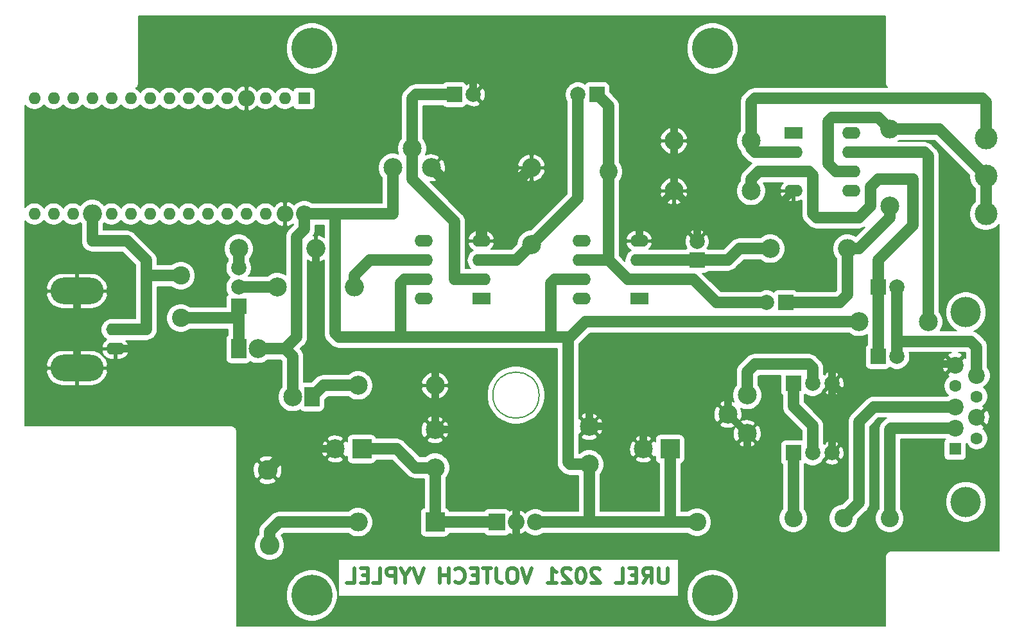
<source format=gbr>
%TF.GenerationSoftware,KiCad,Pcbnew,(5.1.9)-1*%
%TF.CreationDate,2021-05-15T21:26:22+02:00*%
%TF.ProjectId,Bakalarska_prace,42616b61-6c61-4727-936b-615f70726163,rev?*%
%TF.SameCoordinates,Original*%
%TF.FileFunction,Copper,L2,Bot*%
%TF.FilePolarity,Positive*%
%FSLAX46Y46*%
G04 Gerber Fmt 4.6, Leading zero omitted, Abs format (unit mm)*
G04 Created by KiCad (PCBNEW (5.1.9)-1) date 2021-05-15 21:26:22*
%MOMM*%
%LPD*%
G01*
G04 APERTURE LIST*
%TA.AperFunction,NonConductor*%
%ADD10C,0.150000*%
%TD*%
%TA.AperFunction,NonConductor*%
%ADD11C,0.500000*%
%TD*%
%TA.AperFunction,ComponentPad*%
%ADD12R,2.200000X2.200000*%
%TD*%
%TA.AperFunction,ComponentPad*%
%ADD13O,2.200000X2.200000*%
%TD*%
%TA.AperFunction,ComponentPad*%
%ADD14R,2.500000X2.500000*%
%TD*%
%TA.AperFunction,ComponentPad*%
%ADD15C,2.500000*%
%TD*%
%TA.AperFunction,ComponentPad*%
%ADD16C,5.400000*%
%TD*%
%TA.AperFunction,ComponentPad*%
%ADD17R,1.600000X1.600000*%
%TD*%
%TA.AperFunction,ComponentPad*%
%ADD18O,1.600000X1.600000*%
%TD*%
%TA.AperFunction,ComponentPad*%
%ADD19O,2.500000X2.500000*%
%TD*%
%TA.AperFunction,ComponentPad*%
%ADD20C,2.000000*%
%TD*%
%TA.AperFunction,ComponentPad*%
%ADD21R,2.000000X2.000000*%
%TD*%
%TA.AperFunction,ComponentPad*%
%ADD22C,2.200000*%
%TD*%
%TA.AperFunction,ComponentPad*%
%ADD23C,1.600000*%
%TD*%
%TA.AperFunction,ComponentPad*%
%ADD24C,4.000000*%
%TD*%
%TA.AperFunction,ComponentPad*%
%ADD25O,7.000000X3.500000*%
%TD*%
%TA.AperFunction,ComponentPad*%
%ADD26O,2.500000X1.600000*%
%TD*%
%TA.AperFunction,ComponentPad*%
%ADD27C,2.600000*%
%TD*%
%TA.AperFunction,ComponentPad*%
%ADD28R,2.000000X2.500000*%
%TD*%
%TA.AperFunction,ComponentPad*%
%ADD29C,3.000000*%
%TD*%
%TA.AperFunction,ComponentPad*%
%ADD30C,2.400000*%
%TD*%
%TA.AperFunction,ComponentPad*%
%ADD31R,2.400000X1.600000*%
%TD*%
%TA.AperFunction,ComponentPad*%
%ADD32O,2.400000X1.600000*%
%TD*%
%TA.AperFunction,ViaPad*%
%ADD33C,2.500000*%
%TD*%
%TA.AperFunction,Conductor*%
%ADD34C,1.500000*%
%TD*%
%TA.AperFunction,Conductor*%
%ADD35C,1.000000*%
%TD*%
%TA.AperFunction,Conductor*%
%ADD36C,0.250000*%
%TD*%
%TA.AperFunction,Conductor*%
%ADD37C,0.200000*%
%TD*%
%TA.AperFunction,Conductor*%
%ADD38C,0.100000*%
%TD*%
G04 APERTURE END LIST*
D10*
X153924000Y-103632000D02*
G75*
G03*
X153924000Y-103632000I-3048000J0D01*
G01*
D11*
X170860000Y-126412761D02*
X170860000Y-128031809D01*
X170764761Y-128222285D01*
X170669523Y-128317523D01*
X170479047Y-128412761D01*
X170098095Y-128412761D01*
X169907619Y-128317523D01*
X169812380Y-128222285D01*
X169717142Y-128031809D01*
X169717142Y-126412761D01*
X167621904Y-128412761D02*
X168288571Y-127460380D01*
X168764761Y-128412761D02*
X168764761Y-126412761D01*
X168002857Y-126412761D01*
X167812380Y-126508000D01*
X167717142Y-126603238D01*
X167621904Y-126793714D01*
X167621904Y-127079428D01*
X167717142Y-127269904D01*
X167812380Y-127365142D01*
X168002857Y-127460380D01*
X168764761Y-127460380D01*
X166764761Y-127365142D02*
X166098095Y-127365142D01*
X165812380Y-128412761D02*
X166764761Y-128412761D01*
X166764761Y-126412761D01*
X165812380Y-126412761D01*
X164002857Y-128412761D02*
X164955238Y-128412761D01*
X164955238Y-126412761D01*
X161907619Y-126603238D02*
X161812380Y-126508000D01*
X161621904Y-126412761D01*
X161145714Y-126412761D01*
X160955238Y-126508000D01*
X160860000Y-126603238D01*
X160764761Y-126793714D01*
X160764761Y-126984190D01*
X160860000Y-127269904D01*
X162002857Y-128412761D01*
X160764761Y-128412761D01*
X159526666Y-126412761D02*
X159336190Y-126412761D01*
X159145714Y-126508000D01*
X159050476Y-126603238D01*
X158955238Y-126793714D01*
X158860000Y-127174666D01*
X158860000Y-127650857D01*
X158955238Y-128031809D01*
X159050476Y-128222285D01*
X159145714Y-128317523D01*
X159336190Y-128412761D01*
X159526666Y-128412761D01*
X159717142Y-128317523D01*
X159812380Y-128222285D01*
X159907619Y-128031809D01*
X160002857Y-127650857D01*
X160002857Y-127174666D01*
X159907619Y-126793714D01*
X159812380Y-126603238D01*
X159717142Y-126508000D01*
X159526666Y-126412761D01*
X158098095Y-126603238D02*
X158002857Y-126508000D01*
X157812380Y-126412761D01*
X157336190Y-126412761D01*
X157145714Y-126508000D01*
X157050476Y-126603238D01*
X156955238Y-126793714D01*
X156955238Y-126984190D01*
X157050476Y-127269904D01*
X158193333Y-128412761D01*
X156955238Y-128412761D01*
X155050476Y-128412761D02*
X156193333Y-128412761D01*
X155621904Y-128412761D02*
X155621904Y-126412761D01*
X155812380Y-126698476D01*
X156002857Y-126888952D01*
X156193333Y-126984190D01*
X152955238Y-126412761D02*
X152288571Y-128412761D01*
X151621904Y-126412761D01*
X150574285Y-126412761D02*
X150193333Y-126412761D01*
X150002857Y-126508000D01*
X149812380Y-126698476D01*
X149717142Y-127079428D01*
X149717142Y-127746095D01*
X149812380Y-128127047D01*
X150002857Y-128317523D01*
X150193333Y-128412761D01*
X150574285Y-128412761D01*
X150764761Y-128317523D01*
X150955238Y-128127047D01*
X151050476Y-127746095D01*
X151050476Y-127079428D01*
X150955238Y-126698476D01*
X150764761Y-126508000D01*
X150574285Y-126412761D01*
X148288571Y-126412761D02*
X148288571Y-127841333D01*
X148383809Y-128127047D01*
X148574285Y-128317523D01*
X148860000Y-128412761D01*
X149050476Y-128412761D01*
X147621904Y-126412761D02*
X146479047Y-126412761D01*
X147050476Y-128412761D02*
X147050476Y-126412761D01*
X145812380Y-127365142D02*
X145145714Y-127365142D01*
X144860000Y-128412761D02*
X145812380Y-128412761D01*
X145812380Y-126412761D01*
X144860000Y-126412761D01*
X142860000Y-128222285D02*
X142955238Y-128317523D01*
X143240952Y-128412761D01*
X143431428Y-128412761D01*
X143717142Y-128317523D01*
X143907619Y-128127047D01*
X144002857Y-127936571D01*
X144098095Y-127555619D01*
X144098095Y-127269904D01*
X144002857Y-126888952D01*
X143907619Y-126698476D01*
X143717142Y-126508000D01*
X143431428Y-126412761D01*
X143240952Y-126412761D01*
X142955238Y-126508000D01*
X142860000Y-126603238D01*
X142002857Y-128412761D02*
X142002857Y-126412761D01*
X142002857Y-127365142D02*
X140860000Y-127365142D01*
X140860000Y-128412761D02*
X140860000Y-126412761D01*
X138669523Y-126412761D02*
X138002857Y-128412761D01*
X137336190Y-126412761D01*
X136288571Y-127460380D02*
X136288571Y-128412761D01*
X136955238Y-126412761D02*
X136288571Y-127460380D01*
X135621904Y-126412761D01*
X134955238Y-128412761D02*
X134955238Y-126412761D01*
X134193333Y-126412761D01*
X134002857Y-126508000D01*
X133907619Y-126603238D01*
X133812380Y-126793714D01*
X133812380Y-127079428D01*
X133907619Y-127269904D01*
X134002857Y-127365142D01*
X134193333Y-127460380D01*
X134955238Y-127460380D01*
X132002857Y-128412761D02*
X132955238Y-128412761D01*
X132955238Y-126412761D01*
X131336190Y-127365142D02*
X130669523Y-127365142D01*
X130383809Y-128412761D02*
X131336190Y-128412761D01*
X131336190Y-126412761D01*
X130383809Y-126412761D01*
X128574285Y-128412761D02*
X129526666Y-128412761D01*
X129526666Y-126412761D01*
D12*
%TO.P,U5,1*%
%TO.N,Net-(C6-Pad1)*%
X148336000Y-120396000D03*
D13*
%TO.P,U5,2*%
%TO.N,GNDD*%
X150876000Y-120396000D03*
%TO.P,U5,3*%
%TO.N,+5V*%
X153416000Y-120396000D03*
%TD*%
D14*
%TO.P,C9,1*%
%TO.N,+5V*%
X171196000Y-110744000D03*
D15*
%TO.P,C9,2*%
%TO.N,GNDD*%
X167696000Y-110744000D03*
%TD*%
D16*
%TO.P,H1,1*%
%TO.N,N/C*%
X123952000Y-57912000D03*
%TD*%
%TO.P,H2,1*%
%TO.N,N/C*%
X176784000Y-57912000D03*
%TD*%
%TO.P,H3,1*%
%TO.N,N/C*%
X123952000Y-130048000D03*
%TD*%
%TO.P,H4,1*%
%TO.N,N/C*%
X176784000Y-130048000D03*
%TD*%
D17*
%TO.P,Arduino_NANO1,1*%
%TO.N,Net-(Arduino_NANO1-Pad1)*%
X122936000Y-64516000D03*
D18*
%TO.P,Arduino_NANO1,17*%
%TO.N,Net-(Arduino_NANO1-Pad17)*%
X89916000Y-79756000D03*
%TO.P,Arduino_NANO1,2*%
%TO.N,Net-(Arduino_NANO1-Pad2)*%
X120396000Y-64516000D03*
%TO.P,Arduino_NANO1,18*%
%TO.N,Net-(Arduino_NANO1-Pad18)*%
X92456000Y-79756000D03*
%TO.P,Arduino_NANO1,3*%
%TO.N,Net-(Arduino_NANO1-Pad3)*%
X117856000Y-64516000D03*
D19*
%TO.P,Arduino_NANO1,19*%
%TO.N,Net-(Arduino_NANO1-Pad19)*%
X94996000Y-79756000D03*
D13*
%TO.P,Arduino_NANO1,4*%
%TO.N,GNDD*%
X115316000Y-64516000D03*
D18*
%TO.P,Arduino_NANO1,20*%
%TO.N,Net-(Arduino_NANO1-Pad20)*%
X97536000Y-79756000D03*
%TO.P,Arduino_NANO1,5*%
%TO.N,Net-(Arduino_NANO1-Pad5)*%
X112776000Y-64516000D03*
%TO.P,Arduino_NANO1,21*%
%TO.N,Net-(Arduino_NANO1-Pad21)*%
X100076000Y-79756000D03*
%TO.P,Arduino_NANO1,6*%
%TO.N,Net-(Arduino_NANO1-Pad6)*%
X110236000Y-64516000D03*
%TO.P,Arduino_NANO1,22*%
%TO.N,Net-(Arduino_NANO1-Pad22)*%
X102616000Y-79756000D03*
%TO.P,Arduino_NANO1,7*%
%TO.N,Net-(Arduino_NANO1-Pad7)*%
X107696000Y-64516000D03*
%TO.P,Arduino_NANO1,23*%
%TO.N,Net-(Arduino_NANO1-Pad23)*%
X105156000Y-79756000D03*
%TO.P,Arduino_NANO1,8*%
%TO.N,Net-(Arduino_NANO1-Pad8)*%
X105156000Y-64516000D03*
%TO.P,Arduino_NANO1,24*%
%TO.N,Net-(Arduino_NANO1-Pad24)*%
X107696000Y-79756000D03*
%TO.P,Arduino_NANO1,9*%
%TO.N,Net-(Arduino_NANO1-Pad9)*%
X102616000Y-64516000D03*
%TO.P,Arduino_NANO1,25*%
%TO.N,Net-(Arduino_NANO1-Pad25)*%
X110236000Y-79756000D03*
%TO.P,Arduino_NANO1,10*%
%TO.N,Net-(Arduino_NANO1-Pad10)*%
X100076000Y-64516000D03*
%TO.P,Arduino_NANO1,26*%
%TO.N,Net-(Arduino_NANO1-Pad26)*%
X112776000Y-79756000D03*
%TO.P,Arduino_NANO1,11*%
%TO.N,Net-(Arduino_NANO1-Pad11)*%
X97536000Y-64516000D03*
%TO.P,Arduino_NANO1,27*%
%TO.N,Net-(Arduino_NANO1-Pad27)*%
X115316000Y-79756000D03*
%TO.P,Arduino_NANO1,12*%
%TO.N,Net-(Arduino_NANO1-Pad12)*%
X94996000Y-64516000D03*
%TO.P,Arduino_NANO1,28*%
%TO.N,Net-(Arduino_NANO1-Pad28)*%
X117856000Y-79756000D03*
%TO.P,Arduino_NANO1,13*%
%TO.N,Net-(Arduino_NANO1-Pad13)*%
X92456000Y-64516000D03*
D13*
%TO.P,Arduino_NANO1,29*%
%TO.N,GNDD*%
X120396000Y-79756000D03*
D18*
%TO.P,Arduino_NANO1,14*%
%TO.N,Net-(Arduino_NANO1-Pad14)*%
X89916000Y-64516000D03*
D13*
%TO.P,Arduino_NANO1,30*%
%TO.N,+5V*%
X122936000Y-79756000D03*
D18*
%TO.P,Arduino_NANO1,15*%
%TO.N,Net-(Arduino_NANO1-Pad15)*%
X87376000Y-64516000D03*
%TO.P,Arduino_NANO1,16*%
%TO.N,Net-(Arduino_NANO1-Pad16)*%
X87376000Y-79756000D03*
%TD*%
D20*
%TO.P,C2,2*%
%TO.N,Net-(C2-Pad2)*%
X183936000Y-91440000D03*
D21*
%TO.P,C2,1*%
%TO.N,Net-(C2-Pad1)*%
X186436000Y-91440000D03*
%TD*%
%TO.P,C3,1*%
%TO.N,Net-(C3-Pad1)*%
X174752000Y-85852000D03*
D20*
%TO.P,C3,2*%
%TO.N,GNDD*%
X174752000Y-83352000D03*
%TD*%
%TO.P,C4,2*%
%TO.N,GNDD*%
X145248000Y-64008000D03*
D21*
%TO.P,C4,1*%
%TO.N,Net-(C4-Pad1)*%
X142748000Y-64008000D03*
%TD*%
%TO.P,C5,1*%
%TO.N,Net-(C2-Pad2)*%
X161544000Y-64008000D03*
D20*
%TO.P,C5,2*%
%TO.N,Net-(C5-Pad2)*%
X159044000Y-64008000D03*
%TD*%
D15*
%TO.P,C6,2*%
%TO.N,GNDD*%
X127056000Y-110744000D03*
D14*
%TO.P,C6,1*%
%TO.N,Net-(C6-Pad1)*%
X130556000Y-110744000D03*
%TD*%
D15*
%TO.P,C7,1*%
%TO.N,Net-(C6-Pad1)*%
X140208000Y-113204000D03*
%TO.P,C7,2*%
%TO.N,GNDD*%
X140208000Y-108204000D03*
%TD*%
%TO.P,C8,2*%
%TO.N,GNDD*%
X160528000Y-107776000D03*
%TO.P,C8,1*%
%TO.N,+5V*%
X160528000Y-112776000D03*
%TD*%
D21*
%TO.P,C1A1,1*%
%TO.N,Net-(C1A1-Pad1)*%
X198628000Y-98552000D03*
D20*
%TO.P,C1A1,2*%
%TO.N,Net-(C1A1-Pad2)*%
X201128000Y-98552000D03*
%TD*%
%TO.P,C1B1,2*%
%TO.N,Net-(C1A1-Pad2)*%
X201128000Y-89408000D03*
D21*
%TO.P,C1B1,1*%
%TO.N,Net-(C1A1-Pad1)*%
X198628000Y-89408000D03*
%TD*%
D14*
%TO.P,D1,1*%
%TO.N,Net-(C6-Pad1)*%
X140208000Y-120396000D03*
D19*
%TO.P,D1,2*%
%TO.N,Net-(D1-Pad2)*%
X130048000Y-120396000D03*
%TD*%
D17*
%TO.P,J1,1*%
%TO.N,Net-(J1-Pad1)*%
X208788000Y-110744000D03*
D22*
%TO.P,J1,2*%
%TO.N,Net-(IRA1-Pad1)*%
X208788000Y-107974000D03*
%TO.P,J1,3*%
%TO.N,Net-(IRK1-Pad1)*%
X208788000Y-105204000D03*
D23*
%TO.P,J1,4*%
%TO.N,Net-(J1-Pad4)*%
X208788000Y-102434000D03*
D22*
%TO.P,J1,5*%
%TO.N,GNDD*%
X208788000Y-99664000D03*
D23*
%TO.P,J1,6*%
%TO.N,Net-(J1-Pad6)*%
X211628000Y-109359000D03*
D22*
%TO.P,J1,7*%
%TO.N,GNDD*%
X211628000Y-106589000D03*
D23*
%TO.P,J1,8*%
%TO.N,Net-(J1-Pad8)*%
X211628000Y-103819000D03*
D22*
%TO.P,J1,9*%
%TO.N,Net-(C1A1-Pad2)*%
X211628000Y-101049000D03*
D24*
%TO.P,J1,0*%
%TO.N,Net-(J1-Pad0)*%
X210208000Y-117704000D03*
X210208000Y-92704000D03*
%TD*%
D25*
%TO.P,J2,2*%
%TO.N,GNDD*%
X92964000Y-100076000D03*
X92964000Y-89916000D03*
D26*
%TO.P,J2,1*%
%TO.N,Net-(Arduino_NANO1-Pad19)*%
X98044000Y-94996000D03*
%TO.P,J2,2*%
%TO.N,GNDD*%
X98044000Y-97536000D03*
%TD*%
D27*
%TO.P,J3,1*%
%TO.N,Net-(D1-Pad2)*%
X118364000Y-123444000D03*
%TD*%
%TO.P,J4,1*%
%TO.N,GNDD*%
X118110000Y-113538000D03*
%TD*%
D28*
%TO.P,LD1,1*%
%TO.N,Net-(J2.2-Pad1)*%
X114300000Y-97536000D03*
D15*
%TO.P,LD1,2*%
%TO.N,+5V*%
X116840000Y-97536000D03*
%TD*%
D29*
%TO.P,R3,3*%
%TO.N,Net-(R2-Pad1)*%
X212852000Y-69756000D03*
%TO.P,R3,2*%
%TO.N,Net-(R3-Pad1)*%
X212852000Y-74756000D03*
%TO.P,R3,1*%
X212852000Y-79756000D03*
%TD*%
D15*
%TO.P,P1,1*%
%TO.N,+5V*%
X134620000Y-73660000D03*
%TO.P,P1,2*%
%TO.N,Net-(C4-Pad1)*%
X137160000Y-71120000D03*
%TO.P,P1,3*%
%TO.N,GNDD*%
X139700000Y-73660000D03*
%TD*%
%TO.P,RV1,3*%
%TO.N,Net-(RV1-Pad3)*%
X181356000Y-103632000D03*
%TO.P,RV1,2*%
%TO.N,GNDD*%
X178816000Y-106172000D03*
%TO.P,RV1,1*%
X181356000Y-108712000D03*
%TD*%
D30*
%TO.P,IRA1,1*%
%TO.N,Net-(IRA1-Pad1)*%
X200152000Y-119888000D03*
%TD*%
%TO.P,K1,1*%
%TO.N,Net-(K1-Pad1)*%
X187452000Y-119888000D03*
%TD*%
%TO.P,IRK1,1*%
%TO.N,Net-(IRK1-Pad1)*%
X194056000Y-119888000D03*
%TD*%
%TO.P,A1,1*%
%TO.N,+5V*%
X174752000Y-120396000D03*
%TD*%
%TO.P,J2.1,1*%
%TO.N,Net-(Arduino_NANO1-Pad19)*%
X106680000Y-87884000D03*
%TD*%
%TO.P,J2.3,1*%
%TO.N,Net-(C2-Pad2)*%
X163068000Y-74168000D03*
%TD*%
%TO.P,J2.2,1*%
%TO.N,Net-(J2.2-Pad1)*%
X106680000Y-93472000D03*
%TD*%
D20*
%TO.P,Q1,2*%
%TO.N,Net-(Q1-Pad2)*%
X189992000Y-111252000D03*
%TO.P,Q1,3*%
%TO.N,GNDD*%
X192532000Y-111252000D03*
D21*
%TO.P,Q1,1*%
%TO.N,Net-(K1-Pad1)*%
X187452000Y-111252000D03*
%TD*%
D20*
%TO.P,Q2,2*%
%TO.N,Net-(Q2-Pad2)*%
X114300000Y-89408000D03*
%TO.P,Q2,3*%
%TO.N,Net-(Q2-Pad3)*%
X114300000Y-86868000D03*
D21*
%TO.P,Q2,1*%
%TO.N,Net-(J2.2-Pad1)*%
X114300000Y-91948000D03*
%TD*%
D28*
%TO.P,LD2,1*%
%TO.N,Net-(LD2-Pad1)*%
X123952000Y-103886000D03*
D15*
%TO.P,LD2,2*%
%TO.N,+5V*%
X121412000Y-103886000D03*
%TD*%
D31*
%TO.P,U1,1*%
%TO.N,Net-(U1-Pad1)*%
X187452000Y-69088000D03*
D32*
%TO.P,U1,5*%
%TO.N,Net-(U1-Pad5)*%
X195072000Y-76708000D03*
%TO.P,U1,2*%
%TO.N,Net-(R2-Pad1)*%
X187452000Y-71628000D03*
%TO.P,U1,6*%
%TO.N,Net-(R3-Pad1)*%
X195072000Y-74168000D03*
%TO.P,U1,3*%
%TO.N,Net-(C1A1-Pad1)*%
X187452000Y-74168000D03*
%TO.P,U1,7*%
%TO.N,+5V*%
X195072000Y-71628000D03*
%TO.P,U1,4*%
%TO.N,GNDD*%
X187452000Y-76708000D03*
%TO.P,U1,8*%
%TO.N,Net-(U1-Pad8)*%
X195072000Y-69088000D03*
%TD*%
D31*
%TO.P,U2,1*%
%TO.N,Net-(U2-Pad1)*%
X167132000Y-90932000D03*
D32*
%TO.P,U2,5*%
%TO.N,Net-(U2-Pad5)*%
X159512000Y-83312000D03*
%TO.P,U2,2*%
%TO.N,Net-(C2-Pad2)*%
X167132000Y-88392000D03*
%TO.P,U2,6*%
X159512000Y-85852000D03*
%TO.P,U2,3*%
%TO.N,Net-(C3-Pad1)*%
X167132000Y-85852000D03*
%TO.P,U2,7*%
%TO.N,+5V*%
X159512000Y-88392000D03*
%TO.P,U2,4*%
%TO.N,GNDD*%
X167132000Y-83312000D03*
%TO.P,U2,8*%
%TO.N,Net-(U2-Pad8)*%
X159512000Y-90932000D03*
%TD*%
%TO.P,U3,8*%
%TO.N,Net-(U3-Pad8)*%
X138684000Y-90932000D03*
%TO.P,U3,4*%
%TO.N,GNDD*%
X146304000Y-83312000D03*
%TO.P,U3,7*%
%TO.N,+5V*%
X138684000Y-88392000D03*
%TO.P,U3,3*%
%TO.N,Net-(C5-Pad2)*%
X146304000Y-85852000D03*
%TO.P,U3,6*%
%TO.N,Net-(R7-Pad2)*%
X138684000Y-85852000D03*
%TO.P,U3,2*%
%TO.N,Net-(C4-Pad1)*%
X146304000Y-88392000D03*
%TO.P,U3,5*%
%TO.N,Net-(U3-Pad5)*%
X138684000Y-83312000D03*
D31*
%TO.P,U3,1*%
%TO.N,Net-(U3-Pad1)*%
X146304000Y-90932000D03*
%TD*%
D15*
%TO.P,R1,1*%
%TO.N,Net-(C1A1-Pad1)*%
X181864000Y-76708000D03*
D19*
%TO.P,R1,2*%
%TO.N,GNDD*%
X171704000Y-76708000D03*
%TD*%
D15*
%TO.P,R2,1*%
%TO.N,Net-(R2-Pad1)*%
X181864000Y-70104000D03*
D19*
%TO.P,R2,2*%
%TO.N,GNDD*%
X171704000Y-70104000D03*
%TD*%
%TO.P,R4,2*%
%TO.N,Net-(R3-Pad1)*%
X200152000Y-68580000D03*
D15*
%TO.P,R4,1*%
%TO.N,Net-(C2-Pad1)*%
X200152000Y-78740000D03*
%TD*%
%TO.P,R5,1*%
%TO.N,Net-(C3-Pad1)*%
X184404000Y-84328000D03*
D19*
%TO.P,R5,2*%
%TO.N,Net-(C2-Pad1)*%
X194564000Y-84328000D03*
%TD*%
D15*
%TO.P,R6,1*%
%TO.N,Net-(C5-Pad2)*%
X152908000Y-83820000D03*
D19*
%TO.P,R6,2*%
%TO.N,GNDD*%
X152908000Y-73660000D03*
%TD*%
%TO.P,R7,2*%
%TO.N,Net-(R7-Pad2)*%
X129540000Y-89408000D03*
D15*
%TO.P,R7,1*%
%TO.N,Net-(Q2-Pad2)*%
X119380000Y-89408000D03*
%TD*%
D19*
%TO.P,R8,2*%
%TO.N,GNDD*%
X124460000Y-84328000D03*
D15*
%TO.P,R8,1*%
%TO.N,Net-(Q2-Pad3)*%
X114300000Y-84328000D03*
%TD*%
D19*
%TO.P,R9,2*%
%TO.N,GNDD*%
X140208000Y-102362000D03*
D15*
%TO.P,R9,1*%
%TO.N,Net-(LD2-Pad1)*%
X130048000Y-102362000D03*
%TD*%
D21*
%TO.P,U4,3*%
%TO.N,Net-(Q1-Pad2)*%
X187452000Y-102108000D03*
D20*
%TO.P,U4,1*%
%TO.N,GNDD*%
X192532000Y-102108000D03*
%TO.P,U4,2*%
%TO.N,Net-(RV1-Pad3)*%
X189992000Y-102108000D03*
%TD*%
D33*
%TO.N,GNDD*%
X170688000Y-81280000D03*
X170688000Y-98552000D03*
%TO.N,+5V*%
X205232000Y-93980000D03*
X196088000Y-93980000D03*
%TD*%
D34*
%TO.N,Net-(Arduino_NANO1-Pad19)*%
X98044000Y-94996000D02*
X102108000Y-94996000D01*
X102108000Y-94996000D02*
X102108000Y-87884000D01*
X102108000Y-87884000D02*
X106680000Y-87884000D01*
X102108000Y-87884000D02*
X102108000Y-85852000D01*
X102108000Y-85852000D02*
X99568000Y-83312000D01*
X99568000Y-83312000D02*
X94996000Y-83312000D01*
X94996000Y-83312000D02*
X94996000Y-79756000D01*
D35*
%TO.N,GNDD*%
X120396000Y-110744000D02*
X127056000Y-110744000D01*
X174712000Y-83312000D02*
X174752000Y-83352000D01*
X107188000Y-97536000D02*
X120396000Y-110744000D01*
X98044000Y-97536000D02*
X107188000Y-97536000D01*
X171704000Y-70104000D02*
X171704000Y-62992000D01*
X171704000Y-62992000D02*
X166624000Y-57912000D01*
X145248000Y-57952000D02*
X145288000Y-57912000D01*
X145248000Y-64008000D02*
X145248000Y-57952000D01*
X153924000Y-57912000D02*
X145288000Y-57912000D01*
X166624000Y-57912000D02*
X153924000Y-57912000D01*
X92964000Y-100076000D02*
X92964000Y-89916000D01*
D36*
X92964000Y-100076000D02*
X95504000Y-100076000D01*
D35*
X171704000Y-76708000D02*
X171704000Y-70104000D01*
X174752000Y-79756000D02*
X171704000Y-76708000D01*
X174752000Y-83352000D02*
X174752000Y-79756000D01*
X184404000Y-79756000D02*
X187452000Y-76708000D01*
X174752000Y-79756000D02*
X184404000Y-79756000D01*
X192532000Y-111252000D02*
X192532000Y-102108000D01*
X181356000Y-108712000D02*
X178816000Y-106172000D01*
X193548000Y-103124000D02*
X192532000Y-102108000D01*
X205740000Y-103124000D02*
X193548000Y-103124000D01*
X206248000Y-102616000D02*
X205740000Y-103124000D01*
X206248000Y-99568000D02*
X206248000Y-102616000D01*
X208692000Y-99568000D02*
X206248000Y-99568000D01*
X208788000Y-99664000D02*
X208692000Y-99568000D01*
X178816000Y-106172000D02*
X178816000Y-98552000D01*
X178816000Y-98552000D02*
X180340000Y-97028000D01*
X180340000Y-97028000D02*
X191516000Y-97028000D01*
X192532000Y-98044000D02*
X192532000Y-102108000D01*
X191516000Y-97028000D02*
X192532000Y-98044000D01*
X181356000Y-108712000D02*
X181356000Y-120904000D01*
X181356000Y-120904000D02*
X178308000Y-123952000D01*
X178308000Y-123952000D02*
X173228000Y-123952000D01*
X170688000Y-98552000D02*
X178816000Y-98552000D01*
X169926000Y-80010000D02*
X169926000Y-80518000D01*
X169926000Y-80518000D02*
X170688000Y-81280000D01*
X160528000Y-107776000D02*
X160528000Y-98552000D01*
X170688000Y-98552000D02*
X160528000Y-98552000D01*
X150876000Y-120396000D02*
X150876000Y-111252000D01*
X147828000Y-108204000D02*
X140208000Y-108204000D01*
X150876000Y-111252000D02*
X147828000Y-108204000D01*
X140208000Y-99060000D02*
X140208000Y-108204000D01*
X139700000Y-98552000D02*
X140208000Y-99060000D01*
X125984000Y-98552000D02*
X139700000Y-98552000D01*
X124460000Y-97028000D02*
X125984000Y-98552000D01*
X124460000Y-84328000D02*
X124460000Y-97028000D01*
X173228000Y-123952000D02*
X150876000Y-123952000D01*
X150876000Y-123952000D02*
X150876000Y-120396000D01*
D34*
X146304000Y-80264000D02*
X139700000Y-73660000D01*
X146304000Y-80264000D02*
X152908000Y-73660000D01*
X146304000Y-83312000D02*
X146304000Y-80264000D01*
D35*
X167696000Y-108260000D02*
X167212000Y-107776000D01*
X167696000Y-110744000D02*
X167696000Y-108260000D01*
X167212000Y-107776000D02*
X160528000Y-107776000D01*
X169926000Y-78486000D02*
X171704000Y-76708000D01*
X169926000Y-78486000D02*
X169926000Y-80010000D01*
X167132000Y-83312000D02*
X167132000Y-81280000D01*
X167132000Y-81280000D02*
X169926000Y-78486000D01*
D34*
X120396000Y-111252000D02*
X120396000Y-110744000D01*
X118110000Y-113538000D02*
X120396000Y-111252000D01*
%TO.N,+5V*%
X134620000Y-79756000D02*
X134620000Y-73660000D01*
X122936000Y-79756000D02*
X127000000Y-79756000D01*
X127000000Y-79756000D02*
X127000000Y-95504000D01*
X127000000Y-79756000D02*
X134620000Y-79756000D01*
X127000000Y-95504000D02*
X127508000Y-96012000D01*
X127508000Y-96012000D02*
X135636000Y-96012000D01*
X138684000Y-88392000D02*
X136144000Y-88392000D01*
X135636000Y-88900000D02*
X135636000Y-96012000D01*
X136144000Y-88392000D02*
X135636000Y-88900000D01*
X135636000Y-96012000D02*
X155448000Y-96012000D01*
X159512000Y-88392000D02*
X155956000Y-88392000D01*
X155448000Y-88900000D02*
X155448000Y-96012000D01*
X155956000Y-88392000D02*
X155448000Y-88900000D01*
X160528000Y-112776000D02*
X160528000Y-119888000D01*
X160528000Y-119888000D02*
X161036000Y-120396000D01*
X171196000Y-119888000D02*
X171704000Y-120396000D01*
X171196000Y-110744000D02*
X171196000Y-119888000D01*
X171704000Y-120396000D02*
X174752000Y-120396000D01*
X161036000Y-120396000D02*
X171704000Y-120396000D01*
X155448000Y-96012000D02*
X157988000Y-96012000D01*
X160020000Y-93980000D02*
X196088000Y-93980000D01*
X157988000Y-96012000D02*
X160020000Y-93980000D01*
X122936000Y-79756000D02*
X122936000Y-81788000D01*
X122936000Y-81788000D02*
X121920000Y-82804000D01*
X121920000Y-82804000D02*
X121920000Y-96012000D01*
X120396000Y-97536000D02*
X116840000Y-97536000D01*
X121920000Y-96012000D02*
X120396000Y-97536000D01*
X195072000Y-71628000D02*
X204724000Y-71628000D01*
X204724000Y-71628000D02*
X205232000Y-72136000D01*
X205232000Y-72136000D02*
X205232000Y-93980000D01*
X121412000Y-98552000D02*
X120396000Y-97536000D01*
X121412000Y-103886000D02*
X121412000Y-98552000D01*
X155956000Y-120396000D02*
X161036000Y-120396000D01*
X153416000Y-120396000D02*
X155956000Y-120396000D01*
X157988000Y-112776000D02*
X160528000Y-112776000D01*
X157734000Y-112522000D02*
X157988000Y-112776000D01*
X157734000Y-96012000D02*
X157734000Y-112522000D01*
%TO.N,Net-(C2-Pad2)*%
X167132000Y-88392000D02*
X165608000Y-88392000D01*
X163068000Y-85852000D02*
X159512000Y-85852000D01*
X165608000Y-88392000D02*
X163068000Y-85852000D01*
X163068000Y-85852000D02*
X163068000Y-77724000D01*
X163068000Y-77724000D02*
X163068000Y-74168000D01*
X163068000Y-65532000D02*
X161544000Y-64008000D01*
X163068000Y-74168000D02*
X163068000Y-65532000D01*
X183936000Y-91440000D02*
X177292000Y-91440000D01*
X174244000Y-88392000D02*
X167132000Y-88392000D01*
X177292000Y-91440000D02*
X174244000Y-88392000D01*
%TO.N,Net-(C2-Pad1)*%
X194564000Y-84328000D02*
X196088000Y-84328000D01*
X200152000Y-80264000D02*
X200152000Y-78740000D01*
X196088000Y-84328000D02*
X200152000Y-80264000D01*
X186436000Y-91440000D02*
X193548000Y-91440000D01*
X194564000Y-90424000D02*
X194564000Y-84328000D01*
X193548000Y-91440000D02*
X194564000Y-90424000D01*
%TO.N,Net-(C3-Pad1)*%
X174752000Y-85852000D02*
X178816000Y-85852000D01*
X180340000Y-84328000D02*
X184404000Y-84328000D01*
X178816000Y-85852000D02*
X180340000Y-84328000D01*
X174752000Y-85852000D02*
X167132000Y-85852000D01*
%TO.N,Net-(C4-Pad1)*%
X146304000Y-88392000D02*
X142748000Y-88392000D01*
X142748000Y-88392000D02*
X142748000Y-80772000D01*
X137160000Y-75184000D02*
X137160000Y-71120000D01*
X142748000Y-80772000D02*
X137160000Y-75184000D01*
X137160000Y-71120000D02*
X137160000Y-64516000D01*
X137668000Y-64008000D02*
X142748000Y-64008000D01*
X137160000Y-64516000D02*
X137668000Y-64008000D01*
%TO.N,Net-(C5-Pad2)*%
X159044000Y-77684000D02*
X152908000Y-83820000D01*
X159044000Y-64008000D02*
X159044000Y-77684000D01*
X150876000Y-85852000D02*
X152908000Y-83820000D01*
X146304000Y-85852000D02*
X150876000Y-85852000D01*
%TO.N,Net-(C6-Pad1)*%
X140208000Y-120396000D02*
X148336000Y-120396000D01*
X140208000Y-120396000D02*
X140208000Y-113204000D01*
X140208000Y-113204000D02*
X137588000Y-113204000D01*
X135128000Y-110744000D02*
X130556000Y-110744000D01*
X137588000Y-113204000D02*
X135128000Y-110744000D01*
%TO.N,Net-(C1A1-Pad1)*%
X198628000Y-98552000D02*
X198628000Y-89408000D01*
X198628000Y-89408000D02*
X198628000Y-85852000D01*
X198628000Y-85852000D02*
X203200000Y-81280000D01*
X203200000Y-81280000D02*
X203200000Y-75184000D01*
X203200000Y-75184000D02*
X198628000Y-75184000D01*
X198628000Y-75184000D02*
X197612000Y-76200000D01*
X197612000Y-76200000D02*
X197612000Y-78740000D01*
X197612000Y-78740000D02*
X196088000Y-80264000D01*
X196088000Y-80264000D02*
X190500000Y-80264000D01*
X190500000Y-80264000D02*
X189992000Y-79756000D01*
X189992000Y-79756000D02*
X189992000Y-74676000D01*
X189484000Y-74168000D02*
X187452000Y-74168000D01*
X189992000Y-74676000D02*
X189484000Y-74168000D01*
X181864000Y-76708000D02*
X181864000Y-75184000D01*
X181864000Y-75184000D02*
X182880000Y-74168000D01*
X182880000Y-74168000D02*
X187452000Y-74168000D01*
%TO.N,Net-(C1A1-Pad2)*%
X201128000Y-96560000D02*
X210860000Y-96560000D01*
X201128000Y-98552000D02*
X201128000Y-96560000D01*
X201128000Y-96560000D02*
X201128000Y-89408000D01*
X211628000Y-97328000D02*
X211628000Y-101049000D01*
X210860000Y-96560000D02*
X211628000Y-97328000D01*
%TO.N,Net-(D1-Pad2)*%
X120396000Y-120396000D02*
X130048000Y-120396000D01*
X118364000Y-123444000D02*
X118364000Y-121666000D01*
X119634000Y-120396000D02*
X120396000Y-120396000D01*
X118364000Y-121666000D02*
X119634000Y-120396000D01*
%TO.N,Net-(Q1-Pad2)*%
X189992000Y-111252000D02*
X189992000Y-107696000D01*
X189992000Y-107696000D02*
X187452000Y-105156000D01*
X187452000Y-105156000D02*
X187452000Y-102108000D01*
D35*
%TO.N,Net-(Q2-Pad2)*%
X119380000Y-89408000D02*
X119170999Y-89198999D01*
D34*
X119380000Y-89408000D02*
X114300000Y-89408000D01*
%TO.N,Net-(R2-Pad1)*%
X181864000Y-70104000D02*
X181864000Y-71120000D01*
X182372000Y-71628000D02*
X187452000Y-71628000D01*
X181864000Y-71120000D02*
X182372000Y-71628000D01*
X181864000Y-70104000D02*
X181864000Y-65024000D01*
X181864000Y-65024000D02*
X182372000Y-64516000D01*
X182372000Y-64516000D02*
X212344000Y-64516000D01*
X212852000Y-65024000D02*
X212852000Y-69756000D01*
X212344000Y-64516000D02*
X212852000Y-65024000D01*
%TO.N,Net-(R3-Pad1)*%
X206676000Y-68580000D02*
X212852000Y-74756000D01*
X200152000Y-68580000D02*
X206676000Y-68580000D01*
X212852000Y-74756000D02*
X212852000Y-79756000D01*
X198628000Y-67056000D02*
X200152000Y-68580000D01*
X192024000Y-67564000D02*
X192532000Y-67056000D01*
X192024000Y-73152000D02*
X192024000Y-67564000D01*
X193040000Y-74168000D02*
X192024000Y-73152000D01*
X192532000Y-67056000D02*
X198628000Y-67056000D01*
X195072000Y-74168000D02*
X193040000Y-74168000D01*
%TO.N,Net-(R7-Pad2)*%
X129540000Y-89408000D02*
X129540000Y-87884000D01*
X131572000Y-85852000D02*
X138684000Y-85852000D01*
X129540000Y-87884000D02*
X131572000Y-85852000D01*
%TO.N,Net-(RV1-Pad3)*%
X189992000Y-100076000D02*
X189992000Y-102108000D01*
X189484000Y-99568000D02*
X189992000Y-100076000D01*
X182372000Y-99568000D02*
X189484000Y-99568000D01*
X181356000Y-100584000D02*
X182372000Y-99568000D01*
X181356000Y-103632000D02*
X181356000Y-100584000D01*
%TO.N,Net-(Q2-Pad3)*%
X114300000Y-86868000D02*
X114300000Y-84328000D01*
%TO.N,Net-(J2.2-Pad1)*%
X113792000Y-93472000D02*
X114300000Y-92964000D01*
X106680000Y-93472000D02*
X113792000Y-93472000D01*
X114300000Y-92964000D02*
X114300000Y-97536000D01*
X114300000Y-91948000D02*
X114300000Y-92964000D01*
%TO.N,Net-(LD2-Pad1)*%
X125476000Y-102362000D02*
X123952000Y-103886000D01*
X130048000Y-102362000D02*
X125476000Y-102362000D01*
D35*
%TO.N,Net-(IRA1-Pad1)*%
X208558000Y-108204000D02*
X208788000Y-107974000D01*
D34*
X208788000Y-107974000D02*
X200382000Y-107974000D01*
X200152000Y-108204000D02*
X200152000Y-119888000D01*
X200382000Y-107974000D02*
X200152000Y-108204000D01*
D35*
%TO.N,Net-(IRK1-Pad1)*%
X208740000Y-105156000D02*
X208788000Y-105204000D01*
D34*
X208788000Y-105204000D02*
X198072000Y-105204000D01*
X198072000Y-105204000D02*
X196088000Y-107188000D01*
X196088000Y-117856000D02*
X194056000Y-119888000D01*
X196088000Y-107188000D02*
X196088000Y-117856000D01*
%TO.N,Net-(K1-Pad1)*%
X187452000Y-111252000D02*
X187452000Y-119888000D01*
%TD*%
D37*
%TO.N,GNDD*%
X199606001Y-62444697D02*
X199602130Y-62484000D01*
X199617576Y-62640827D01*
X199663321Y-62791628D01*
X199737607Y-62930606D01*
X199837578Y-63052422D01*
X199854123Y-63066000D01*
X182443214Y-63066000D01*
X182371999Y-63058986D01*
X182300784Y-63066000D01*
X182300775Y-63066000D01*
X182087750Y-63086981D01*
X181814424Y-63169894D01*
X181562526Y-63304536D01*
X181341735Y-63485735D01*
X181296332Y-63541059D01*
X180889056Y-63948335D01*
X180833736Y-63993735D01*
X180788336Y-64049055D01*
X180788332Y-64049059D01*
X180652536Y-64214527D01*
X180573711Y-64362000D01*
X180517895Y-64466424D01*
X180434983Y-64739749D01*
X180434982Y-64739751D01*
X180406986Y-65024000D01*
X180414001Y-65095224D01*
X180414000Y-68796284D01*
X180349336Y-68860948D01*
X180135933Y-69180329D01*
X179988938Y-69535206D01*
X179914000Y-69911942D01*
X179914000Y-70296058D01*
X179988938Y-70672794D01*
X180135933Y-71027671D01*
X180349336Y-71347052D01*
X180447368Y-71445084D01*
X180517894Y-71677576D01*
X180652536Y-71929474D01*
X180744707Y-72041783D01*
X180763576Y-72064775D01*
X180833736Y-72150265D01*
X180889056Y-72195665D01*
X181296330Y-72602939D01*
X181341735Y-72658265D01*
X181562526Y-72839464D01*
X181814424Y-72974106D01*
X181985779Y-73026086D01*
X181905058Y-73092332D01*
X181905055Y-73092335D01*
X181849735Y-73137735D01*
X181804334Y-73193056D01*
X180889056Y-74108335D01*
X180833736Y-74153735D01*
X180788336Y-74209055D01*
X180788332Y-74209059D01*
X180652536Y-74374527D01*
X180517894Y-74626426D01*
X180502856Y-74675999D01*
X180434981Y-74899750D01*
X180414000Y-75112775D01*
X180414000Y-75112785D01*
X180406986Y-75184000D01*
X180414000Y-75255215D01*
X180414000Y-75400284D01*
X180349336Y-75464948D01*
X180135933Y-75784329D01*
X179988938Y-76139206D01*
X179914000Y-76515942D01*
X179914000Y-76900058D01*
X179988938Y-77276794D01*
X180135933Y-77631671D01*
X180349336Y-77951052D01*
X180620948Y-78222664D01*
X180940329Y-78436067D01*
X181295206Y-78583062D01*
X181671942Y-78658000D01*
X182056058Y-78658000D01*
X182432794Y-78583062D01*
X182787671Y-78436067D01*
X183107052Y-78222664D01*
X183378664Y-77951052D01*
X183592067Y-77631671D01*
X183739062Y-77276794D01*
X183778397Y-77079042D01*
X185693769Y-77079042D01*
X185795733Y-77362197D01*
X185947499Y-77594712D01*
X186141711Y-77793151D01*
X186370904Y-77949889D01*
X186626272Y-78058902D01*
X186898000Y-78116000D01*
X187298000Y-78116000D01*
X187298000Y-76862000D01*
X185805477Y-76862000D01*
X185693769Y-77079042D01*
X183778397Y-77079042D01*
X183814000Y-76900058D01*
X183814000Y-76515942D01*
X183739062Y-76139206D01*
X183592067Y-75784329D01*
X183480930Y-75618000D01*
X186148802Y-75618000D01*
X186141711Y-75622849D01*
X185947499Y-75821288D01*
X185795733Y-76053803D01*
X185693769Y-76336958D01*
X185805477Y-76554000D01*
X187298000Y-76554000D01*
X187298000Y-76534000D01*
X187606000Y-76534000D01*
X187606000Y-76554000D01*
X187626000Y-76554000D01*
X187626000Y-76862000D01*
X187606000Y-76862000D01*
X187606000Y-78116000D01*
X188006000Y-78116000D01*
X188277728Y-78058902D01*
X188533096Y-77949889D01*
X188542000Y-77943800D01*
X188542000Y-79684785D01*
X188534986Y-79756000D01*
X188542000Y-79827215D01*
X188542000Y-79827224D01*
X188562981Y-80040249D01*
X188645894Y-80313575D01*
X188738992Y-80487749D01*
X188780536Y-80565473D01*
X188891576Y-80700775D01*
X188961735Y-80786264D01*
X189017057Y-80831666D01*
X189424330Y-81238939D01*
X189469735Y-81294265D01*
X189690526Y-81475464D01*
X189942424Y-81610106D01*
X190215750Y-81693019D01*
X190428775Y-81714000D01*
X190428784Y-81714000D01*
X190499999Y-81721014D01*
X190571214Y-81714000D01*
X196016785Y-81714000D01*
X196088000Y-81721014D01*
X196159215Y-81714000D01*
X196159225Y-81714000D01*
X196372250Y-81693019D01*
X196645576Y-81610106D01*
X196881260Y-81484131D01*
X195654192Y-82711199D01*
X195487671Y-82599933D01*
X195132794Y-82452938D01*
X194756058Y-82378000D01*
X194371942Y-82378000D01*
X193995206Y-82452938D01*
X193640329Y-82599933D01*
X193320948Y-82813336D01*
X193049336Y-83084948D01*
X192835933Y-83404329D01*
X192688938Y-83759206D01*
X192614000Y-84135942D01*
X192614000Y-84520058D01*
X192688938Y-84896794D01*
X192835933Y-85251671D01*
X193049336Y-85571052D01*
X193114001Y-85635717D01*
X193114000Y-89823390D01*
X192947391Y-89990000D01*
X187972245Y-89990000D01*
X187933370Y-89942630D01*
X187826781Y-89855155D01*
X187705175Y-89790155D01*
X187573224Y-89750128D01*
X187436000Y-89736613D01*
X185436000Y-89736613D01*
X185298776Y-89750128D01*
X185166825Y-89790155D01*
X185045219Y-89855155D01*
X184938630Y-89942630D01*
X184873578Y-90021896D01*
X184741252Y-89933479D01*
X184431872Y-89805330D01*
X184103435Y-89740000D01*
X183768565Y-89740000D01*
X183440128Y-89805330D01*
X183130748Y-89933479D01*
X183046158Y-89990000D01*
X177892610Y-89990000D01*
X175457996Y-87555387D01*
X175752000Y-87555387D01*
X175889224Y-87541872D01*
X176021175Y-87501845D01*
X176142781Y-87436845D01*
X176249370Y-87349370D01*
X176288245Y-87302000D01*
X178744785Y-87302000D01*
X178816000Y-87309014D01*
X178887215Y-87302000D01*
X178887225Y-87302000D01*
X179100250Y-87281019D01*
X179373576Y-87198106D01*
X179625474Y-87063464D01*
X179846265Y-86882265D01*
X179891670Y-86826939D01*
X180940610Y-85778000D01*
X183096284Y-85778000D01*
X183160948Y-85842664D01*
X183480329Y-86056067D01*
X183835206Y-86203062D01*
X184211942Y-86278000D01*
X184596058Y-86278000D01*
X184972794Y-86203062D01*
X185327671Y-86056067D01*
X185647052Y-85842664D01*
X185918664Y-85571052D01*
X186132067Y-85251671D01*
X186279062Y-84896794D01*
X186354000Y-84520058D01*
X186354000Y-84135942D01*
X186279062Y-83759206D01*
X186132067Y-83404329D01*
X185918664Y-83084948D01*
X185647052Y-82813336D01*
X185327671Y-82599933D01*
X184972794Y-82452938D01*
X184596058Y-82378000D01*
X184211942Y-82378000D01*
X183835206Y-82452938D01*
X183480329Y-82599933D01*
X183160948Y-82813336D01*
X183096284Y-82878000D01*
X180411214Y-82878000D01*
X180339999Y-82870986D01*
X180268784Y-82878000D01*
X180268775Y-82878000D01*
X180055750Y-82898981D01*
X179782424Y-82981894D01*
X179530526Y-83116536D01*
X179530524Y-83116537D01*
X179530525Y-83116537D01*
X179365058Y-83252332D01*
X179365055Y-83252335D01*
X179309735Y-83297735D01*
X179264334Y-83353056D01*
X178215391Y-84402000D01*
X176288245Y-84402000D01*
X176249370Y-84354630D01*
X176142781Y-84267155D01*
X176041462Y-84212999D01*
X176143762Y-84172819D01*
X176277154Y-83885528D01*
X176351934Y-83577735D01*
X176365230Y-83261265D01*
X176316531Y-82948284D01*
X176207708Y-82650816D01*
X176143762Y-82531181D01*
X175890199Y-82431590D01*
X174969789Y-83352000D01*
X174983931Y-83366142D01*
X174766142Y-83583931D01*
X174752000Y-83569789D01*
X174737858Y-83583931D01*
X174520069Y-83366142D01*
X174534211Y-83352000D01*
X173613801Y-82431590D01*
X173360238Y-82531181D01*
X173226846Y-82818472D01*
X173152066Y-83126265D01*
X173138770Y-83442735D01*
X173187469Y-83755716D01*
X173296292Y-84053184D01*
X173360238Y-84172819D01*
X173462538Y-84212999D01*
X173361219Y-84267155D01*
X173254630Y-84354630D01*
X173215755Y-84402000D01*
X168435198Y-84402000D01*
X168442289Y-84397151D01*
X168636501Y-84198712D01*
X168788267Y-83966197D01*
X168890231Y-83683042D01*
X168778523Y-83466000D01*
X167286000Y-83466000D01*
X167286000Y-83486000D01*
X166978000Y-83486000D01*
X166978000Y-83466000D01*
X165485477Y-83466000D01*
X165373769Y-83683042D01*
X165475733Y-83966197D01*
X165627499Y-84198712D01*
X165821711Y-84397151D01*
X166019168Y-84532186D01*
X165894613Y-84598762D01*
X165666208Y-84786208D01*
X165478762Y-85014613D01*
X165339476Y-85275198D01*
X165253705Y-85557949D01*
X165224743Y-85852000D01*
X165236339Y-85969729D01*
X164518000Y-85251391D01*
X164518000Y-82940958D01*
X165373769Y-82940958D01*
X165485477Y-83158000D01*
X166978000Y-83158000D01*
X166978000Y-81904000D01*
X167286000Y-81904000D01*
X167286000Y-83158000D01*
X168778523Y-83158000D01*
X168890231Y-82940958D01*
X168788267Y-82657803D01*
X168636501Y-82425288D01*
X168442289Y-82226849D01*
X168423210Y-82213801D01*
X173831590Y-82213801D01*
X174752000Y-83134211D01*
X175672410Y-82213801D01*
X175572819Y-81960238D01*
X175285528Y-81826846D01*
X174977735Y-81752066D01*
X174661265Y-81738770D01*
X174348284Y-81787469D01*
X174050816Y-81896292D01*
X173931181Y-81960238D01*
X173831590Y-82213801D01*
X168423210Y-82213801D01*
X168213096Y-82070111D01*
X167957728Y-81961098D01*
X167686000Y-81904000D01*
X167286000Y-81904000D01*
X166978000Y-81904000D01*
X166578000Y-81904000D01*
X166306272Y-81961098D01*
X166050904Y-82070111D01*
X165821711Y-82226849D01*
X165627499Y-82425288D01*
X165475733Y-82657803D01*
X165373769Y-82940958D01*
X164518000Y-82940958D01*
X164518000Y-77149759D01*
X169899280Y-77149759D01*
X169957998Y-77343343D01*
X170115496Y-77671763D01*
X170334039Y-77963146D01*
X170605229Y-78206295D01*
X170918644Y-78391865D01*
X171262240Y-78512725D01*
X171550000Y-78407612D01*
X171550000Y-76862000D01*
X171858000Y-76862000D01*
X171858000Y-78407612D01*
X172145760Y-78512725D01*
X172489356Y-78391865D01*
X172802771Y-78206295D01*
X173073961Y-77963146D01*
X173292504Y-77671763D01*
X173450002Y-77343343D01*
X173508720Y-77149759D01*
X173403035Y-76862000D01*
X171858000Y-76862000D01*
X171550000Y-76862000D01*
X170004965Y-76862000D01*
X169899280Y-77149759D01*
X164518000Y-77149759D01*
X164518000Y-76266241D01*
X169899280Y-76266241D01*
X170004965Y-76554000D01*
X171550000Y-76554000D01*
X171550000Y-75008388D01*
X171858000Y-75008388D01*
X171858000Y-76554000D01*
X173403035Y-76554000D01*
X173508720Y-76266241D01*
X173450002Y-76072657D01*
X173292504Y-75744237D01*
X173073961Y-75452854D01*
X172802771Y-75209705D01*
X172489356Y-75024135D01*
X172145760Y-74903275D01*
X171858000Y-75008388D01*
X171550000Y-75008388D01*
X171262240Y-74903275D01*
X170918644Y-75024135D01*
X170605229Y-75209705D01*
X170334039Y-75452854D01*
X170115496Y-75744237D01*
X169957998Y-76072657D01*
X169899280Y-76266241D01*
X164518000Y-76266241D01*
X164518000Y-75405005D01*
X164543826Y-75379179D01*
X164751758Y-75067987D01*
X164894984Y-74722209D01*
X164968000Y-74355134D01*
X164968000Y-73980866D01*
X164894984Y-73613791D01*
X164751758Y-73268013D01*
X164543826Y-72956821D01*
X164518000Y-72930995D01*
X164518000Y-70545759D01*
X169899280Y-70545759D01*
X169957998Y-70739343D01*
X170115496Y-71067763D01*
X170334039Y-71359146D01*
X170605229Y-71602295D01*
X170918644Y-71787865D01*
X171262240Y-71908725D01*
X171550000Y-71803612D01*
X171550000Y-70258000D01*
X171858000Y-70258000D01*
X171858000Y-71803612D01*
X172145760Y-71908725D01*
X172489356Y-71787865D01*
X172802771Y-71602295D01*
X173073961Y-71359146D01*
X173292504Y-71067763D01*
X173450002Y-70739343D01*
X173508720Y-70545759D01*
X173403035Y-70258000D01*
X171858000Y-70258000D01*
X171550000Y-70258000D01*
X170004965Y-70258000D01*
X169899280Y-70545759D01*
X164518000Y-70545759D01*
X164518000Y-69662241D01*
X169899280Y-69662241D01*
X170004965Y-69950000D01*
X171550000Y-69950000D01*
X171550000Y-68404388D01*
X171858000Y-68404388D01*
X171858000Y-69950000D01*
X173403035Y-69950000D01*
X173508720Y-69662241D01*
X173450002Y-69468657D01*
X173292504Y-69140237D01*
X173073961Y-68848854D01*
X172802771Y-68605705D01*
X172489356Y-68420135D01*
X172145760Y-68299275D01*
X171858000Y-68404388D01*
X171550000Y-68404388D01*
X171262240Y-68299275D01*
X170918644Y-68420135D01*
X170605229Y-68605705D01*
X170334039Y-68848854D01*
X170115496Y-69140237D01*
X169957998Y-69468657D01*
X169899280Y-69662241D01*
X164518000Y-69662241D01*
X164518000Y-65603214D01*
X164525014Y-65531999D01*
X164518000Y-65460784D01*
X164518000Y-65460775D01*
X164497019Y-65247750D01*
X164414106Y-64974424D01*
X164279464Y-64722526D01*
X164231217Y-64663737D01*
X164143668Y-64557058D01*
X164143665Y-64557055D01*
X164098265Y-64501735D01*
X164042944Y-64456334D01*
X163247387Y-63660778D01*
X163247387Y-63008000D01*
X163233872Y-62870776D01*
X163193845Y-62738825D01*
X163128845Y-62617219D01*
X163041370Y-62510630D01*
X162934781Y-62423155D01*
X162813175Y-62358155D01*
X162681224Y-62318128D01*
X162544000Y-62304613D01*
X160544000Y-62304613D01*
X160406776Y-62318128D01*
X160274825Y-62358155D01*
X160153219Y-62423155D01*
X160046630Y-62510630D01*
X159981578Y-62589896D01*
X159849252Y-62501479D01*
X159539872Y-62373330D01*
X159211435Y-62308000D01*
X158876565Y-62308000D01*
X158548128Y-62373330D01*
X158238748Y-62501479D01*
X157960313Y-62687523D01*
X157723523Y-62924313D01*
X157537479Y-63202748D01*
X157409330Y-63512128D01*
X157344000Y-63840565D01*
X157344000Y-64175435D01*
X157409330Y-64503872D01*
X157537479Y-64813252D01*
X157594000Y-64897842D01*
X157594001Y-77083389D01*
X152807391Y-81870000D01*
X152715942Y-81870000D01*
X152339206Y-81944938D01*
X151984329Y-82091933D01*
X151664948Y-82305336D01*
X151393336Y-82576948D01*
X151179933Y-82896329D01*
X151032938Y-83251206D01*
X150958000Y-83627942D01*
X150958000Y-83719390D01*
X150275391Y-84402000D01*
X147607198Y-84402000D01*
X147614289Y-84397151D01*
X147808501Y-84198712D01*
X147960267Y-83966197D01*
X148062231Y-83683042D01*
X147950523Y-83466000D01*
X146458000Y-83466000D01*
X146458000Y-83486000D01*
X146150000Y-83486000D01*
X146150000Y-83466000D01*
X144657477Y-83466000D01*
X144545769Y-83683042D01*
X144647733Y-83966197D01*
X144799499Y-84198712D01*
X144993711Y-84397151D01*
X145191168Y-84532186D01*
X145066613Y-84598762D01*
X144838208Y-84786208D01*
X144650762Y-85014613D01*
X144511476Y-85275198D01*
X144425705Y-85557949D01*
X144396743Y-85852000D01*
X144425705Y-86146051D01*
X144511476Y-86428802D01*
X144650762Y-86689387D01*
X144838208Y-86917792D01*
X144867706Y-86942000D01*
X144198000Y-86942000D01*
X144198000Y-82940958D01*
X144545769Y-82940958D01*
X144657477Y-83158000D01*
X146150000Y-83158000D01*
X146150000Y-81904000D01*
X146458000Y-81904000D01*
X146458000Y-83158000D01*
X147950523Y-83158000D01*
X148062231Y-82940958D01*
X147960267Y-82657803D01*
X147808501Y-82425288D01*
X147614289Y-82226849D01*
X147385096Y-82070111D01*
X147129728Y-81961098D01*
X146858000Y-81904000D01*
X146458000Y-81904000D01*
X146150000Y-81904000D01*
X145750000Y-81904000D01*
X145478272Y-81961098D01*
X145222904Y-82070111D01*
X144993711Y-82226849D01*
X144799499Y-82425288D01*
X144647733Y-82657803D01*
X144545769Y-82940958D01*
X144198000Y-82940958D01*
X144198000Y-80843214D01*
X144205014Y-80771999D01*
X144198000Y-80700784D01*
X144198000Y-80700775D01*
X144177019Y-80487750D01*
X144094106Y-80214424D01*
X143959464Y-79962526D01*
X143848425Y-79827225D01*
X143823668Y-79797058D01*
X143823665Y-79797055D01*
X143778265Y-79741735D01*
X143722944Y-79696334D01*
X139538541Y-75511932D01*
X139780832Y-75525239D01*
X140143169Y-75473629D01*
X140488475Y-75352323D01*
X140669062Y-75255799D01*
X140798888Y-74976677D01*
X139700000Y-73877789D01*
X139685858Y-73891931D01*
X139468069Y-73674142D01*
X139482211Y-73660000D01*
X139917789Y-73660000D01*
X141016677Y-74758888D01*
X141295799Y-74629062D01*
X141454190Y-74299116D01*
X141504838Y-74101760D01*
X151103275Y-74101760D01*
X151224135Y-74445356D01*
X151409705Y-74758771D01*
X151652854Y-75029961D01*
X151944237Y-75248504D01*
X152272657Y-75406002D01*
X152466241Y-75464720D01*
X152754000Y-75359035D01*
X152754000Y-73814000D01*
X153062000Y-73814000D01*
X153062000Y-75359035D01*
X153349759Y-75464720D01*
X153543343Y-75406002D01*
X153871763Y-75248504D01*
X154163146Y-75029961D01*
X154406295Y-74758771D01*
X154591865Y-74445356D01*
X154712725Y-74101760D01*
X154607612Y-73814000D01*
X153062000Y-73814000D01*
X152754000Y-73814000D01*
X151208388Y-73814000D01*
X151103275Y-74101760D01*
X141504838Y-74101760D01*
X141545168Y-73944610D01*
X141565239Y-73579168D01*
X141513830Y-73218240D01*
X151103275Y-73218240D01*
X151208388Y-73506000D01*
X152754000Y-73506000D01*
X152754000Y-71960965D01*
X153062000Y-71960965D01*
X153062000Y-73506000D01*
X154607612Y-73506000D01*
X154712725Y-73218240D01*
X154591865Y-72874644D01*
X154406295Y-72561229D01*
X154163146Y-72290039D01*
X153871763Y-72071496D01*
X153543343Y-71913998D01*
X153349759Y-71855280D01*
X153062000Y-71960965D01*
X152754000Y-71960965D01*
X152466241Y-71855280D01*
X152272657Y-71913998D01*
X151944237Y-72071496D01*
X151652854Y-72290039D01*
X151409705Y-72561229D01*
X151224135Y-72874644D01*
X151103275Y-73218240D01*
X141513830Y-73218240D01*
X141513629Y-73216831D01*
X141392323Y-72871525D01*
X141295799Y-72690938D01*
X141016677Y-72561112D01*
X139917789Y-73660000D01*
X139482211Y-73660000D01*
X139468069Y-73645858D01*
X139685858Y-73428069D01*
X139700000Y-73442211D01*
X140798888Y-72343323D01*
X140669062Y-72064201D01*
X140339116Y-71905810D01*
X139984610Y-71814832D01*
X139619168Y-71794761D01*
X139256831Y-71846371D01*
X138920910Y-71964380D01*
X139035062Y-71688794D01*
X139110000Y-71312058D01*
X139110000Y-70927942D01*
X139035062Y-70551206D01*
X138888067Y-70196329D01*
X138674664Y-69876948D01*
X138610000Y-69812284D01*
X138610000Y-65458000D01*
X141211755Y-65458000D01*
X141250630Y-65505370D01*
X141357219Y-65592845D01*
X141478825Y-65657845D01*
X141610776Y-65697872D01*
X141748000Y-65711387D01*
X143748000Y-65711387D01*
X143885224Y-65697872D01*
X144017175Y-65657845D01*
X144138781Y-65592845D01*
X144245370Y-65505370D01*
X144332845Y-65398781D01*
X144387001Y-65297462D01*
X144427181Y-65399762D01*
X144714472Y-65533154D01*
X145022265Y-65607934D01*
X145338735Y-65621230D01*
X145651716Y-65572531D01*
X145949184Y-65463708D01*
X146068819Y-65399762D01*
X146168410Y-65146199D01*
X145248000Y-64225789D01*
X145233858Y-64239931D01*
X145016069Y-64022142D01*
X145030211Y-64008000D01*
X145465789Y-64008000D01*
X146386199Y-64928410D01*
X146639762Y-64828819D01*
X146773154Y-64541528D01*
X146847934Y-64233735D01*
X146861230Y-63917265D01*
X146812531Y-63604284D01*
X146703708Y-63306816D01*
X146639762Y-63187181D01*
X146386199Y-63087590D01*
X145465789Y-64008000D01*
X145030211Y-64008000D01*
X145016069Y-63993858D01*
X145233858Y-63776069D01*
X145248000Y-63790211D01*
X146168410Y-62869801D01*
X146068819Y-62616238D01*
X145781528Y-62482846D01*
X145473735Y-62408066D01*
X145157265Y-62394770D01*
X144844284Y-62443469D01*
X144546816Y-62552292D01*
X144427181Y-62616238D01*
X144387001Y-62718538D01*
X144332845Y-62617219D01*
X144245370Y-62510630D01*
X144138781Y-62423155D01*
X144017175Y-62358155D01*
X143885224Y-62318128D01*
X143748000Y-62304613D01*
X141748000Y-62304613D01*
X141610776Y-62318128D01*
X141478825Y-62358155D01*
X141357219Y-62423155D01*
X141250630Y-62510630D01*
X141211755Y-62558000D01*
X137739214Y-62558000D01*
X137667999Y-62550986D01*
X137596784Y-62558000D01*
X137596775Y-62558000D01*
X137383750Y-62578981D01*
X137110424Y-62661894D01*
X136858526Y-62796536D01*
X136637735Y-62977735D01*
X136592330Y-63033061D01*
X136185056Y-63440335D01*
X136129736Y-63485735D01*
X136084336Y-63541055D01*
X136084332Y-63541059D01*
X135948536Y-63706527D01*
X135876892Y-63840565D01*
X135813895Y-63958424D01*
X135730982Y-64231750D01*
X135725023Y-64292249D01*
X135702986Y-64516000D01*
X135710001Y-64587224D01*
X135710000Y-69812284D01*
X135645336Y-69876948D01*
X135431933Y-70196329D01*
X135284938Y-70551206D01*
X135210000Y-70927942D01*
X135210000Y-71312058D01*
X135284938Y-71688794D01*
X135352922Y-71852922D01*
X135188794Y-71784938D01*
X134812058Y-71710000D01*
X134427942Y-71710000D01*
X134051206Y-71784938D01*
X133696329Y-71931933D01*
X133376948Y-72145336D01*
X133105336Y-72416948D01*
X132891933Y-72736329D01*
X132744938Y-73091206D01*
X132670000Y-73467942D01*
X132670000Y-73852058D01*
X132744938Y-74228794D01*
X132891933Y-74583671D01*
X133105336Y-74903052D01*
X133170001Y-74967717D01*
X133170000Y-78306000D01*
X127071225Y-78306000D01*
X127000000Y-78298985D01*
X126928775Y-78306000D01*
X124005836Y-78306000D01*
X123788620Y-78160861D01*
X123461041Y-78025173D01*
X123113284Y-77956000D01*
X122758716Y-77956000D01*
X122410959Y-78025173D01*
X122083380Y-78160861D01*
X121788567Y-78357849D01*
X121596603Y-78549813D01*
X121540581Y-78488242D01*
X121271261Y-78289305D01*
X120968305Y-78146732D01*
X120814206Y-78099991D01*
X120550000Y-78207640D01*
X120550000Y-79602000D01*
X120570000Y-79602000D01*
X120570000Y-79910000D01*
X120550000Y-79910000D01*
X120550000Y-81304360D01*
X120814206Y-81412009D01*
X120968305Y-81365268D01*
X121271261Y-81222695D01*
X121486001Y-81064075D01*
X121486001Y-81187390D01*
X120945056Y-81728335D01*
X120889735Y-81773736D01*
X120844335Y-81829056D01*
X120844332Y-81829059D01*
X120717616Y-81983463D01*
X120708536Y-81994527D01*
X120573894Y-82246425D01*
X120490981Y-82519751D01*
X120470000Y-82732776D01*
X120470000Y-82732785D01*
X120462986Y-82804000D01*
X120470000Y-82875215D01*
X120470000Y-87791070D01*
X120303671Y-87679933D01*
X119948794Y-87532938D01*
X119572058Y-87458000D01*
X119187942Y-87458000D01*
X118811206Y-87532938D01*
X118456329Y-87679933D01*
X118136948Y-87893336D01*
X118072284Y-87958000D01*
X115614164Y-87958000D01*
X115620477Y-87951687D01*
X115806521Y-87673252D01*
X115934670Y-87363872D01*
X116000000Y-87035435D01*
X116000000Y-86700565D01*
X115934670Y-86372128D01*
X115806521Y-86062748D01*
X115750000Y-85978158D01*
X115750000Y-85635716D01*
X115814664Y-85571052D01*
X116028067Y-85251671D01*
X116175062Y-84896794D01*
X116250000Y-84520058D01*
X116250000Y-84135942D01*
X116175062Y-83759206D01*
X116028067Y-83404329D01*
X115814664Y-83084948D01*
X115543052Y-82813336D01*
X115223671Y-82599933D01*
X114868794Y-82452938D01*
X114492058Y-82378000D01*
X114107942Y-82378000D01*
X113731206Y-82452938D01*
X113376329Y-82599933D01*
X113056948Y-82813336D01*
X112785336Y-83084948D01*
X112571933Y-83404329D01*
X112424938Y-83759206D01*
X112350000Y-84135942D01*
X112350000Y-84520058D01*
X112424938Y-84896794D01*
X112571933Y-85251671D01*
X112785336Y-85571052D01*
X112850000Y-85635716D01*
X112850000Y-85978158D01*
X112793479Y-86062748D01*
X112665330Y-86372128D01*
X112600000Y-86700565D01*
X112600000Y-87035435D01*
X112665330Y-87363872D01*
X112793479Y-87673252D01*
X112979523Y-87951687D01*
X113165836Y-88138000D01*
X112979523Y-88324313D01*
X112793479Y-88602748D01*
X112665330Y-88912128D01*
X112600000Y-89240565D01*
X112600000Y-89575435D01*
X112665330Y-89903872D01*
X112793479Y-90213252D01*
X112899158Y-90371412D01*
X112802630Y-90450630D01*
X112715155Y-90557219D01*
X112650155Y-90678825D01*
X112610128Y-90810776D01*
X112596613Y-90948000D01*
X112596613Y-92022000D01*
X107917005Y-92022000D01*
X107891179Y-91996174D01*
X107579987Y-91788242D01*
X107234209Y-91645016D01*
X106867134Y-91572000D01*
X106492866Y-91572000D01*
X106125791Y-91645016D01*
X105780013Y-91788242D01*
X105468821Y-91996174D01*
X105204174Y-92260821D01*
X104996242Y-92572013D01*
X104853016Y-92917791D01*
X104780000Y-93284866D01*
X104780000Y-93659134D01*
X104853016Y-94026209D01*
X104996242Y-94371987D01*
X105204174Y-94683179D01*
X105468821Y-94947826D01*
X105780013Y-95155758D01*
X106125791Y-95298984D01*
X106492866Y-95372000D01*
X106867134Y-95372000D01*
X107234209Y-95298984D01*
X107579987Y-95155758D01*
X107891179Y-94947826D01*
X107917005Y-94922000D01*
X112850000Y-94922000D01*
X112850001Y-95749754D01*
X112802630Y-95788630D01*
X112715155Y-95895219D01*
X112650155Y-96016825D01*
X112610128Y-96148776D01*
X112596613Y-96286000D01*
X112596613Y-98786000D01*
X112610128Y-98923224D01*
X112650155Y-99055175D01*
X112715155Y-99176781D01*
X112802630Y-99283370D01*
X112909219Y-99370845D01*
X113030825Y-99435845D01*
X113162776Y-99475872D01*
X113300000Y-99489387D01*
X115300000Y-99489387D01*
X115437224Y-99475872D01*
X115569175Y-99435845D01*
X115690781Y-99370845D01*
X115797370Y-99283370D01*
X115849731Y-99219568D01*
X115916329Y-99264067D01*
X116271206Y-99411062D01*
X116647942Y-99486000D01*
X117032058Y-99486000D01*
X117408794Y-99411062D01*
X117763671Y-99264067D01*
X118083052Y-99050664D01*
X118147716Y-98986000D01*
X119795391Y-98986000D01*
X119962001Y-99152610D01*
X119962000Y-102578284D01*
X119897336Y-102642948D01*
X119683933Y-102962329D01*
X119536938Y-103317206D01*
X119462000Y-103693942D01*
X119462000Y-104078058D01*
X119536938Y-104454794D01*
X119683933Y-104809671D01*
X119897336Y-105129052D01*
X120168948Y-105400664D01*
X120488329Y-105614067D01*
X120843206Y-105761062D01*
X121219942Y-105836000D01*
X121604058Y-105836000D01*
X121980794Y-105761062D01*
X122335671Y-105614067D01*
X122402269Y-105569568D01*
X122454630Y-105633370D01*
X122561219Y-105720845D01*
X122682825Y-105785845D01*
X122814776Y-105825872D01*
X122952000Y-105839387D01*
X124952000Y-105839387D01*
X125089224Y-105825872D01*
X125221175Y-105785845D01*
X125342781Y-105720845D01*
X125449370Y-105633370D01*
X125536845Y-105526781D01*
X125601845Y-105405175D01*
X125641872Y-105273224D01*
X125655387Y-105136000D01*
X125655387Y-104233222D01*
X126076610Y-103812000D01*
X128740284Y-103812000D01*
X128804948Y-103876664D01*
X129124329Y-104090067D01*
X129479206Y-104237062D01*
X129855942Y-104312000D01*
X130240058Y-104312000D01*
X130616794Y-104237062D01*
X130971671Y-104090067D01*
X131291052Y-103876664D01*
X131562664Y-103605052D01*
X131776067Y-103285671D01*
X131923062Y-102930794D01*
X131948331Y-102803759D01*
X138403280Y-102803759D01*
X138461998Y-102997343D01*
X138619496Y-103325763D01*
X138838039Y-103617146D01*
X139109229Y-103860295D01*
X139422644Y-104045865D01*
X139766240Y-104166725D01*
X140054000Y-104061612D01*
X140054000Y-102516000D01*
X140362000Y-102516000D01*
X140362000Y-104061612D01*
X140649760Y-104166725D01*
X140993356Y-104045865D01*
X141306771Y-103860295D01*
X141577961Y-103617146D01*
X141796504Y-103325763D01*
X141830285Y-103255320D01*
X147051505Y-103255320D01*
X147051505Y-104008680D01*
X147198478Y-104747564D01*
X147486777Y-105443578D01*
X147905321Y-106069973D01*
X148438027Y-106602679D01*
X149064422Y-107021223D01*
X149760436Y-107309522D01*
X150499320Y-107456495D01*
X151252680Y-107456495D01*
X151991564Y-107309522D01*
X152687578Y-107021223D01*
X153313973Y-106602679D01*
X153846679Y-106069973D01*
X154265223Y-105443578D01*
X154553522Y-104747564D01*
X154700495Y-104008680D01*
X154700495Y-103255320D01*
X154553522Y-102516436D01*
X154265223Y-101820422D01*
X153846679Y-101194027D01*
X153313973Y-100661321D01*
X152687578Y-100242777D01*
X151991564Y-99954478D01*
X151252680Y-99807505D01*
X150499320Y-99807505D01*
X149760436Y-99954478D01*
X149064422Y-100242777D01*
X148438027Y-100661321D01*
X147905321Y-101194027D01*
X147486777Y-101820422D01*
X147198478Y-102516436D01*
X147051505Y-103255320D01*
X141830285Y-103255320D01*
X141954002Y-102997343D01*
X142012720Y-102803759D01*
X141907035Y-102516000D01*
X140362000Y-102516000D01*
X140054000Y-102516000D01*
X138508965Y-102516000D01*
X138403280Y-102803759D01*
X131948331Y-102803759D01*
X131998000Y-102554058D01*
X131998000Y-102169942D01*
X131948332Y-101920241D01*
X138403280Y-101920241D01*
X138508965Y-102208000D01*
X140054000Y-102208000D01*
X140054000Y-100662388D01*
X140362000Y-100662388D01*
X140362000Y-102208000D01*
X141907035Y-102208000D01*
X142012720Y-101920241D01*
X141954002Y-101726657D01*
X141796504Y-101398237D01*
X141577961Y-101106854D01*
X141306771Y-100863705D01*
X140993356Y-100678135D01*
X140649760Y-100557275D01*
X140362000Y-100662388D01*
X140054000Y-100662388D01*
X139766240Y-100557275D01*
X139422644Y-100678135D01*
X139109229Y-100863705D01*
X138838039Y-101106854D01*
X138619496Y-101398237D01*
X138461998Y-101726657D01*
X138403280Y-101920241D01*
X131948332Y-101920241D01*
X131923062Y-101793206D01*
X131776067Y-101438329D01*
X131562664Y-101118948D01*
X131291052Y-100847336D01*
X130971671Y-100633933D01*
X130616794Y-100486938D01*
X130240058Y-100412000D01*
X129855942Y-100412000D01*
X129479206Y-100486938D01*
X129124329Y-100633933D01*
X128804948Y-100847336D01*
X128740284Y-100912000D01*
X125547214Y-100912000D01*
X125475999Y-100904986D01*
X125404784Y-100912000D01*
X125404775Y-100912000D01*
X125191750Y-100932981D01*
X124918424Y-101015894D01*
X124666526Y-101150536D01*
X124666524Y-101150537D01*
X124666525Y-101150537D01*
X124501058Y-101286332D01*
X124501055Y-101286335D01*
X124445735Y-101331735D01*
X124400334Y-101387056D01*
X123854777Y-101932613D01*
X122952000Y-101932613D01*
X122862000Y-101941477D01*
X122862000Y-98623215D01*
X122869014Y-98552000D01*
X122862000Y-98480785D01*
X122862000Y-98480775D01*
X122841019Y-98267750D01*
X122758106Y-97994424D01*
X122623464Y-97742526D01*
X122512425Y-97607225D01*
X122487668Y-97577058D01*
X122487665Y-97577055D01*
X122450653Y-97531956D01*
X122894944Y-97087666D01*
X122950265Y-97042265D01*
X123002657Y-96978426D01*
X123107966Y-96850106D01*
X123131464Y-96821474D01*
X123266106Y-96569576D01*
X123349019Y-96296250D01*
X123370000Y-96083225D01*
X123370000Y-96083216D01*
X123377014Y-96012001D01*
X123370000Y-95940786D01*
X123370000Y-85831488D01*
X123674644Y-86011865D01*
X124018240Y-86132725D01*
X124306000Y-86027612D01*
X124306000Y-84482000D01*
X124286000Y-84482000D01*
X124286000Y-84174000D01*
X124306000Y-84174000D01*
X124306000Y-82628388D01*
X124159537Y-82574888D01*
X124198214Y-82502527D01*
X124282106Y-82345576D01*
X124365019Y-82072250D01*
X124386000Y-81859225D01*
X124386000Y-81859215D01*
X124393014Y-81788000D01*
X124386000Y-81716785D01*
X124386000Y-81206000D01*
X125550000Y-81206000D01*
X125550000Y-82824512D01*
X125245356Y-82644135D01*
X124901760Y-82523275D01*
X124614000Y-82628388D01*
X124614000Y-84174000D01*
X124634000Y-84174000D01*
X124634000Y-84482000D01*
X124614000Y-84482000D01*
X124614000Y-86027612D01*
X124901760Y-86132725D01*
X125245356Y-86011865D01*
X125550000Y-85831488D01*
X125550001Y-95432775D01*
X125542986Y-95504000D01*
X125550001Y-95575225D01*
X125570982Y-95788250D01*
X125576207Y-95805473D01*
X125638857Y-96012001D01*
X125653895Y-96061576D01*
X125663201Y-96078986D01*
X125788536Y-96313473D01*
X125924332Y-96478941D01*
X125924336Y-96478945D01*
X125969736Y-96534265D01*
X126025056Y-96579665D01*
X126432330Y-96986939D01*
X126477735Y-97042265D01*
X126698526Y-97223464D01*
X126950424Y-97358106D01*
X127223750Y-97441019D01*
X127436775Y-97462000D01*
X127436784Y-97462000D01*
X127507999Y-97469014D01*
X127579214Y-97462000D01*
X135564775Y-97462000D01*
X135636000Y-97469015D01*
X135707225Y-97462000D01*
X155376775Y-97462000D01*
X155448000Y-97469015D01*
X155519225Y-97462000D01*
X156284000Y-97462000D01*
X156284001Y-112450775D01*
X156276986Y-112522000D01*
X156284001Y-112593225D01*
X156304982Y-112806250D01*
X156326681Y-112877780D01*
X156387894Y-113079574D01*
X156522536Y-113331473D01*
X156658332Y-113496941D01*
X156658336Y-113496945D01*
X156703736Y-113552265D01*
X156759056Y-113597665D01*
X156912330Y-113750939D01*
X156957735Y-113806265D01*
X157178526Y-113987464D01*
X157430424Y-114122106D01*
X157703750Y-114205019D01*
X157916775Y-114226000D01*
X157916784Y-114226000D01*
X157987999Y-114233014D01*
X158059214Y-114226000D01*
X159078000Y-114226000D01*
X159078001Y-118946000D01*
X154485836Y-118946000D01*
X154268620Y-118800861D01*
X153941041Y-118665173D01*
X153593284Y-118596000D01*
X153238716Y-118596000D01*
X152890959Y-118665173D01*
X152563380Y-118800861D01*
X152268567Y-118997849D01*
X152076339Y-119190077D01*
X151896102Y-119026084D01*
X151609244Y-118853394D01*
X151294207Y-118739986D01*
X151030000Y-118846952D01*
X151030000Y-120242000D01*
X151050000Y-120242000D01*
X151050000Y-120550000D01*
X151030000Y-120550000D01*
X151030000Y-121945048D01*
X151294207Y-122052014D01*
X151609244Y-121938606D01*
X151896102Y-121765916D01*
X152076339Y-121601923D01*
X152268567Y-121794151D01*
X152563380Y-121991139D01*
X152890959Y-122126827D01*
X153238716Y-122196000D01*
X153593284Y-122196000D01*
X153941041Y-122126827D01*
X154268620Y-121991139D01*
X154485836Y-121846000D01*
X160964784Y-121846000D01*
X161035999Y-121853014D01*
X161107214Y-121846000D01*
X171632784Y-121846000D01*
X171703999Y-121853014D01*
X171775214Y-121846000D01*
X173514995Y-121846000D01*
X173540821Y-121871826D01*
X173852013Y-122079758D01*
X174197791Y-122222984D01*
X174564866Y-122296000D01*
X174939134Y-122296000D01*
X175306209Y-122222984D01*
X175651987Y-122079758D01*
X175963179Y-121871826D01*
X176227826Y-121607179D01*
X176435758Y-121295987D01*
X176578984Y-120950209D01*
X176652000Y-120583134D01*
X176652000Y-120208866D01*
X176578984Y-119841791D01*
X176435758Y-119496013D01*
X176227826Y-119184821D01*
X175963179Y-118920174D01*
X175651987Y-118712242D01*
X175306209Y-118569016D01*
X174939134Y-118496000D01*
X174564866Y-118496000D01*
X174197791Y-118569016D01*
X173852013Y-118712242D01*
X173540821Y-118920174D01*
X173514995Y-118946000D01*
X172646000Y-118946000D01*
X172646000Y-112664829D01*
X172715175Y-112643845D01*
X172836781Y-112578845D01*
X172943370Y-112491370D01*
X173030845Y-112384781D01*
X173095845Y-112263175D01*
X173135872Y-112131224D01*
X173149387Y-111994000D01*
X173149387Y-110028677D01*
X180257112Y-110028677D01*
X180386938Y-110307799D01*
X180716884Y-110466190D01*
X181071390Y-110557168D01*
X181436832Y-110577239D01*
X181799169Y-110525629D01*
X182144475Y-110404323D01*
X182325062Y-110307799D01*
X182454888Y-110028677D01*
X181356000Y-108929789D01*
X180257112Y-110028677D01*
X173149387Y-110028677D01*
X173149387Y-109494000D01*
X173135872Y-109356776D01*
X173095845Y-109224825D01*
X173030845Y-109103219D01*
X172943370Y-108996630D01*
X172836781Y-108909155D01*
X172715175Y-108844155D01*
X172583224Y-108804128D01*
X172446000Y-108790613D01*
X169946000Y-108790613D01*
X169808776Y-108804128D01*
X169676825Y-108844155D01*
X169555219Y-108909155D01*
X169448630Y-108996630D01*
X169361155Y-109103219D01*
X169296155Y-109224825D01*
X169256128Y-109356776D01*
X169242613Y-109494000D01*
X169242613Y-109752060D01*
X169012677Y-109645112D01*
X167913789Y-110744000D01*
X169012677Y-111842888D01*
X169242613Y-111735940D01*
X169242613Y-111994000D01*
X169256128Y-112131224D01*
X169296155Y-112263175D01*
X169361155Y-112384781D01*
X169448630Y-112491370D01*
X169555219Y-112578845D01*
X169676825Y-112643845D01*
X169746000Y-112664829D01*
X169746001Y-118946000D01*
X161978000Y-118946000D01*
X161978000Y-114083716D01*
X162042664Y-114019052D01*
X162256067Y-113699671D01*
X162403062Y-113344794D01*
X162478000Y-112968058D01*
X162478000Y-112583942D01*
X162403062Y-112207206D01*
X162342368Y-112060677D01*
X166597112Y-112060677D01*
X166726938Y-112339799D01*
X167056884Y-112498190D01*
X167411390Y-112589168D01*
X167776832Y-112609239D01*
X168139169Y-112557629D01*
X168484475Y-112436323D01*
X168665062Y-112339799D01*
X168794888Y-112060677D01*
X167696000Y-110961789D01*
X166597112Y-112060677D01*
X162342368Y-112060677D01*
X162256067Y-111852329D01*
X162042664Y-111532948D01*
X161771052Y-111261336D01*
X161451671Y-111047933D01*
X161096794Y-110900938D01*
X160720058Y-110826000D01*
X160335942Y-110826000D01*
X159959206Y-110900938D01*
X159604329Y-111047933D01*
X159284948Y-111261336D01*
X159220284Y-111326000D01*
X159184000Y-111326000D01*
X159184000Y-110824832D01*
X165830761Y-110824832D01*
X165882371Y-111187169D01*
X166003677Y-111532475D01*
X166100201Y-111713062D01*
X166379323Y-111842888D01*
X167478211Y-110744000D01*
X166379323Y-109645112D01*
X166100201Y-109774938D01*
X165941810Y-110104884D01*
X165850832Y-110459390D01*
X165830761Y-110824832D01*
X159184000Y-110824832D01*
X159184000Y-109092677D01*
X159429112Y-109092677D01*
X159558938Y-109371799D01*
X159888884Y-109530190D01*
X160243390Y-109621168D01*
X160608832Y-109641239D01*
X160971169Y-109589629D01*
X161316475Y-109468323D01*
X161393182Y-109427323D01*
X166597112Y-109427323D01*
X167696000Y-110526211D01*
X168794888Y-109427323D01*
X168665062Y-109148201D01*
X168335116Y-108989810D01*
X167980610Y-108898832D01*
X167615168Y-108878761D01*
X167252831Y-108930371D01*
X166907525Y-109051677D01*
X166726938Y-109148201D01*
X166597112Y-109427323D01*
X161393182Y-109427323D01*
X161497062Y-109371799D01*
X161626888Y-109092677D01*
X160528000Y-107993789D01*
X159429112Y-109092677D01*
X159184000Y-109092677D01*
X159184000Y-108862179D01*
X159211323Y-108874888D01*
X160310211Y-107776000D01*
X160745789Y-107776000D01*
X161844677Y-108874888D01*
X162123799Y-108745062D01*
X162282190Y-108415116D01*
X162373168Y-108060610D01*
X162393239Y-107695168D01*
X162363828Y-107488677D01*
X177717112Y-107488677D01*
X177846938Y-107767799D01*
X178176884Y-107926190D01*
X178531390Y-108017168D01*
X178896832Y-108037239D01*
X179259169Y-107985629D01*
X179604475Y-107864323D01*
X179735566Y-107794254D01*
X179601810Y-108072884D01*
X179510832Y-108427390D01*
X179490761Y-108792832D01*
X179542371Y-109155169D01*
X179663677Y-109500475D01*
X179760201Y-109681062D01*
X180039323Y-109810888D01*
X181138211Y-108712000D01*
X181573789Y-108712000D01*
X182672677Y-109810888D01*
X182951799Y-109681062D01*
X183110190Y-109351116D01*
X183201168Y-108996610D01*
X183221239Y-108631168D01*
X183169629Y-108268831D01*
X183048323Y-107923525D01*
X182951799Y-107742938D01*
X182672677Y-107613112D01*
X181573789Y-108712000D01*
X181138211Y-108712000D01*
X180039323Y-107613112D01*
X179806681Y-107721319D01*
X179914888Y-107488677D01*
X178816000Y-106389789D01*
X177717112Y-107488677D01*
X162363828Y-107488677D01*
X162341629Y-107332831D01*
X162220323Y-106987525D01*
X162123799Y-106806938D01*
X161844677Y-106677112D01*
X160745789Y-107776000D01*
X160310211Y-107776000D01*
X159211323Y-106677112D01*
X159184000Y-106689821D01*
X159184000Y-106459323D01*
X159429112Y-106459323D01*
X160528000Y-107558211D01*
X161626888Y-106459323D01*
X161530845Y-106252832D01*
X176950761Y-106252832D01*
X177002371Y-106615169D01*
X177123677Y-106960475D01*
X177220201Y-107141062D01*
X177499323Y-107270888D01*
X178598211Y-106172000D01*
X177499323Y-105073112D01*
X177220201Y-105202938D01*
X177061810Y-105532884D01*
X176970832Y-105887390D01*
X176950761Y-106252832D01*
X161530845Y-106252832D01*
X161497062Y-106180201D01*
X161167116Y-106021810D01*
X160812610Y-105930832D01*
X160447168Y-105910761D01*
X160084831Y-105962371D01*
X159739525Y-106083677D01*
X159558938Y-106180201D01*
X159429112Y-106459323D01*
X159184000Y-106459323D01*
X159184000Y-104855323D01*
X177717112Y-104855323D01*
X178816000Y-105954211D01*
X178830142Y-105940069D01*
X179047931Y-106157858D01*
X179033789Y-106172000D01*
X180132677Y-107270888D01*
X180365319Y-107162681D01*
X180257112Y-107395323D01*
X181356000Y-108494211D01*
X182454888Y-107395323D01*
X182325062Y-107116201D01*
X181995116Y-106957810D01*
X181640610Y-106866832D01*
X181275168Y-106846761D01*
X180912831Y-106898371D01*
X180567525Y-107019677D01*
X180436434Y-107089746D01*
X180570190Y-106811116D01*
X180661168Y-106456610D01*
X180681239Y-106091168D01*
X180629629Y-105728831D01*
X180511620Y-105392910D01*
X180787206Y-105507062D01*
X181163942Y-105582000D01*
X181548058Y-105582000D01*
X181924794Y-105507062D01*
X182279671Y-105360067D01*
X182599052Y-105146664D01*
X182870664Y-104875052D01*
X183084067Y-104555671D01*
X183231062Y-104200794D01*
X183306000Y-103824058D01*
X183306000Y-103439942D01*
X183231062Y-103063206D01*
X183084067Y-102708329D01*
X182870664Y-102388948D01*
X182806000Y-102324284D01*
X182806000Y-101184609D01*
X182972610Y-101018000D01*
X185757477Y-101018000D01*
X185748613Y-101108000D01*
X185748613Y-103108000D01*
X185762128Y-103245224D01*
X185802155Y-103377175D01*
X185867155Y-103498781D01*
X185954630Y-103605370D01*
X186002000Y-103644246D01*
X186002000Y-105084785D01*
X185994986Y-105156000D01*
X186002000Y-105227215D01*
X186002000Y-105227224D01*
X186022981Y-105440249D01*
X186105894Y-105713575D01*
X186209368Y-105907162D01*
X186240536Y-105965473D01*
X186346189Y-106094211D01*
X186421735Y-106186264D01*
X186477057Y-106231666D01*
X188542001Y-108296611D01*
X188542000Y-109557477D01*
X188452000Y-109548613D01*
X186452000Y-109548613D01*
X186314776Y-109562128D01*
X186182825Y-109602155D01*
X186061219Y-109667155D01*
X185954630Y-109754630D01*
X185867155Y-109861219D01*
X185802155Y-109982825D01*
X185762128Y-110114776D01*
X185748613Y-110252000D01*
X185748613Y-112252000D01*
X185762128Y-112389224D01*
X185802155Y-112521175D01*
X185867155Y-112642781D01*
X185954630Y-112749370D01*
X186002000Y-112788246D01*
X186002001Y-118650994D01*
X185976174Y-118676821D01*
X185768242Y-118988013D01*
X185625016Y-119333791D01*
X185552000Y-119700866D01*
X185552000Y-120075134D01*
X185625016Y-120442209D01*
X185768242Y-120787987D01*
X185976174Y-121099179D01*
X186240821Y-121363826D01*
X186552013Y-121571758D01*
X186897791Y-121714984D01*
X187264866Y-121788000D01*
X187639134Y-121788000D01*
X188006209Y-121714984D01*
X188351987Y-121571758D01*
X188663179Y-121363826D01*
X188927826Y-121099179D01*
X189135758Y-120787987D01*
X189278984Y-120442209D01*
X189352000Y-120075134D01*
X189352000Y-119700866D01*
X189278984Y-119333791D01*
X189135758Y-118988013D01*
X188927826Y-118676821D01*
X188902000Y-118650995D01*
X188902000Y-112788245D01*
X188949370Y-112749370D01*
X189028588Y-112652842D01*
X189186748Y-112758521D01*
X189496128Y-112886670D01*
X189824565Y-112952000D01*
X190159435Y-112952000D01*
X190487872Y-112886670D01*
X190797252Y-112758521D01*
X191075687Y-112572477D01*
X191257965Y-112390199D01*
X191611590Y-112390199D01*
X191711181Y-112643762D01*
X191998472Y-112777154D01*
X192306265Y-112851934D01*
X192622735Y-112865230D01*
X192935716Y-112816531D01*
X193233184Y-112707708D01*
X193352819Y-112643762D01*
X193452410Y-112390199D01*
X192532000Y-111469789D01*
X191611590Y-112390199D01*
X191257965Y-112390199D01*
X191312477Y-112335687D01*
X191477502Y-112088709D01*
X192314211Y-111252000D01*
X192749789Y-111252000D01*
X193670199Y-112172410D01*
X193923762Y-112072819D01*
X194057154Y-111785528D01*
X194131934Y-111477735D01*
X194145230Y-111161265D01*
X194096531Y-110848284D01*
X193987708Y-110550816D01*
X193923762Y-110431181D01*
X193670199Y-110331590D01*
X192749789Y-111252000D01*
X192314211Y-111252000D01*
X192300069Y-111237858D01*
X192517858Y-111020069D01*
X192532000Y-111034211D01*
X193452410Y-110113801D01*
X193352819Y-109860238D01*
X193065528Y-109726846D01*
X192757735Y-109652066D01*
X192441265Y-109638770D01*
X192128284Y-109687469D01*
X191830816Y-109796292D01*
X191711181Y-109860238D01*
X191611591Y-110113800D01*
X191498708Y-110000917D01*
X191442000Y-110057625D01*
X191442000Y-107767214D01*
X191449014Y-107695999D01*
X191442000Y-107624784D01*
X191442000Y-107624775D01*
X191421019Y-107411750D01*
X191338106Y-107138424D01*
X191203464Y-106886526D01*
X191154257Y-106826567D01*
X191067668Y-106721058D01*
X191067665Y-106721055D01*
X191022265Y-106665735D01*
X190966944Y-106620334D01*
X188902000Y-104555391D01*
X188902000Y-103644245D01*
X188949370Y-103605370D01*
X189028588Y-103508842D01*
X189186748Y-103614521D01*
X189496128Y-103742670D01*
X189824565Y-103808000D01*
X190159435Y-103808000D01*
X190487872Y-103742670D01*
X190797252Y-103614521D01*
X191075687Y-103428477D01*
X191257965Y-103246199D01*
X191611590Y-103246199D01*
X191711181Y-103499762D01*
X191998472Y-103633154D01*
X192306265Y-103707934D01*
X192622735Y-103721230D01*
X192935716Y-103672531D01*
X193233184Y-103563708D01*
X193352819Y-103499762D01*
X193452410Y-103246199D01*
X192532000Y-102325789D01*
X191611590Y-103246199D01*
X191257965Y-103246199D01*
X191312477Y-103191687D01*
X191477502Y-102944709D01*
X192314211Y-102108000D01*
X192749789Y-102108000D01*
X193670199Y-103028410D01*
X193923762Y-102928819D01*
X194057154Y-102641528D01*
X194131934Y-102333735D01*
X194145230Y-102017265D01*
X194096531Y-101704284D01*
X193987708Y-101406816D01*
X193923762Y-101287181D01*
X193670199Y-101187590D01*
X192749789Y-102108000D01*
X192314211Y-102108000D01*
X192300069Y-102093858D01*
X192517858Y-101876069D01*
X192532000Y-101890211D01*
X193452410Y-100969801D01*
X193352819Y-100716238D01*
X193065528Y-100582846D01*
X192757735Y-100508066D01*
X192441265Y-100494770D01*
X192128284Y-100543469D01*
X191830816Y-100652292D01*
X191711181Y-100716238D01*
X191611591Y-100969800D01*
X191498708Y-100856917D01*
X191442000Y-100913625D01*
X191442000Y-100147214D01*
X191449014Y-100075999D01*
X191442000Y-100004784D01*
X191442000Y-100004775D01*
X191421019Y-99791750D01*
X191338106Y-99518424D01*
X191203464Y-99266526D01*
X191088945Y-99126985D01*
X191067668Y-99101059D01*
X191067666Y-99101057D01*
X191022264Y-99045735D01*
X190966944Y-99000335D01*
X190559670Y-98593061D01*
X190514265Y-98537735D01*
X190293474Y-98356536D01*
X190041576Y-98221894D01*
X189768250Y-98138981D01*
X189555225Y-98118000D01*
X189555215Y-98118000D01*
X189484000Y-98110986D01*
X189412785Y-98118000D01*
X182443215Y-98118000D01*
X182372000Y-98110986D01*
X182300785Y-98118000D01*
X182300775Y-98118000D01*
X182087750Y-98138981D01*
X181814424Y-98221894D01*
X181583222Y-98345474D01*
X181562526Y-98356536D01*
X181397058Y-98492332D01*
X181397055Y-98492335D01*
X181341735Y-98537735D01*
X181296334Y-98593056D01*
X180381056Y-99508335D01*
X180325736Y-99553735D01*
X180280336Y-99609055D01*
X180280332Y-99609059D01*
X180144536Y-99774527D01*
X180009894Y-100026426D01*
X179979818Y-100125574D01*
X179940440Y-100255387D01*
X179926982Y-100299751D01*
X179898986Y-100584000D01*
X179906001Y-100655224D01*
X179906000Y-102324284D01*
X179841336Y-102388948D01*
X179627933Y-102708329D01*
X179480938Y-103063206D01*
X179406000Y-103439942D01*
X179406000Y-103824058D01*
X179480938Y-104200794D01*
X179599549Y-104487145D01*
X179455116Y-104417810D01*
X179100610Y-104326832D01*
X178735168Y-104306761D01*
X178372831Y-104358371D01*
X178027525Y-104479677D01*
X177846938Y-104576201D01*
X177717112Y-104855323D01*
X159184000Y-104855323D01*
X159184000Y-96866609D01*
X160620610Y-95430000D01*
X194780284Y-95430000D01*
X194844948Y-95494664D01*
X195164329Y-95708067D01*
X195519206Y-95855062D01*
X195895942Y-95930000D01*
X196280058Y-95930000D01*
X196656794Y-95855062D01*
X197011671Y-95708067D01*
X197178000Y-95596930D01*
X197178000Y-97015754D01*
X197130630Y-97054630D01*
X197043155Y-97161219D01*
X196978155Y-97282825D01*
X196938128Y-97414776D01*
X196924613Y-97552000D01*
X196924613Y-99552000D01*
X196938128Y-99689224D01*
X196978155Y-99821175D01*
X197043155Y-99942781D01*
X197130630Y-100049370D01*
X197237219Y-100136845D01*
X197358825Y-100201845D01*
X197490776Y-100241872D01*
X197628000Y-100255387D01*
X199628000Y-100255387D01*
X199765224Y-100241872D01*
X199897175Y-100201845D01*
X200018781Y-100136845D01*
X200125370Y-100049370D01*
X200190422Y-99970104D01*
X200322748Y-100058521D01*
X200632128Y-100186670D01*
X200960565Y-100252000D01*
X201295435Y-100252000D01*
X201623872Y-100186670D01*
X201933252Y-100058521D01*
X202211687Y-99872477D01*
X202333391Y-99750773D01*
X207073931Y-99750773D01*
X207123795Y-100083505D01*
X207237614Y-100400114D01*
X207314595Y-100544137D01*
X207578377Y-100655834D01*
X208570211Y-99664000D01*
X207578377Y-98672166D01*
X207314595Y-98783863D01*
X207171200Y-99088222D01*
X207089938Y-99414707D01*
X207073931Y-99750773D01*
X202333391Y-99750773D01*
X202448477Y-99635687D01*
X202634521Y-99357252D01*
X202762670Y-99047872D01*
X202828000Y-98719435D01*
X202828000Y-98384565D01*
X202762670Y-98056128D01*
X202743563Y-98010000D01*
X208340108Y-98010000D01*
X208051886Y-98113614D01*
X207907863Y-98190595D01*
X207796166Y-98454377D01*
X208788000Y-99446211D01*
X209779834Y-98454377D01*
X209668137Y-98190595D01*
X209363778Y-98047200D01*
X209214320Y-98010000D01*
X210178000Y-98010000D01*
X210178000Y-98748546D01*
X209997623Y-98672166D01*
X209005789Y-99664000D01*
X209019931Y-99678142D01*
X208802142Y-99895931D01*
X208788000Y-99881789D01*
X207796166Y-100873623D01*
X207907863Y-101137405D01*
X207978650Y-101170755D01*
X207831806Y-101268874D01*
X207622874Y-101477806D01*
X207458717Y-101723483D01*
X207345644Y-101996466D01*
X207288000Y-102286263D01*
X207288000Y-102581737D01*
X207345644Y-102871534D01*
X207458717Y-103144517D01*
X207622874Y-103390194D01*
X207831806Y-103599126D01*
X207890878Y-103638597D01*
X207718164Y-103754000D01*
X198143217Y-103754000D01*
X198072000Y-103746986D01*
X198000783Y-103754000D01*
X198000775Y-103754000D01*
X197787750Y-103774981D01*
X197514424Y-103857894D01*
X197262526Y-103992536D01*
X197041735Y-104173735D01*
X196996330Y-104229061D01*
X195113057Y-106112334D01*
X195057735Y-106157736D01*
X195012335Y-106213056D01*
X195012332Y-106213059D01*
X194892699Y-106358832D01*
X194876536Y-106378527D01*
X194741894Y-106630425D01*
X194658981Y-106903751D01*
X194638000Y-107116776D01*
X194638000Y-107116785D01*
X194630986Y-107188000D01*
X194638000Y-107259215D01*
X194638001Y-117255389D01*
X193905391Y-117988000D01*
X193868866Y-117988000D01*
X193501791Y-118061016D01*
X193156013Y-118204242D01*
X192844821Y-118412174D01*
X192580174Y-118676821D01*
X192372242Y-118988013D01*
X192229016Y-119333791D01*
X192156000Y-119700866D01*
X192156000Y-120075134D01*
X192229016Y-120442209D01*
X192372242Y-120787987D01*
X192580174Y-121099179D01*
X192844821Y-121363826D01*
X193156013Y-121571758D01*
X193501791Y-121714984D01*
X193868866Y-121788000D01*
X194243134Y-121788000D01*
X194610209Y-121714984D01*
X194955987Y-121571758D01*
X195267179Y-121363826D01*
X195531826Y-121099179D01*
X195739758Y-120787987D01*
X195882984Y-120442209D01*
X195956000Y-120075134D01*
X195956000Y-120038609D01*
X197062944Y-118931666D01*
X197118265Y-118886265D01*
X197178941Y-118812332D01*
X197299464Y-118665474D01*
X197331185Y-118606128D01*
X197434106Y-118413576D01*
X197517019Y-118140250D01*
X197538000Y-117927225D01*
X197538000Y-117927215D01*
X197545014Y-117856000D01*
X197538000Y-117784785D01*
X197538000Y-107788609D01*
X198672609Y-106654000D01*
X199775583Y-106654000D01*
X199572526Y-106762536D01*
X199351735Y-106943735D01*
X199306330Y-106999061D01*
X199177057Y-107128334D01*
X199121735Y-107173736D01*
X199076335Y-107229056D01*
X199076332Y-107229059D01*
X199042004Y-107270888D01*
X198940536Y-107394527D01*
X198805894Y-107646425D01*
X198722981Y-107919751D01*
X198702000Y-108132776D01*
X198702000Y-108132785D01*
X198694986Y-108204000D01*
X198702000Y-108275215D01*
X198702001Y-118650994D01*
X198676174Y-118676821D01*
X198468242Y-118988013D01*
X198325016Y-119333791D01*
X198252000Y-119700866D01*
X198252000Y-120075134D01*
X198325016Y-120442209D01*
X198468242Y-120787987D01*
X198676174Y-121099179D01*
X198940821Y-121363826D01*
X199252013Y-121571758D01*
X199597791Y-121714984D01*
X199964866Y-121788000D01*
X200339134Y-121788000D01*
X200706209Y-121714984D01*
X201051987Y-121571758D01*
X201363179Y-121363826D01*
X201627826Y-121099179D01*
X201835758Y-120787987D01*
X201978984Y-120442209D01*
X202052000Y-120075134D01*
X202052000Y-119700866D01*
X201978984Y-119333791D01*
X201835758Y-118988013D01*
X201627826Y-118676821D01*
X201602000Y-118650995D01*
X201602000Y-117438073D01*
X207508000Y-117438073D01*
X207508000Y-117969927D01*
X207611760Y-118491561D01*
X207815291Y-118982930D01*
X208110773Y-119425150D01*
X208486850Y-119801227D01*
X208929070Y-120096709D01*
X209420439Y-120300240D01*
X209942073Y-120404000D01*
X210473927Y-120404000D01*
X210995561Y-120300240D01*
X211486930Y-120096709D01*
X211929150Y-119801227D01*
X212305227Y-119425150D01*
X212600709Y-118982930D01*
X212804240Y-118491561D01*
X212908000Y-117969927D01*
X212908000Y-117438073D01*
X212804240Y-116916439D01*
X212600709Y-116425070D01*
X212305227Y-115982850D01*
X211929150Y-115606773D01*
X211486930Y-115311291D01*
X210995561Y-115107760D01*
X210473927Y-115004000D01*
X209942073Y-115004000D01*
X209420439Y-115107760D01*
X208929070Y-115311291D01*
X208486850Y-115606773D01*
X208110773Y-115982850D01*
X207815291Y-116425070D01*
X207611760Y-116916439D01*
X207508000Y-117438073D01*
X201602000Y-117438073D01*
X201602000Y-109424000D01*
X207518205Y-109424000D01*
X207490630Y-109446630D01*
X207403155Y-109553219D01*
X207338155Y-109674825D01*
X207298128Y-109806776D01*
X207284613Y-109944000D01*
X207284613Y-111544000D01*
X207298128Y-111681224D01*
X207338155Y-111813175D01*
X207403155Y-111934781D01*
X207490630Y-112041370D01*
X207597219Y-112128845D01*
X207718825Y-112193845D01*
X207850776Y-112233872D01*
X207988000Y-112247387D01*
X209588000Y-112247387D01*
X209725224Y-112233872D01*
X209857175Y-112193845D01*
X209978781Y-112128845D01*
X210085370Y-112041370D01*
X210172845Y-111934781D01*
X210237845Y-111813175D01*
X210277872Y-111681224D01*
X210291387Y-111544000D01*
X210291387Y-110051821D01*
X210298717Y-110069517D01*
X210462874Y-110315194D01*
X210671806Y-110524126D01*
X210917483Y-110688283D01*
X211190466Y-110801356D01*
X211480263Y-110859000D01*
X211775737Y-110859000D01*
X212065534Y-110801356D01*
X212338517Y-110688283D01*
X212584194Y-110524126D01*
X212793126Y-110315194D01*
X212957283Y-110069517D01*
X213070356Y-109796534D01*
X213128000Y-109506737D01*
X213128000Y-109211263D01*
X213070356Y-108921466D01*
X212957283Y-108648483D01*
X212793126Y-108402806D01*
X212584194Y-108193874D01*
X212441080Y-108098248D01*
X212508137Y-108062405D01*
X212619834Y-107798623D01*
X211628000Y-106806789D01*
X211613858Y-106820931D01*
X211396069Y-106603142D01*
X211410211Y-106589000D01*
X211845789Y-106589000D01*
X212837623Y-107580834D01*
X213101405Y-107469137D01*
X213244800Y-107164778D01*
X213326062Y-106838293D01*
X213342069Y-106502227D01*
X213292205Y-106169495D01*
X213178386Y-105852886D01*
X213101405Y-105708863D01*
X212837623Y-105597166D01*
X211845789Y-106589000D01*
X211410211Y-106589000D01*
X211396069Y-106574858D01*
X211613858Y-106357069D01*
X211628000Y-106371211D01*
X212619834Y-105379377D01*
X212508137Y-105115595D01*
X212437350Y-105082245D01*
X212584194Y-104984126D01*
X212793126Y-104775194D01*
X212957283Y-104529517D01*
X213070356Y-104256534D01*
X213128000Y-103966737D01*
X213128000Y-103671263D01*
X213070356Y-103381466D01*
X212957283Y-103108483D01*
X212793126Y-102862806D01*
X212584194Y-102653874D01*
X212525122Y-102614403D01*
X212775433Y-102447151D01*
X213026151Y-102196433D01*
X213223139Y-101901620D01*
X213358827Y-101574041D01*
X213428000Y-101226284D01*
X213428000Y-100871716D01*
X213358827Y-100523959D01*
X213223139Y-100196380D01*
X213078000Y-99979164D01*
X213078000Y-97399214D01*
X213085014Y-97327999D01*
X213078000Y-97256784D01*
X213078000Y-97256775D01*
X213057019Y-97043750D01*
X212974106Y-96770424D01*
X212839464Y-96518526D01*
X212658264Y-96297735D01*
X212602944Y-96252335D01*
X211935670Y-95585061D01*
X211890265Y-95529735D01*
X211669474Y-95348536D01*
X211417576Y-95213894D01*
X211294300Y-95176499D01*
X211486930Y-95096709D01*
X211929150Y-94801227D01*
X212305227Y-94425150D01*
X212600709Y-93982930D01*
X212804240Y-93491561D01*
X212908000Y-92969927D01*
X212908000Y-92438073D01*
X212804240Y-91916439D01*
X212600709Y-91425070D01*
X212305227Y-90982850D01*
X211929150Y-90606773D01*
X211486930Y-90311291D01*
X210995561Y-90107760D01*
X210473927Y-90004000D01*
X209942073Y-90004000D01*
X209420439Y-90107760D01*
X208929070Y-90311291D01*
X208486850Y-90606773D01*
X208110773Y-90982850D01*
X207815291Y-91425070D01*
X207611760Y-91916439D01*
X207508000Y-92438073D01*
X207508000Y-92969927D01*
X207611760Y-93491561D01*
X207815291Y-93982930D01*
X208110773Y-94425150D01*
X208486850Y-94801227D01*
X208929070Y-95096709D01*
X208961157Y-95110000D01*
X206822203Y-95110000D01*
X206960067Y-94903671D01*
X207107062Y-94548794D01*
X207182000Y-94172058D01*
X207182000Y-93787942D01*
X207107062Y-93411206D01*
X206960067Y-93056329D01*
X206746664Y-92736948D01*
X206682000Y-92672284D01*
X206682000Y-72207214D01*
X206689014Y-72135999D01*
X206682000Y-72064784D01*
X206682000Y-72064775D01*
X206661019Y-71851750D01*
X206578106Y-71578424D01*
X206443464Y-71326526D01*
X206345659Y-71207351D01*
X206307668Y-71161059D01*
X206307666Y-71161057D01*
X206262264Y-71105735D01*
X206206944Y-71060335D01*
X205799668Y-70653059D01*
X205754265Y-70597735D01*
X205533474Y-70416536D01*
X205281576Y-70281894D01*
X205008250Y-70198981D01*
X204795225Y-70178000D01*
X204795215Y-70178000D01*
X204724000Y-70170986D01*
X204652785Y-70178000D01*
X201270331Y-70178000D01*
X201395052Y-70094664D01*
X201459716Y-70030000D01*
X206075391Y-70030000D01*
X210652000Y-74606610D01*
X210652000Y-74972681D01*
X210736545Y-75397716D01*
X210902385Y-75798091D01*
X211143148Y-76158418D01*
X211402000Y-76417270D01*
X211402001Y-78094729D01*
X211143148Y-78353582D01*
X210902385Y-78713909D01*
X210736545Y-79114284D01*
X210652000Y-79539319D01*
X210652000Y-79972681D01*
X210736545Y-80397716D01*
X210902385Y-80798091D01*
X211143148Y-81158418D01*
X211449582Y-81464852D01*
X211809909Y-81705615D01*
X212210284Y-81871455D01*
X212635319Y-81956000D01*
X213068681Y-81956000D01*
X213493716Y-81871455D01*
X213894091Y-81705615D01*
X214254418Y-81464852D01*
X214560852Y-81158418D01*
X214592001Y-81111801D01*
X214592000Y-124168000D01*
X200445293Y-124168000D01*
X200406000Y-124164130D01*
X200366707Y-124168000D01*
X200249173Y-124179576D01*
X200098372Y-124225321D01*
X199959394Y-124299607D01*
X199837578Y-124399578D01*
X199737607Y-124521394D01*
X199663321Y-124660372D01*
X199617576Y-124811173D01*
X199602130Y-124968000D01*
X199606001Y-125007303D01*
X199606000Y-134032386D01*
X114084000Y-134073615D01*
X114084000Y-129713129D01*
X120552000Y-129713129D01*
X120552000Y-130382871D01*
X120682660Y-131039743D01*
X120938959Y-131658504D01*
X121311048Y-132215374D01*
X121784626Y-132688952D01*
X122341496Y-133061041D01*
X122960257Y-133317340D01*
X123617129Y-133448000D01*
X124286871Y-133448000D01*
X124943743Y-133317340D01*
X125562504Y-133061041D01*
X126119374Y-132688952D01*
X126592952Y-132215374D01*
X126965041Y-131658504D01*
X127221340Y-131039743D01*
X127352000Y-130382871D01*
X127352000Y-129713129D01*
X127221340Y-129056257D01*
X126965041Y-128437496D01*
X126592952Y-127880626D01*
X126119374Y-127407048D01*
X125562504Y-127034959D01*
X124943743Y-126778660D01*
X124286871Y-126648000D01*
X123617129Y-126648000D01*
X122960257Y-126778660D01*
X122341496Y-127034959D01*
X121784626Y-127407048D01*
X121311048Y-127880626D01*
X120938959Y-128437496D01*
X120682660Y-129056257D01*
X120552000Y-129713129D01*
X114084000Y-129713129D01*
X114084000Y-123247017D01*
X116364000Y-123247017D01*
X116364000Y-123640983D01*
X116440859Y-124027378D01*
X116591623Y-124391355D01*
X116810499Y-124718926D01*
X117089074Y-124997501D01*
X117416645Y-125216377D01*
X117780622Y-125367141D01*
X118167017Y-125444000D01*
X118560983Y-125444000D01*
X118947378Y-125367141D01*
X119247081Y-125243000D01*
X127433810Y-125243000D01*
X127433810Y-130143000D01*
X172286191Y-130143000D01*
X172286191Y-129713129D01*
X173384000Y-129713129D01*
X173384000Y-130382871D01*
X173514660Y-131039743D01*
X173770959Y-131658504D01*
X174143048Y-132215374D01*
X174616626Y-132688952D01*
X175173496Y-133061041D01*
X175792257Y-133317340D01*
X176449129Y-133448000D01*
X177118871Y-133448000D01*
X177775743Y-133317340D01*
X178394504Y-133061041D01*
X178951374Y-132688952D01*
X179424952Y-132215374D01*
X179797041Y-131658504D01*
X180053340Y-131039743D01*
X180184000Y-130382871D01*
X180184000Y-129713129D01*
X180053340Y-129056257D01*
X179797041Y-128437496D01*
X179424952Y-127880626D01*
X178951374Y-127407048D01*
X178394504Y-127034959D01*
X177775743Y-126778660D01*
X177118871Y-126648000D01*
X176449129Y-126648000D01*
X175792257Y-126778660D01*
X175173496Y-127034959D01*
X174616626Y-127407048D01*
X174143048Y-127880626D01*
X173770959Y-128437496D01*
X173514660Y-129056257D01*
X173384000Y-129713129D01*
X172286191Y-129713129D01*
X172286191Y-125243000D01*
X127433810Y-125243000D01*
X119247081Y-125243000D01*
X119311355Y-125216377D01*
X119638926Y-124997501D01*
X119917501Y-124718926D01*
X120136377Y-124391355D01*
X120287141Y-124027378D01*
X120364000Y-123640983D01*
X120364000Y-123247017D01*
X120287141Y-122860622D01*
X120136377Y-122496645D01*
X119917501Y-122169074D01*
X119914518Y-122166091D01*
X120234610Y-121846000D01*
X128740284Y-121846000D01*
X128804948Y-121910664D01*
X129124329Y-122124067D01*
X129479206Y-122271062D01*
X129855942Y-122346000D01*
X130240058Y-122346000D01*
X130616794Y-122271062D01*
X130971671Y-122124067D01*
X131291052Y-121910664D01*
X131562664Y-121639052D01*
X131776067Y-121319671D01*
X131923062Y-120964794D01*
X131998000Y-120588058D01*
X131998000Y-120203942D01*
X131923062Y-119827206D01*
X131776067Y-119472329D01*
X131562664Y-119152948D01*
X131291052Y-118881336D01*
X130971671Y-118667933D01*
X130616794Y-118520938D01*
X130240058Y-118446000D01*
X129855942Y-118446000D01*
X129479206Y-118520938D01*
X129124329Y-118667933D01*
X128804948Y-118881336D01*
X128740284Y-118946000D01*
X119705214Y-118946000D01*
X119633999Y-118938986D01*
X119562784Y-118946000D01*
X119562775Y-118946000D01*
X119349750Y-118966981D01*
X119076424Y-119049894D01*
X118824526Y-119184536D01*
X118824524Y-119184537D01*
X118824525Y-119184537D01*
X118659058Y-119320332D01*
X118659055Y-119320335D01*
X118603735Y-119365735D01*
X118558334Y-119421056D01*
X117389056Y-120590335D01*
X117333736Y-120635735D01*
X117288336Y-120691055D01*
X117288332Y-120691059D01*
X117152536Y-120856527D01*
X117017894Y-121108426D01*
X116975367Y-121248620D01*
X116934982Y-121381750D01*
X116914000Y-121594775D01*
X116914000Y-121594785D01*
X116906986Y-121666000D01*
X116914000Y-121737215D01*
X116914000Y-122065573D01*
X116810499Y-122169074D01*
X116591623Y-122496645D01*
X116440859Y-122860622D01*
X116364000Y-123247017D01*
X114084000Y-123247017D01*
X114084000Y-114890343D01*
X116975446Y-114890343D01*
X117111309Y-115174580D01*
X117449780Y-115337969D01*
X117813623Y-115432186D01*
X118188854Y-115453610D01*
X118561056Y-115401418D01*
X118915924Y-115277617D01*
X119108691Y-115174580D01*
X119244554Y-114890343D01*
X118110000Y-113755789D01*
X116975446Y-114890343D01*
X114084000Y-114890343D01*
X114084000Y-113616854D01*
X116194390Y-113616854D01*
X116246582Y-113989056D01*
X116370383Y-114343924D01*
X116473420Y-114536691D01*
X116757657Y-114672554D01*
X117892211Y-113538000D01*
X118327789Y-113538000D01*
X119462343Y-114672554D01*
X119746580Y-114536691D01*
X119909969Y-114198220D01*
X120004186Y-113834377D01*
X120025610Y-113459146D01*
X119973418Y-113086944D01*
X119849617Y-112732076D01*
X119746580Y-112539309D01*
X119462343Y-112403446D01*
X118327789Y-113538000D01*
X117892211Y-113538000D01*
X116757657Y-112403446D01*
X116473420Y-112539309D01*
X116310031Y-112877780D01*
X116215814Y-113241623D01*
X116194390Y-113616854D01*
X114084000Y-113616854D01*
X114084000Y-112185657D01*
X116975446Y-112185657D01*
X118110000Y-113320211D01*
X119244554Y-112185657D01*
X119184815Y-112060677D01*
X125957112Y-112060677D01*
X126086938Y-112339799D01*
X126416884Y-112498190D01*
X126771390Y-112589168D01*
X127136832Y-112609239D01*
X127499169Y-112557629D01*
X127844475Y-112436323D01*
X128025062Y-112339799D01*
X128154888Y-112060677D01*
X127056000Y-110961789D01*
X125957112Y-112060677D01*
X119184815Y-112060677D01*
X119108691Y-111901420D01*
X118770220Y-111738031D01*
X118406377Y-111643814D01*
X118031146Y-111622390D01*
X117658944Y-111674582D01*
X117304076Y-111798383D01*
X117111309Y-111901420D01*
X116975446Y-112185657D01*
X114084000Y-112185657D01*
X114084000Y-110824832D01*
X125190761Y-110824832D01*
X125242371Y-111187169D01*
X125363677Y-111532475D01*
X125460201Y-111713062D01*
X125739323Y-111842888D01*
X126838211Y-110744000D01*
X127273789Y-110744000D01*
X128372677Y-111842888D01*
X128602613Y-111735940D01*
X128602613Y-111994000D01*
X128616128Y-112131224D01*
X128656155Y-112263175D01*
X128721155Y-112384781D01*
X128808630Y-112491370D01*
X128915219Y-112578845D01*
X129036825Y-112643845D01*
X129168776Y-112683872D01*
X129306000Y-112697387D01*
X131806000Y-112697387D01*
X131943224Y-112683872D01*
X132075175Y-112643845D01*
X132196781Y-112578845D01*
X132303370Y-112491370D01*
X132390845Y-112384781D01*
X132455845Y-112263175D01*
X132476829Y-112194000D01*
X134527391Y-112194000D01*
X136512334Y-114178944D01*
X136557735Y-114234265D01*
X136613055Y-114279665D01*
X136613058Y-114279668D01*
X136732092Y-114377356D01*
X136778526Y-114415464D01*
X137030424Y-114550106D01*
X137303750Y-114633019D01*
X137516775Y-114654000D01*
X137516784Y-114654000D01*
X137587999Y-114661014D01*
X137659214Y-114654000D01*
X138758001Y-114654000D01*
X138758000Y-118475171D01*
X138688825Y-118496155D01*
X138567219Y-118561155D01*
X138460630Y-118648630D01*
X138373155Y-118755219D01*
X138308155Y-118876825D01*
X138268128Y-119008776D01*
X138254613Y-119146000D01*
X138254613Y-121646000D01*
X138268128Y-121783224D01*
X138308155Y-121915175D01*
X138373155Y-122036781D01*
X138460630Y-122143370D01*
X138567219Y-122230845D01*
X138688825Y-122295845D01*
X138820776Y-122335872D01*
X138958000Y-122349387D01*
X141458000Y-122349387D01*
X141595224Y-122335872D01*
X141727175Y-122295845D01*
X141848781Y-122230845D01*
X141955370Y-122143370D01*
X142042845Y-122036781D01*
X142107845Y-121915175D01*
X142128829Y-121846000D01*
X146629357Y-121846000D01*
X146651155Y-121886781D01*
X146738630Y-121993370D01*
X146845219Y-122080845D01*
X146966825Y-122145845D01*
X147098776Y-122185872D01*
X147236000Y-122199387D01*
X149436000Y-122199387D01*
X149573224Y-122185872D01*
X149705175Y-122145845D01*
X149826781Y-122080845D01*
X149933370Y-121993370D01*
X150020845Y-121886781D01*
X150029566Y-121870465D01*
X150142756Y-121938606D01*
X150457793Y-122052014D01*
X150722000Y-121945048D01*
X150722000Y-120550000D01*
X150702000Y-120550000D01*
X150702000Y-120242000D01*
X150722000Y-120242000D01*
X150722000Y-118846952D01*
X150457793Y-118739986D01*
X150142756Y-118853394D01*
X150029566Y-118921535D01*
X150020845Y-118905219D01*
X149933370Y-118798630D01*
X149826781Y-118711155D01*
X149705175Y-118646155D01*
X149573224Y-118606128D01*
X149436000Y-118592613D01*
X147236000Y-118592613D01*
X147098776Y-118606128D01*
X146966825Y-118646155D01*
X146845219Y-118711155D01*
X146738630Y-118798630D01*
X146651155Y-118905219D01*
X146629357Y-118946000D01*
X142128829Y-118946000D01*
X142107845Y-118876825D01*
X142042845Y-118755219D01*
X141955370Y-118648630D01*
X141848781Y-118561155D01*
X141727175Y-118496155D01*
X141658000Y-118475171D01*
X141658000Y-114511716D01*
X141722664Y-114447052D01*
X141936067Y-114127671D01*
X142083062Y-113772794D01*
X142158000Y-113396058D01*
X142158000Y-113011942D01*
X142083062Y-112635206D01*
X141936067Y-112280329D01*
X141722664Y-111960948D01*
X141451052Y-111689336D01*
X141131671Y-111475933D01*
X140776794Y-111328938D01*
X140400058Y-111254000D01*
X140015942Y-111254000D01*
X139639206Y-111328938D01*
X139284329Y-111475933D01*
X138964948Y-111689336D01*
X138900284Y-111754000D01*
X138188610Y-111754000D01*
X136203670Y-109769061D01*
X136158265Y-109713735D01*
X135937474Y-109532536D01*
X135915288Y-109520677D01*
X139109112Y-109520677D01*
X139238938Y-109799799D01*
X139568884Y-109958190D01*
X139923390Y-110049168D01*
X140288832Y-110069239D01*
X140651169Y-110017629D01*
X140996475Y-109896323D01*
X141177062Y-109799799D01*
X141306888Y-109520677D01*
X140208000Y-108421789D01*
X139109112Y-109520677D01*
X135915288Y-109520677D01*
X135685576Y-109397894D01*
X135412250Y-109314981D01*
X135199225Y-109294000D01*
X135199215Y-109294000D01*
X135128000Y-109286986D01*
X135056785Y-109294000D01*
X132476829Y-109294000D01*
X132455845Y-109224825D01*
X132390845Y-109103219D01*
X132303370Y-108996630D01*
X132196781Y-108909155D01*
X132075175Y-108844155D01*
X131943224Y-108804128D01*
X131806000Y-108790613D01*
X129306000Y-108790613D01*
X129168776Y-108804128D01*
X129036825Y-108844155D01*
X128915219Y-108909155D01*
X128808630Y-108996630D01*
X128721155Y-109103219D01*
X128656155Y-109224825D01*
X128616128Y-109356776D01*
X128602613Y-109494000D01*
X128602613Y-109752060D01*
X128372677Y-109645112D01*
X127273789Y-110744000D01*
X126838211Y-110744000D01*
X125739323Y-109645112D01*
X125460201Y-109774938D01*
X125301810Y-110104884D01*
X125210832Y-110459390D01*
X125190761Y-110824832D01*
X114084000Y-110824832D01*
X114084000Y-109427323D01*
X125957112Y-109427323D01*
X127056000Y-110526211D01*
X128154888Y-109427323D01*
X128025062Y-109148201D01*
X127695116Y-108989810D01*
X127340610Y-108898832D01*
X126975168Y-108878761D01*
X126612831Y-108930371D01*
X126267525Y-109051677D01*
X126086938Y-109148201D01*
X125957112Y-109427323D01*
X114084000Y-109427323D01*
X114084000Y-108497293D01*
X114087870Y-108458000D01*
X114072424Y-108301173D01*
X114067468Y-108284832D01*
X138342761Y-108284832D01*
X138394371Y-108647169D01*
X138515677Y-108992475D01*
X138612201Y-109173062D01*
X138891323Y-109302888D01*
X139990211Y-108204000D01*
X140425789Y-108204000D01*
X141524677Y-109302888D01*
X141803799Y-109173062D01*
X141962190Y-108843116D01*
X142053168Y-108488610D01*
X142073239Y-108123168D01*
X142021629Y-107760831D01*
X141900323Y-107415525D01*
X141803799Y-107234938D01*
X141524677Y-107105112D01*
X140425789Y-108204000D01*
X139990211Y-108204000D01*
X138891323Y-107105112D01*
X138612201Y-107234938D01*
X138453810Y-107564884D01*
X138362832Y-107919390D01*
X138342761Y-108284832D01*
X114067468Y-108284832D01*
X114026679Y-108150372D01*
X113952393Y-108011394D01*
X113852422Y-107889578D01*
X113730606Y-107789607D01*
X113591628Y-107715321D01*
X113440827Y-107669576D01*
X113323293Y-107658000D01*
X113284000Y-107654130D01*
X113244707Y-107658000D01*
X86144000Y-107658000D01*
X86144000Y-106887323D01*
X139109112Y-106887323D01*
X140208000Y-107986211D01*
X141306888Y-106887323D01*
X141177062Y-106608201D01*
X140847116Y-106449810D01*
X140492610Y-106358832D01*
X140127168Y-106338761D01*
X139764831Y-106390371D01*
X139419525Y-106511677D01*
X139238938Y-106608201D01*
X139109112Y-106887323D01*
X86144000Y-106887323D01*
X86144000Y-100596189D01*
X88914094Y-100596189D01*
X88976559Y-100836091D01*
X89167837Y-101257989D01*
X89437748Y-101634464D01*
X89775919Y-101951048D01*
X90169355Y-102195575D01*
X90602936Y-102358648D01*
X91060000Y-102434000D01*
X92810000Y-102434000D01*
X92810000Y-100230000D01*
X93118000Y-100230000D01*
X93118000Y-102434000D01*
X94868000Y-102434000D01*
X95325064Y-102358648D01*
X95758645Y-102195575D01*
X96152081Y-101951048D01*
X96490252Y-101634464D01*
X96760163Y-101257989D01*
X96951441Y-100836091D01*
X97013906Y-100596189D01*
X96914618Y-100230000D01*
X93118000Y-100230000D01*
X92810000Y-100230000D01*
X89013382Y-100230000D01*
X88914094Y-100596189D01*
X86144000Y-100596189D01*
X86144000Y-99555811D01*
X88914094Y-99555811D01*
X89013382Y-99922000D01*
X92810000Y-99922000D01*
X92810000Y-97718000D01*
X93118000Y-97718000D01*
X93118000Y-99922000D01*
X96914618Y-99922000D01*
X97013906Y-99555811D01*
X96951441Y-99315909D01*
X96760163Y-98894011D01*
X96490252Y-98517536D01*
X96152081Y-98200952D01*
X95758645Y-97956425D01*
X95627345Y-97907042D01*
X96235769Y-97907042D01*
X96337733Y-98190197D01*
X96489499Y-98422712D01*
X96683711Y-98621151D01*
X96912904Y-98777889D01*
X97168272Y-98886902D01*
X97440000Y-98944000D01*
X97890000Y-98944000D01*
X97890000Y-97690000D01*
X98198000Y-97690000D01*
X98198000Y-98944000D01*
X98648000Y-98944000D01*
X98919728Y-98886902D01*
X99175096Y-98777889D01*
X99404289Y-98621151D01*
X99598501Y-98422712D01*
X99750267Y-98190197D01*
X99852231Y-97907042D01*
X99740523Y-97690000D01*
X98198000Y-97690000D01*
X97890000Y-97690000D01*
X96347477Y-97690000D01*
X96235769Y-97907042D01*
X95627345Y-97907042D01*
X95325064Y-97793352D01*
X94868000Y-97718000D01*
X93118000Y-97718000D01*
X92810000Y-97718000D01*
X91060000Y-97718000D01*
X90602936Y-97793352D01*
X90169355Y-97956425D01*
X89775919Y-98200952D01*
X89437748Y-98517536D01*
X89167837Y-98894011D01*
X88976559Y-99315909D01*
X88914094Y-99555811D01*
X86144000Y-99555811D01*
X86144000Y-90436189D01*
X88914094Y-90436189D01*
X88976559Y-90676091D01*
X89167837Y-91097989D01*
X89437748Y-91474464D01*
X89775919Y-91791048D01*
X90169355Y-92035575D01*
X90602936Y-92198648D01*
X91060000Y-92274000D01*
X92810000Y-92274000D01*
X92810000Y-90070000D01*
X93118000Y-90070000D01*
X93118000Y-92274000D01*
X94868000Y-92274000D01*
X95325064Y-92198648D01*
X95758645Y-92035575D01*
X96152081Y-91791048D01*
X96490252Y-91474464D01*
X96760163Y-91097989D01*
X96951441Y-90676091D01*
X97013906Y-90436189D01*
X96914618Y-90070000D01*
X93118000Y-90070000D01*
X92810000Y-90070000D01*
X89013382Y-90070000D01*
X88914094Y-90436189D01*
X86144000Y-90436189D01*
X86144000Y-89395811D01*
X88914094Y-89395811D01*
X89013382Y-89762000D01*
X92810000Y-89762000D01*
X92810000Y-87558000D01*
X93118000Y-87558000D01*
X93118000Y-89762000D01*
X96914618Y-89762000D01*
X97013906Y-89395811D01*
X96951441Y-89155909D01*
X96760163Y-88734011D01*
X96490252Y-88357536D01*
X96152081Y-88040952D01*
X95758645Y-87796425D01*
X95325064Y-87633352D01*
X94868000Y-87558000D01*
X93118000Y-87558000D01*
X92810000Y-87558000D01*
X91060000Y-87558000D01*
X90602936Y-87633352D01*
X90169355Y-87796425D01*
X89775919Y-88040952D01*
X89437748Y-88357536D01*
X89167837Y-88734011D01*
X88976559Y-89155909D01*
X88914094Y-89395811D01*
X86144000Y-89395811D01*
X86144000Y-80612111D01*
X86210874Y-80712194D01*
X86419806Y-80921126D01*
X86665483Y-81085283D01*
X86938466Y-81198356D01*
X87228263Y-81256000D01*
X87523737Y-81256000D01*
X87813534Y-81198356D01*
X88086517Y-81085283D01*
X88332194Y-80921126D01*
X88541126Y-80712194D01*
X88646000Y-80555240D01*
X88750874Y-80712194D01*
X88959806Y-80921126D01*
X89205483Y-81085283D01*
X89478466Y-81198356D01*
X89768263Y-81256000D01*
X90063737Y-81256000D01*
X90353534Y-81198356D01*
X90626517Y-81085283D01*
X90872194Y-80921126D01*
X91081126Y-80712194D01*
X91186000Y-80555240D01*
X91290874Y-80712194D01*
X91499806Y-80921126D01*
X91745483Y-81085283D01*
X92018466Y-81198356D01*
X92308263Y-81256000D01*
X92603737Y-81256000D01*
X92893534Y-81198356D01*
X93166517Y-81085283D01*
X93412194Y-80921126D01*
X93422429Y-80910891D01*
X93481336Y-80999052D01*
X93546001Y-81063717D01*
X93546000Y-83240775D01*
X93538985Y-83312000D01*
X93566981Y-83596250D01*
X93649894Y-83869576D01*
X93784536Y-84121474D01*
X93965735Y-84342265D01*
X94136002Y-84482000D01*
X94186526Y-84523464D01*
X94438424Y-84658106D01*
X94711750Y-84741019D01*
X94996000Y-84769015D01*
X95067225Y-84762000D01*
X98967391Y-84762000D01*
X100658001Y-86452611D01*
X100658000Y-87812774D01*
X100650985Y-87884000D01*
X100658001Y-87955235D01*
X100658000Y-93546000D01*
X98881328Y-93546000D01*
X98788051Y-93517705D01*
X98567680Y-93496000D01*
X97520320Y-93496000D01*
X97299949Y-93517705D01*
X97017198Y-93603476D01*
X96756613Y-93742762D01*
X96528208Y-93930208D01*
X96340762Y-94158613D01*
X96201476Y-94419198D01*
X96115705Y-94701949D01*
X96086743Y-94996000D01*
X96115705Y-95290051D01*
X96201476Y-95572802D01*
X96340762Y-95833387D01*
X96528208Y-96061792D01*
X96756613Y-96249238D01*
X96881168Y-96315814D01*
X96683711Y-96450849D01*
X96489499Y-96649288D01*
X96337733Y-96881803D01*
X96235769Y-97164958D01*
X96347477Y-97382000D01*
X97890000Y-97382000D01*
X97890000Y-97362000D01*
X98198000Y-97362000D01*
X98198000Y-97382000D01*
X99740523Y-97382000D01*
X99852231Y-97164958D01*
X99750267Y-96881803D01*
X99598501Y-96649288D01*
X99404289Y-96450849D01*
X99397198Y-96446000D01*
X102036775Y-96446000D01*
X102108000Y-96453015D01*
X102179225Y-96446000D01*
X102392250Y-96425019D01*
X102665576Y-96342106D01*
X102917474Y-96207464D01*
X103138265Y-96026265D01*
X103319464Y-95805474D01*
X103454106Y-95553576D01*
X103537019Y-95280250D01*
X103565015Y-94996000D01*
X103558000Y-94924775D01*
X103558000Y-89334000D01*
X105442995Y-89334000D01*
X105468821Y-89359826D01*
X105780013Y-89567758D01*
X106125791Y-89710984D01*
X106492866Y-89784000D01*
X106867134Y-89784000D01*
X107234209Y-89710984D01*
X107579987Y-89567758D01*
X107891179Y-89359826D01*
X108155826Y-89095179D01*
X108363758Y-88783987D01*
X108506984Y-88438209D01*
X108580000Y-88071134D01*
X108580000Y-87696866D01*
X108506984Y-87329791D01*
X108363758Y-86984013D01*
X108155826Y-86672821D01*
X107891179Y-86408174D01*
X107579987Y-86200242D01*
X107234209Y-86057016D01*
X106867134Y-85984000D01*
X106492866Y-85984000D01*
X106125791Y-86057016D01*
X105780013Y-86200242D01*
X105468821Y-86408174D01*
X105442995Y-86434000D01*
X103558000Y-86434000D01*
X103558000Y-85923214D01*
X103565014Y-85851999D01*
X103558000Y-85780784D01*
X103558000Y-85780775D01*
X103537019Y-85567750D01*
X103454106Y-85294424D01*
X103319464Y-85042526D01*
X103245117Y-84951934D01*
X103183668Y-84877058D01*
X103183665Y-84877055D01*
X103138265Y-84821735D01*
X103082944Y-84776334D01*
X100643670Y-82337061D01*
X100598265Y-82281735D01*
X100377474Y-82100536D01*
X100125576Y-81965894D01*
X99852250Y-81882981D01*
X99639225Y-81862000D01*
X99639215Y-81862000D01*
X99568000Y-81854986D01*
X99496785Y-81862000D01*
X96446000Y-81862000D01*
X96446000Y-81063716D01*
X96510664Y-80999052D01*
X96569571Y-80910891D01*
X96579806Y-80921126D01*
X96825483Y-81085283D01*
X97098466Y-81198356D01*
X97388263Y-81256000D01*
X97683737Y-81256000D01*
X97973534Y-81198356D01*
X98246517Y-81085283D01*
X98492194Y-80921126D01*
X98701126Y-80712194D01*
X98806000Y-80555240D01*
X98910874Y-80712194D01*
X99119806Y-80921126D01*
X99365483Y-81085283D01*
X99638466Y-81198356D01*
X99928263Y-81256000D01*
X100223737Y-81256000D01*
X100513534Y-81198356D01*
X100786517Y-81085283D01*
X101032194Y-80921126D01*
X101241126Y-80712194D01*
X101346000Y-80555240D01*
X101450874Y-80712194D01*
X101659806Y-80921126D01*
X101905483Y-81085283D01*
X102178466Y-81198356D01*
X102468263Y-81256000D01*
X102763737Y-81256000D01*
X103053534Y-81198356D01*
X103326517Y-81085283D01*
X103572194Y-80921126D01*
X103781126Y-80712194D01*
X103886000Y-80555240D01*
X103990874Y-80712194D01*
X104199806Y-80921126D01*
X104445483Y-81085283D01*
X104718466Y-81198356D01*
X105008263Y-81256000D01*
X105303737Y-81256000D01*
X105593534Y-81198356D01*
X105866517Y-81085283D01*
X106112194Y-80921126D01*
X106321126Y-80712194D01*
X106426000Y-80555240D01*
X106530874Y-80712194D01*
X106739806Y-80921126D01*
X106985483Y-81085283D01*
X107258466Y-81198356D01*
X107548263Y-81256000D01*
X107843737Y-81256000D01*
X108133534Y-81198356D01*
X108406517Y-81085283D01*
X108652194Y-80921126D01*
X108861126Y-80712194D01*
X108966000Y-80555240D01*
X109070874Y-80712194D01*
X109279806Y-80921126D01*
X109525483Y-81085283D01*
X109798466Y-81198356D01*
X110088263Y-81256000D01*
X110383737Y-81256000D01*
X110673534Y-81198356D01*
X110946517Y-81085283D01*
X111192194Y-80921126D01*
X111401126Y-80712194D01*
X111506000Y-80555240D01*
X111610874Y-80712194D01*
X111819806Y-80921126D01*
X112065483Y-81085283D01*
X112338466Y-81198356D01*
X112628263Y-81256000D01*
X112923737Y-81256000D01*
X113213534Y-81198356D01*
X113486517Y-81085283D01*
X113732194Y-80921126D01*
X113941126Y-80712194D01*
X114046000Y-80555240D01*
X114150874Y-80712194D01*
X114359806Y-80921126D01*
X114605483Y-81085283D01*
X114878466Y-81198356D01*
X115168263Y-81256000D01*
X115463737Y-81256000D01*
X115753534Y-81198356D01*
X116026517Y-81085283D01*
X116272194Y-80921126D01*
X116481126Y-80712194D01*
X116586000Y-80555240D01*
X116690874Y-80712194D01*
X116899806Y-80921126D01*
X117145483Y-81085283D01*
X117418466Y-81198356D01*
X117708263Y-81256000D01*
X118003737Y-81256000D01*
X118293534Y-81198356D01*
X118566517Y-81085283D01*
X118812194Y-80921126D01*
X119000205Y-80733115D01*
X119026084Y-80776102D01*
X119251419Y-81023758D01*
X119520739Y-81222695D01*
X119823695Y-81365268D01*
X119977794Y-81412009D01*
X120242000Y-81304360D01*
X120242000Y-79910000D01*
X120222000Y-79910000D01*
X120222000Y-79602000D01*
X120242000Y-79602000D01*
X120242000Y-78207640D01*
X119977794Y-78099991D01*
X119823695Y-78146732D01*
X119520739Y-78289305D01*
X119251419Y-78488242D01*
X119026084Y-78735898D01*
X119000205Y-78778885D01*
X118812194Y-78590874D01*
X118566517Y-78426717D01*
X118293534Y-78313644D01*
X118003737Y-78256000D01*
X117708263Y-78256000D01*
X117418466Y-78313644D01*
X117145483Y-78426717D01*
X116899806Y-78590874D01*
X116690874Y-78799806D01*
X116586000Y-78956760D01*
X116481126Y-78799806D01*
X116272194Y-78590874D01*
X116026517Y-78426717D01*
X115753534Y-78313644D01*
X115463737Y-78256000D01*
X115168263Y-78256000D01*
X114878466Y-78313644D01*
X114605483Y-78426717D01*
X114359806Y-78590874D01*
X114150874Y-78799806D01*
X114046000Y-78956760D01*
X113941126Y-78799806D01*
X113732194Y-78590874D01*
X113486517Y-78426717D01*
X113213534Y-78313644D01*
X112923737Y-78256000D01*
X112628263Y-78256000D01*
X112338466Y-78313644D01*
X112065483Y-78426717D01*
X111819806Y-78590874D01*
X111610874Y-78799806D01*
X111506000Y-78956760D01*
X111401126Y-78799806D01*
X111192194Y-78590874D01*
X110946517Y-78426717D01*
X110673534Y-78313644D01*
X110383737Y-78256000D01*
X110088263Y-78256000D01*
X109798466Y-78313644D01*
X109525483Y-78426717D01*
X109279806Y-78590874D01*
X109070874Y-78799806D01*
X108966000Y-78956760D01*
X108861126Y-78799806D01*
X108652194Y-78590874D01*
X108406517Y-78426717D01*
X108133534Y-78313644D01*
X107843737Y-78256000D01*
X107548263Y-78256000D01*
X107258466Y-78313644D01*
X106985483Y-78426717D01*
X106739806Y-78590874D01*
X106530874Y-78799806D01*
X106426000Y-78956760D01*
X106321126Y-78799806D01*
X106112194Y-78590874D01*
X105866517Y-78426717D01*
X105593534Y-78313644D01*
X105303737Y-78256000D01*
X105008263Y-78256000D01*
X104718466Y-78313644D01*
X104445483Y-78426717D01*
X104199806Y-78590874D01*
X103990874Y-78799806D01*
X103886000Y-78956760D01*
X103781126Y-78799806D01*
X103572194Y-78590874D01*
X103326517Y-78426717D01*
X103053534Y-78313644D01*
X102763737Y-78256000D01*
X102468263Y-78256000D01*
X102178466Y-78313644D01*
X101905483Y-78426717D01*
X101659806Y-78590874D01*
X101450874Y-78799806D01*
X101346000Y-78956760D01*
X101241126Y-78799806D01*
X101032194Y-78590874D01*
X100786517Y-78426717D01*
X100513534Y-78313644D01*
X100223737Y-78256000D01*
X99928263Y-78256000D01*
X99638466Y-78313644D01*
X99365483Y-78426717D01*
X99119806Y-78590874D01*
X98910874Y-78799806D01*
X98806000Y-78956760D01*
X98701126Y-78799806D01*
X98492194Y-78590874D01*
X98246517Y-78426717D01*
X97973534Y-78313644D01*
X97683737Y-78256000D01*
X97388263Y-78256000D01*
X97098466Y-78313644D01*
X96825483Y-78426717D01*
X96579806Y-78590874D01*
X96569571Y-78601109D01*
X96510664Y-78512948D01*
X96239052Y-78241336D01*
X95919671Y-78027933D01*
X95564794Y-77880938D01*
X95188058Y-77806000D01*
X94803942Y-77806000D01*
X94427206Y-77880938D01*
X94072329Y-78027933D01*
X93752948Y-78241336D01*
X93481336Y-78512948D01*
X93422429Y-78601109D01*
X93412194Y-78590874D01*
X93166517Y-78426717D01*
X92893534Y-78313644D01*
X92603737Y-78256000D01*
X92308263Y-78256000D01*
X92018466Y-78313644D01*
X91745483Y-78426717D01*
X91499806Y-78590874D01*
X91290874Y-78799806D01*
X91186000Y-78956760D01*
X91081126Y-78799806D01*
X90872194Y-78590874D01*
X90626517Y-78426717D01*
X90353534Y-78313644D01*
X90063737Y-78256000D01*
X89768263Y-78256000D01*
X89478466Y-78313644D01*
X89205483Y-78426717D01*
X88959806Y-78590874D01*
X88750874Y-78799806D01*
X88646000Y-78956760D01*
X88541126Y-78799806D01*
X88332194Y-78590874D01*
X88086517Y-78426717D01*
X87813534Y-78313644D01*
X87523737Y-78256000D01*
X87228263Y-78256000D01*
X86938466Y-78313644D01*
X86665483Y-78426717D01*
X86419806Y-78590874D01*
X86210874Y-78799806D01*
X86144000Y-78899889D01*
X86144000Y-65372111D01*
X86210874Y-65472194D01*
X86419806Y-65681126D01*
X86665483Y-65845283D01*
X86938466Y-65958356D01*
X87228263Y-66016000D01*
X87523737Y-66016000D01*
X87813534Y-65958356D01*
X88086517Y-65845283D01*
X88332194Y-65681126D01*
X88541126Y-65472194D01*
X88646000Y-65315240D01*
X88750874Y-65472194D01*
X88959806Y-65681126D01*
X89205483Y-65845283D01*
X89478466Y-65958356D01*
X89768263Y-66016000D01*
X90063737Y-66016000D01*
X90353534Y-65958356D01*
X90626517Y-65845283D01*
X90872194Y-65681126D01*
X91081126Y-65472194D01*
X91186000Y-65315240D01*
X91290874Y-65472194D01*
X91499806Y-65681126D01*
X91745483Y-65845283D01*
X92018466Y-65958356D01*
X92308263Y-66016000D01*
X92603737Y-66016000D01*
X92893534Y-65958356D01*
X93166517Y-65845283D01*
X93412194Y-65681126D01*
X93621126Y-65472194D01*
X93726000Y-65315240D01*
X93830874Y-65472194D01*
X94039806Y-65681126D01*
X94285483Y-65845283D01*
X94558466Y-65958356D01*
X94848263Y-66016000D01*
X95143737Y-66016000D01*
X95433534Y-65958356D01*
X95706517Y-65845283D01*
X95952194Y-65681126D01*
X96161126Y-65472194D01*
X96266000Y-65315240D01*
X96370874Y-65472194D01*
X96579806Y-65681126D01*
X96825483Y-65845283D01*
X97098466Y-65958356D01*
X97388263Y-66016000D01*
X97683737Y-66016000D01*
X97973534Y-65958356D01*
X98246517Y-65845283D01*
X98492194Y-65681126D01*
X98701126Y-65472194D01*
X98806000Y-65315240D01*
X98910874Y-65472194D01*
X99119806Y-65681126D01*
X99365483Y-65845283D01*
X99638466Y-65958356D01*
X99928263Y-66016000D01*
X100223737Y-66016000D01*
X100513534Y-65958356D01*
X100786517Y-65845283D01*
X101032194Y-65681126D01*
X101241126Y-65472194D01*
X101346000Y-65315240D01*
X101450874Y-65472194D01*
X101659806Y-65681126D01*
X101905483Y-65845283D01*
X102178466Y-65958356D01*
X102468263Y-66016000D01*
X102763737Y-66016000D01*
X103053534Y-65958356D01*
X103326517Y-65845283D01*
X103572194Y-65681126D01*
X103781126Y-65472194D01*
X103886000Y-65315240D01*
X103990874Y-65472194D01*
X104199806Y-65681126D01*
X104445483Y-65845283D01*
X104718466Y-65958356D01*
X105008263Y-66016000D01*
X105303737Y-66016000D01*
X105593534Y-65958356D01*
X105866517Y-65845283D01*
X106112194Y-65681126D01*
X106321126Y-65472194D01*
X106426000Y-65315240D01*
X106530874Y-65472194D01*
X106739806Y-65681126D01*
X106985483Y-65845283D01*
X107258466Y-65958356D01*
X107548263Y-66016000D01*
X107843737Y-66016000D01*
X108133534Y-65958356D01*
X108406517Y-65845283D01*
X108652194Y-65681126D01*
X108861126Y-65472194D01*
X108966000Y-65315240D01*
X109070874Y-65472194D01*
X109279806Y-65681126D01*
X109525483Y-65845283D01*
X109798466Y-65958356D01*
X110088263Y-66016000D01*
X110383737Y-66016000D01*
X110673534Y-65958356D01*
X110946517Y-65845283D01*
X111192194Y-65681126D01*
X111401126Y-65472194D01*
X111506000Y-65315240D01*
X111610874Y-65472194D01*
X111819806Y-65681126D01*
X112065483Y-65845283D01*
X112338466Y-65958356D01*
X112628263Y-66016000D01*
X112923737Y-66016000D01*
X113213534Y-65958356D01*
X113486517Y-65845283D01*
X113732194Y-65681126D01*
X113920205Y-65493115D01*
X113946084Y-65536102D01*
X114171419Y-65783758D01*
X114440739Y-65982695D01*
X114743695Y-66125268D01*
X114897794Y-66172009D01*
X115162000Y-66064360D01*
X115162000Y-64670000D01*
X115142000Y-64670000D01*
X115142000Y-64362000D01*
X115162000Y-64362000D01*
X115162000Y-62967640D01*
X115470000Y-62967640D01*
X115470000Y-64362000D01*
X115490000Y-64362000D01*
X115490000Y-64670000D01*
X115470000Y-64670000D01*
X115470000Y-66064360D01*
X115734206Y-66172009D01*
X115888305Y-66125268D01*
X116191261Y-65982695D01*
X116460581Y-65783758D01*
X116685916Y-65536102D01*
X116711795Y-65493115D01*
X116899806Y-65681126D01*
X117145483Y-65845283D01*
X117418466Y-65958356D01*
X117708263Y-66016000D01*
X118003737Y-66016000D01*
X118293534Y-65958356D01*
X118566517Y-65845283D01*
X118812194Y-65681126D01*
X119021126Y-65472194D01*
X119126000Y-65315240D01*
X119230874Y-65472194D01*
X119439806Y-65681126D01*
X119685483Y-65845283D01*
X119958466Y-65958356D01*
X120248263Y-66016000D01*
X120543737Y-66016000D01*
X120833534Y-65958356D01*
X121106517Y-65845283D01*
X121352194Y-65681126D01*
X121477308Y-65556012D01*
X121486155Y-65585175D01*
X121551155Y-65706781D01*
X121638630Y-65813370D01*
X121745219Y-65900845D01*
X121866825Y-65965845D01*
X121998776Y-66005872D01*
X122136000Y-66019387D01*
X123736000Y-66019387D01*
X123873224Y-66005872D01*
X124005175Y-65965845D01*
X124126781Y-65900845D01*
X124233370Y-65813370D01*
X124320845Y-65706781D01*
X124385845Y-65585175D01*
X124425872Y-65453224D01*
X124439387Y-65316000D01*
X124439387Y-63716000D01*
X124425872Y-63578776D01*
X124385845Y-63446825D01*
X124320845Y-63325219D01*
X124233370Y-63218630D01*
X124126781Y-63131155D01*
X124005175Y-63066155D01*
X123873224Y-63026128D01*
X123736000Y-63012613D01*
X122136000Y-63012613D01*
X121998776Y-63026128D01*
X121866825Y-63066155D01*
X121745219Y-63131155D01*
X121638630Y-63218630D01*
X121551155Y-63325219D01*
X121486155Y-63446825D01*
X121477308Y-63475988D01*
X121352194Y-63350874D01*
X121106517Y-63186717D01*
X120833534Y-63073644D01*
X120543737Y-63016000D01*
X120248263Y-63016000D01*
X119958466Y-63073644D01*
X119685483Y-63186717D01*
X119439806Y-63350874D01*
X119230874Y-63559806D01*
X119126000Y-63716760D01*
X119021126Y-63559806D01*
X118812194Y-63350874D01*
X118566517Y-63186717D01*
X118293534Y-63073644D01*
X118003737Y-63016000D01*
X117708263Y-63016000D01*
X117418466Y-63073644D01*
X117145483Y-63186717D01*
X116899806Y-63350874D01*
X116711795Y-63538885D01*
X116685916Y-63495898D01*
X116460581Y-63248242D01*
X116191261Y-63049305D01*
X115888305Y-62906732D01*
X115734206Y-62859991D01*
X115470000Y-62967640D01*
X115162000Y-62967640D01*
X114897794Y-62859991D01*
X114743695Y-62906732D01*
X114440739Y-63049305D01*
X114171419Y-63248242D01*
X113946084Y-63495898D01*
X113920205Y-63538885D01*
X113732194Y-63350874D01*
X113486517Y-63186717D01*
X113213534Y-63073644D01*
X112923737Y-63016000D01*
X112628263Y-63016000D01*
X112338466Y-63073644D01*
X112065483Y-63186717D01*
X111819806Y-63350874D01*
X111610874Y-63559806D01*
X111506000Y-63716760D01*
X111401126Y-63559806D01*
X111192194Y-63350874D01*
X110946517Y-63186717D01*
X110673534Y-63073644D01*
X110383737Y-63016000D01*
X110088263Y-63016000D01*
X109798466Y-63073644D01*
X109525483Y-63186717D01*
X109279806Y-63350874D01*
X109070874Y-63559806D01*
X108966000Y-63716760D01*
X108861126Y-63559806D01*
X108652194Y-63350874D01*
X108406517Y-63186717D01*
X108133534Y-63073644D01*
X107843737Y-63016000D01*
X107548263Y-63016000D01*
X107258466Y-63073644D01*
X106985483Y-63186717D01*
X106739806Y-63350874D01*
X106530874Y-63559806D01*
X106426000Y-63716760D01*
X106321126Y-63559806D01*
X106112194Y-63350874D01*
X105866517Y-63186717D01*
X105593534Y-63073644D01*
X105303737Y-63016000D01*
X105008263Y-63016000D01*
X104718466Y-63073644D01*
X104445483Y-63186717D01*
X104199806Y-63350874D01*
X103990874Y-63559806D01*
X103886000Y-63716760D01*
X103781126Y-63559806D01*
X103572194Y-63350874D01*
X103326517Y-63186717D01*
X103053534Y-63073644D01*
X102763737Y-63016000D01*
X102468263Y-63016000D01*
X102178466Y-63073644D01*
X101905483Y-63186717D01*
X101659806Y-63350874D01*
X101450874Y-63559806D01*
X101346000Y-63716760D01*
X101241126Y-63559806D01*
X101032194Y-63350874D01*
X100786517Y-63186717D01*
X100744754Y-63169418D01*
X100776606Y-63152393D01*
X100898422Y-63052422D01*
X100998393Y-62930606D01*
X101072679Y-62791628D01*
X101118424Y-62640827D01*
X101133870Y-62484000D01*
X101130000Y-62444707D01*
X101130000Y-57577129D01*
X120552000Y-57577129D01*
X120552000Y-58246871D01*
X120682660Y-58903743D01*
X120938959Y-59522504D01*
X121311048Y-60079374D01*
X121784626Y-60552952D01*
X122341496Y-60925041D01*
X122960257Y-61181340D01*
X123617129Y-61312000D01*
X124286871Y-61312000D01*
X124943743Y-61181340D01*
X125562504Y-60925041D01*
X126119374Y-60552952D01*
X126592952Y-60079374D01*
X126965041Y-59522504D01*
X127221340Y-58903743D01*
X127352000Y-58246871D01*
X127352000Y-57577129D01*
X173384000Y-57577129D01*
X173384000Y-58246871D01*
X173514660Y-58903743D01*
X173770959Y-59522504D01*
X174143048Y-60079374D01*
X174616626Y-60552952D01*
X175173496Y-60925041D01*
X175792257Y-61181340D01*
X176449129Y-61312000D01*
X177118871Y-61312000D01*
X177775743Y-61181340D01*
X178394504Y-60925041D01*
X178951374Y-60552952D01*
X179424952Y-60079374D01*
X179797041Y-59522504D01*
X180053340Y-58903743D01*
X180184000Y-58246871D01*
X180184000Y-57577129D01*
X180053340Y-56920257D01*
X179797041Y-56301496D01*
X179424952Y-55744626D01*
X178951374Y-55271048D01*
X178394504Y-54898959D01*
X177775743Y-54642660D01*
X177118871Y-54512000D01*
X176449129Y-54512000D01*
X175792257Y-54642660D01*
X175173496Y-54898959D01*
X174616626Y-55271048D01*
X174143048Y-55744626D01*
X173770959Y-56301496D01*
X173514660Y-56920257D01*
X173384000Y-57577129D01*
X127352000Y-57577129D01*
X127221340Y-56920257D01*
X126965041Y-56301496D01*
X126592952Y-55744626D01*
X126119374Y-55271048D01*
X125562504Y-54898959D01*
X124943743Y-54642660D01*
X124286871Y-54512000D01*
X123617129Y-54512000D01*
X122960257Y-54642660D01*
X122341496Y-54898959D01*
X121784626Y-55271048D01*
X121311048Y-55744626D01*
X120938959Y-56301496D01*
X120682660Y-56920257D01*
X120552000Y-57577129D01*
X101130000Y-57577129D01*
X101130000Y-53632000D01*
X199606000Y-53632000D01*
X199606001Y-62444697D01*
%TA.AperFunction,Conductor*%
D38*
G36*
X199606001Y-62444697D02*
G01*
X199602130Y-62484000D01*
X199617576Y-62640827D01*
X199663321Y-62791628D01*
X199737607Y-62930606D01*
X199837578Y-63052422D01*
X199854123Y-63066000D01*
X182443214Y-63066000D01*
X182371999Y-63058986D01*
X182300784Y-63066000D01*
X182300775Y-63066000D01*
X182087750Y-63086981D01*
X181814424Y-63169894D01*
X181562526Y-63304536D01*
X181341735Y-63485735D01*
X181296332Y-63541059D01*
X180889056Y-63948335D01*
X180833736Y-63993735D01*
X180788336Y-64049055D01*
X180788332Y-64049059D01*
X180652536Y-64214527D01*
X180573711Y-64362000D01*
X180517895Y-64466424D01*
X180434983Y-64739749D01*
X180434982Y-64739751D01*
X180406986Y-65024000D01*
X180414001Y-65095224D01*
X180414000Y-68796284D01*
X180349336Y-68860948D01*
X180135933Y-69180329D01*
X179988938Y-69535206D01*
X179914000Y-69911942D01*
X179914000Y-70296058D01*
X179988938Y-70672794D01*
X180135933Y-71027671D01*
X180349336Y-71347052D01*
X180447368Y-71445084D01*
X180517894Y-71677576D01*
X180652536Y-71929474D01*
X180744707Y-72041783D01*
X180763576Y-72064775D01*
X180833736Y-72150265D01*
X180889056Y-72195665D01*
X181296330Y-72602939D01*
X181341735Y-72658265D01*
X181562526Y-72839464D01*
X181814424Y-72974106D01*
X181985779Y-73026086D01*
X181905058Y-73092332D01*
X181905055Y-73092335D01*
X181849735Y-73137735D01*
X181804334Y-73193056D01*
X180889056Y-74108335D01*
X180833736Y-74153735D01*
X180788336Y-74209055D01*
X180788332Y-74209059D01*
X180652536Y-74374527D01*
X180517894Y-74626426D01*
X180502856Y-74675999D01*
X180434981Y-74899750D01*
X180414000Y-75112775D01*
X180414000Y-75112785D01*
X180406986Y-75184000D01*
X180414000Y-75255215D01*
X180414000Y-75400284D01*
X180349336Y-75464948D01*
X180135933Y-75784329D01*
X179988938Y-76139206D01*
X179914000Y-76515942D01*
X179914000Y-76900058D01*
X179988938Y-77276794D01*
X180135933Y-77631671D01*
X180349336Y-77951052D01*
X180620948Y-78222664D01*
X180940329Y-78436067D01*
X181295206Y-78583062D01*
X181671942Y-78658000D01*
X182056058Y-78658000D01*
X182432794Y-78583062D01*
X182787671Y-78436067D01*
X183107052Y-78222664D01*
X183378664Y-77951052D01*
X183592067Y-77631671D01*
X183739062Y-77276794D01*
X183778397Y-77079042D01*
X185693769Y-77079042D01*
X185795733Y-77362197D01*
X185947499Y-77594712D01*
X186141711Y-77793151D01*
X186370904Y-77949889D01*
X186626272Y-78058902D01*
X186898000Y-78116000D01*
X187298000Y-78116000D01*
X187298000Y-76862000D01*
X185805477Y-76862000D01*
X185693769Y-77079042D01*
X183778397Y-77079042D01*
X183814000Y-76900058D01*
X183814000Y-76515942D01*
X183739062Y-76139206D01*
X183592067Y-75784329D01*
X183480930Y-75618000D01*
X186148802Y-75618000D01*
X186141711Y-75622849D01*
X185947499Y-75821288D01*
X185795733Y-76053803D01*
X185693769Y-76336958D01*
X185805477Y-76554000D01*
X187298000Y-76554000D01*
X187298000Y-76534000D01*
X187606000Y-76534000D01*
X187606000Y-76554000D01*
X187626000Y-76554000D01*
X187626000Y-76862000D01*
X187606000Y-76862000D01*
X187606000Y-78116000D01*
X188006000Y-78116000D01*
X188277728Y-78058902D01*
X188533096Y-77949889D01*
X188542000Y-77943800D01*
X188542000Y-79684785D01*
X188534986Y-79756000D01*
X188542000Y-79827215D01*
X188542000Y-79827224D01*
X188562981Y-80040249D01*
X188645894Y-80313575D01*
X188738992Y-80487749D01*
X188780536Y-80565473D01*
X188891576Y-80700775D01*
X188961735Y-80786264D01*
X189017057Y-80831666D01*
X189424330Y-81238939D01*
X189469735Y-81294265D01*
X189690526Y-81475464D01*
X189942424Y-81610106D01*
X190215750Y-81693019D01*
X190428775Y-81714000D01*
X190428784Y-81714000D01*
X190499999Y-81721014D01*
X190571214Y-81714000D01*
X196016785Y-81714000D01*
X196088000Y-81721014D01*
X196159215Y-81714000D01*
X196159225Y-81714000D01*
X196372250Y-81693019D01*
X196645576Y-81610106D01*
X196881260Y-81484131D01*
X195654192Y-82711199D01*
X195487671Y-82599933D01*
X195132794Y-82452938D01*
X194756058Y-82378000D01*
X194371942Y-82378000D01*
X193995206Y-82452938D01*
X193640329Y-82599933D01*
X193320948Y-82813336D01*
X193049336Y-83084948D01*
X192835933Y-83404329D01*
X192688938Y-83759206D01*
X192614000Y-84135942D01*
X192614000Y-84520058D01*
X192688938Y-84896794D01*
X192835933Y-85251671D01*
X193049336Y-85571052D01*
X193114001Y-85635717D01*
X193114000Y-89823390D01*
X192947391Y-89990000D01*
X187972245Y-89990000D01*
X187933370Y-89942630D01*
X187826781Y-89855155D01*
X187705175Y-89790155D01*
X187573224Y-89750128D01*
X187436000Y-89736613D01*
X185436000Y-89736613D01*
X185298776Y-89750128D01*
X185166825Y-89790155D01*
X185045219Y-89855155D01*
X184938630Y-89942630D01*
X184873578Y-90021896D01*
X184741252Y-89933479D01*
X184431872Y-89805330D01*
X184103435Y-89740000D01*
X183768565Y-89740000D01*
X183440128Y-89805330D01*
X183130748Y-89933479D01*
X183046158Y-89990000D01*
X177892610Y-89990000D01*
X175457996Y-87555387D01*
X175752000Y-87555387D01*
X175889224Y-87541872D01*
X176021175Y-87501845D01*
X176142781Y-87436845D01*
X176249370Y-87349370D01*
X176288245Y-87302000D01*
X178744785Y-87302000D01*
X178816000Y-87309014D01*
X178887215Y-87302000D01*
X178887225Y-87302000D01*
X179100250Y-87281019D01*
X179373576Y-87198106D01*
X179625474Y-87063464D01*
X179846265Y-86882265D01*
X179891670Y-86826939D01*
X180940610Y-85778000D01*
X183096284Y-85778000D01*
X183160948Y-85842664D01*
X183480329Y-86056067D01*
X183835206Y-86203062D01*
X184211942Y-86278000D01*
X184596058Y-86278000D01*
X184972794Y-86203062D01*
X185327671Y-86056067D01*
X185647052Y-85842664D01*
X185918664Y-85571052D01*
X186132067Y-85251671D01*
X186279062Y-84896794D01*
X186354000Y-84520058D01*
X186354000Y-84135942D01*
X186279062Y-83759206D01*
X186132067Y-83404329D01*
X185918664Y-83084948D01*
X185647052Y-82813336D01*
X185327671Y-82599933D01*
X184972794Y-82452938D01*
X184596058Y-82378000D01*
X184211942Y-82378000D01*
X183835206Y-82452938D01*
X183480329Y-82599933D01*
X183160948Y-82813336D01*
X183096284Y-82878000D01*
X180411214Y-82878000D01*
X180339999Y-82870986D01*
X180268784Y-82878000D01*
X180268775Y-82878000D01*
X180055750Y-82898981D01*
X179782424Y-82981894D01*
X179530526Y-83116536D01*
X179530524Y-83116537D01*
X179530525Y-83116537D01*
X179365058Y-83252332D01*
X179365055Y-83252335D01*
X179309735Y-83297735D01*
X179264334Y-83353056D01*
X178215391Y-84402000D01*
X176288245Y-84402000D01*
X176249370Y-84354630D01*
X176142781Y-84267155D01*
X176041462Y-84212999D01*
X176143762Y-84172819D01*
X176277154Y-83885528D01*
X176351934Y-83577735D01*
X176365230Y-83261265D01*
X176316531Y-82948284D01*
X176207708Y-82650816D01*
X176143762Y-82531181D01*
X175890199Y-82431590D01*
X174969789Y-83352000D01*
X174983931Y-83366142D01*
X174766142Y-83583931D01*
X174752000Y-83569789D01*
X174737858Y-83583931D01*
X174520069Y-83366142D01*
X174534211Y-83352000D01*
X173613801Y-82431590D01*
X173360238Y-82531181D01*
X173226846Y-82818472D01*
X173152066Y-83126265D01*
X173138770Y-83442735D01*
X173187469Y-83755716D01*
X173296292Y-84053184D01*
X173360238Y-84172819D01*
X173462538Y-84212999D01*
X173361219Y-84267155D01*
X173254630Y-84354630D01*
X173215755Y-84402000D01*
X168435198Y-84402000D01*
X168442289Y-84397151D01*
X168636501Y-84198712D01*
X168788267Y-83966197D01*
X168890231Y-83683042D01*
X168778523Y-83466000D01*
X167286000Y-83466000D01*
X167286000Y-83486000D01*
X166978000Y-83486000D01*
X166978000Y-83466000D01*
X165485477Y-83466000D01*
X165373769Y-83683042D01*
X165475733Y-83966197D01*
X165627499Y-84198712D01*
X165821711Y-84397151D01*
X166019168Y-84532186D01*
X165894613Y-84598762D01*
X165666208Y-84786208D01*
X165478762Y-85014613D01*
X165339476Y-85275198D01*
X165253705Y-85557949D01*
X165224743Y-85852000D01*
X165236339Y-85969729D01*
X164518000Y-85251391D01*
X164518000Y-82940958D01*
X165373769Y-82940958D01*
X165485477Y-83158000D01*
X166978000Y-83158000D01*
X166978000Y-81904000D01*
X167286000Y-81904000D01*
X167286000Y-83158000D01*
X168778523Y-83158000D01*
X168890231Y-82940958D01*
X168788267Y-82657803D01*
X168636501Y-82425288D01*
X168442289Y-82226849D01*
X168423210Y-82213801D01*
X173831590Y-82213801D01*
X174752000Y-83134211D01*
X175672410Y-82213801D01*
X175572819Y-81960238D01*
X175285528Y-81826846D01*
X174977735Y-81752066D01*
X174661265Y-81738770D01*
X174348284Y-81787469D01*
X174050816Y-81896292D01*
X173931181Y-81960238D01*
X173831590Y-82213801D01*
X168423210Y-82213801D01*
X168213096Y-82070111D01*
X167957728Y-81961098D01*
X167686000Y-81904000D01*
X167286000Y-81904000D01*
X166978000Y-81904000D01*
X166578000Y-81904000D01*
X166306272Y-81961098D01*
X166050904Y-82070111D01*
X165821711Y-82226849D01*
X165627499Y-82425288D01*
X165475733Y-82657803D01*
X165373769Y-82940958D01*
X164518000Y-82940958D01*
X164518000Y-77149759D01*
X169899280Y-77149759D01*
X169957998Y-77343343D01*
X170115496Y-77671763D01*
X170334039Y-77963146D01*
X170605229Y-78206295D01*
X170918644Y-78391865D01*
X171262240Y-78512725D01*
X171550000Y-78407612D01*
X171550000Y-76862000D01*
X171858000Y-76862000D01*
X171858000Y-78407612D01*
X172145760Y-78512725D01*
X172489356Y-78391865D01*
X172802771Y-78206295D01*
X173073961Y-77963146D01*
X173292504Y-77671763D01*
X173450002Y-77343343D01*
X173508720Y-77149759D01*
X173403035Y-76862000D01*
X171858000Y-76862000D01*
X171550000Y-76862000D01*
X170004965Y-76862000D01*
X169899280Y-77149759D01*
X164518000Y-77149759D01*
X164518000Y-76266241D01*
X169899280Y-76266241D01*
X170004965Y-76554000D01*
X171550000Y-76554000D01*
X171550000Y-75008388D01*
X171858000Y-75008388D01*
X171858000Y-76554000D01*
X173403035Y-76554000D01*
X173508720Y-76266241D01*
X173450002Y-76072657D01*
X173292504Y-75744237D01*
X173073961Y-75452854D01*
X172802771Y-75209705D01*
X172489356Y-75024135D01*
X172145760Y-74903275D01*
X171858000Y-75008388D01*
X171550000Y-75008388D01*
X171262240Y-74903275D01*
X170918644Y-75024135D01*
X170605229Y-75209705D01*
X170334039Y-75452854D01*
X170115496Y-75744237D01*
X169957998Y-76072657D01*
X169899280Y-76266241D01*
X164518000Y-76266241D01*
X164518000Y-75405005D01*
X164543826Y-75379179D01*
X164751758Y-75067987D01*
X164894984Y-74722209D01*
X164968000Y-74355134D01*
X164968000Y-73980866D01*
X164894984Y-73613791D01*
X164751758Y-73268013D01*
X164543826Y-72956821D01*
X164518000Y-72930995D01*
X164518000Y-70545759D01*
X169899280Y-70545759D01*
X169957998Y-70739343D01*
X170115496Y-71067763D01*
X170334039Y-71359146D01*
X170605229Y-71602295D01*
X170918644Y-71787865D01*
X171262240Y-71908725D01*
X171550000Y-71803612D01*
X171550000Y-70258000D01*
X171858000Y-70258000D01*
X171858000Y-71803612D01*
X172145760Y-71908725D01*
X172489356Y-71787865D01*
X172802771Y-71602295D01*
X173073961Y-71359146D01*
X173292504Y-71067763D01*
X173450002Y-70739343D01*
X173508720Y-70545759D01*
X173403035Y-70258000D01*
X171858000Y-70258000D01*
X171550000Y-70258000D01*
X170004965Y-70258000D01*
X169899280Y-70545759D01*
X164518000Y-70545759D01*
X164518000Y-69662241D01*
X169899280Y-69662241D01*
X170004965Y-69950000D01*
X171550000Y-69950000D01*
X171550000Y-68404388D01*
X171858000Y-68404388D01*
X171858000Y-69950000D01*
X173403035Y-69950000D01*
X173508720Y-69662241D01*
X173450002Y-69468657D01*
X173292504Y-69140237D01*
X173073961Y-68848854D01*
X172802771Y-68605705D01*
X172489356Y-68420135D01*
X172145760Y-68299275D01*
X171858000Y-68404388D01*
X171550000Y-68404388D01*
X171262240Y-68299275D01*
X170918644Y-68420135D01*
X170605229Y-68605705D01*
X170334039Y-68848854D01*
X170115496Y-69140237D01*
X169957998Y-69468657D01*
X169899280Y-69662241D01*
X164518000Y-69662241D01*
X164518000Y-65603214D01*
X164525014Y-65531999D01*
X164518000Y-65460784D01*
X164518000Y-65460775D01*
X164497019Y-65247750D01*
X164414106Y-64974424D01*
X164279464Y-64722526D01*
X164231217Y-64663737D01*
X164143668Y-64557058D01*
X164143665Y-64557055D01*
X164098265Y-64501735D01*
X164042944Y-64456334D01*
X163247387Y-63660778D01*
X163247387Y-63008000D01*
X163233872Y-62870776D01*
X163193845Y-62738825D01*
X163128845Y-62617219D01*
X163041370Y-62510630D01*
X162934781Y-62423155D01*
X162813175Y-62358155D01*
X162681224Y-62318128D01*
X162544000Y-62304613D01*
X160544000Y-62304613D01*
X160406776Y-62318128D01*
X160274825Y-62358155D01*
X160153219Y-62423155D01*
X160046630Y-62510630D01*
X159981578Y-62589896D01*
X159849252Y-62501479D01*
X159539872Y-62373330D01*
X159211435Y-62308000D01*
X158876565Y-62308000D01*
X158548128Y-62373330D01*
X158238748Y-62501479D01*
X157960313Y-62687523D01*
X157723523Y-62924313D01*
X157537479Y-63202748D01*
X157409330Y-63512128D01*
X157344000Y-63840565D01*
X157344000Y-64175435D01*
X157409330Y-64503872D01*
X157537479Y-64813252D01*
X157594000Y-64897842D01*
X157594001Y-77083389D01*
X152807391Y-81870000D01*
X152715942Y-81870000D01*
X152339206Y-81944938D01*
X151984329Y-82091933D01*
X151664948Y-82305336D01*
X151393336Y-82576948D01*
X151179933Y-82896329D01*
X151032938Y-83251206D01*
X150958000Y-83627942D01*
X150958000Y-83719390D01*
X150275391Y-84402000D01*
X147607198Y-84402000D01*
X147614289Y-84397151D01*
X147808501Y-84198712D01*
X147960267Y-83966197D01*
X148062231Y-83683042D01*
X147950523Y-83466000D01*
X146458000Y-83466000D01*
X146458000Y-83486000D01*
X146150000Y-83486000D01*
X146150000Y-83466000D01*
X144657477Y-83466000D01*
X144545769Y-83683042D01*
X144647733Y-83966197D01*
X144799499Y-84198712D01*
X144993711Y-84397151D01*
X145191168Y-84532186D01*
X145066613Y-84598762D01*
X144838208Y-84786208D01*
X144650762Y-85014613D01*
X144511476Y-85275198D01*
X144425705Y-85557949D01*
X144396743Y-85852000D01*
X144425705Y-86146051D01*
X144511476Y-86428802D01*
X144650762Y-86689387D01*
X144838208Y-86917792D01*
X144867706Y-86942000D01*
X144198000Y-86942000D01*
X144198000Y-82940958D01*
X144545769Y-82940958D01*
X144657477Y-83158000D01*
X146150000Y-83158000D01*
X146150000Y-81904000D01*
X146458000Y-81904000D01*
X146458000Y-83158000D01*
X147950523Y-83158000D01*
X148062231Y-82940958D01*
X147960267Y-82657803D01*
X147808501Y-82425288D01*
X147614289Y-82226849D01*
X147385096Y-82070111D01*
X147129728Y-81961098D01*
X146858000Y-81904000D01*
X146458000Y-81904000D01*
X146150000Y-81904000D01*
X145750000Y-81904000D01*
X145478272Y-81961098D01*
X145222904Y-82070111D01*
X144993711Y-82226849D01*
X144799499Y-82425288D01*
X144647733Y-82657803D01*
X144545769Y-82940958D01*
X144198000Y-82940958D01*
X144198000Y-80843214D01*
X144205014Y-80771999D01*
X144198000Y-80700784D01*
X144198000Y-80700775D01*
X144177019Y-80487750D01*
X144094106Y-80214424D01*
X143959464Y-79962526D01*
X143848425Y-79827225D01*
X143823668Y-79797058D01*
X143823665Y-79797055D01*
X143778265Y-79741735D01*
X143722944Y-79696334D01*
X139538541Y-75511932D01*
X139780832Y-75525239D01*
X140143169Y-75473629D01*
X140488475Y-75352323D01*
X140669062Y-75255799D01*
X140798888Y-74976677D01*
X139700000Y-73877789D01*
X139685858Y-73891931D01*
X139468069Y-73674142D01*
X139482211Y-73660000D01*
X139917789Y-73660000D01*
X141016677Y-74758888D01*
X141295799Y-74629062D01*
X141454190Y-74299116D01*
X141504838Y-74101760D01*
X151103275Y-74101760D01*
X151224135Y-74445356D01*
X151409705Y-74758771D01*
X151652854Y-75029961D01*
X151944237Y-75248504D01*
X152272657Y-75406002D01*
X152466241Y-75464720D01*
X152754000Y-75359035D01*
X152754000Y-73814000D01*
X153062000Y-73814000D01*
X153062000Y-75359035D01*
X153349759Y-75464720D01*
X153543343Y-75406002D01*
X153871763Y-75248504D01*
X154163146Y-75029961D01*
X154406295Y-74758771D01*
X154591865Y-74445356D01*
X154712725Y-74101760D01*
X154607612Y-73814000D01*
X153062000Y-73814000D01*
X152754000Y-73814000D01*
X151208388Y-73814000D01*
X151103275Y-74101760D01*
X141504838Y-74101760D01*
X141545168Y-73944610D01*
X141565239Y-73579168D01*
X141513830Y-73218240D01*
X151103275Y-73218240D01*
X151208388Y-73506000D01*
X152754000Y-73506000D01*
X152754000Y-71960965D01*
X153062000Y-71960965D01*
X153062000Y-73506000D01*
X154607612Y-73506000D01*
X154712725Y-73218240D01*
X154591865Y-72874644D01*
X154406295Y-72561229D01*
X154163146Y-72290039D01*
X153871763Y-72071496D01*
X153543343Y-71913998D01*
X153349759Y-71855280D01*
X153062000Y-71960965D01*
X152754000Y-71960965D01*
X152466241Y-71855280D01*
X152272657Y-71913998D01*
X151944237Y-72071496D01*
X151652854Y-72290039D01*
X151409705Y-72561229D01*
X151224135Y-72874644D01*
X151103275Y-73218240D01*
X141513830Y-73218240D01*
X141513629Y-73216831D01*
X141392323Y-72871525D01*
X141295799Y-72690938D01*
X141016677Y-72561112D01*
X139917789Y-73660000D01*
X139482211Y-73660000D01*
X139468069Y-73645858D01*
X139685858Y-73428069D01*
X139700000Y-73442211D01*
X140798888Y-72343323D01*
X140669062Y-72064201D01*
X140339116Y-71905810D01*
X139984610Y-71814832D01*
X139619168Y-71794761D01*
X139256831Y-71846371D01*
X138920910Y-71964380D01*
X139035062Y-71688794D01*
X139110000Y-71312058D01*
X139110000Y-70927942D01*
X139035062Y-70551206D01*
X138888067Y-70196329D01*
X138674664Y-69876948D01*
X138610000Y-69812284D01*
X138610000Y-65458000D01*
X141211755Y-65458000D01*
X141250630Y-65505370D01*
X141357219Y-65592845D01*
X141478825Y-65657845D01*
X141610776Y-65697872D01*
X141748000Y-65711387D01*
X143748000Y-65711387D01*
X143885224Y-65697872D01*
X144017175Y-65657845D01*
X144138781Y-65592845D01*
X144245370Y-65505370D01*
X144332845Y-65398781D01*
X144387001Y-65297462D01*
X144427181Y-65399762D01*
X144714472Y-65533154D01*
X145022265Y-65607934D01*
X145338735Y-65621230D01*
X145651716Y-65572531D01*
X145949184Y-65463708D01*
X146068819Y-65399762D01*
X146168410Y-65146199D01*
X145248000Y-64225789D01*
X145233858Y-64239931D01*
X145016069Y-64022142D01*
X145030211Y-64008000D01*
X145465789Y-64008000D01*
X146386199Y-64928410D01*
X146639762Y-64828819D01*
X146773154Y-64541528D01*
X146847934Y-64233735D01*
X146861230Y-63917265D01*
X146812531Y-63604284D01*
X146703708Y-63306816D01*
X146639762Y-63187181D01*
X146386199Y-63087590D01*
X145465789Y-64008000D01*
X145030211Y-64008000D01*
X145016069Y-63993858D01*
X145233858Y-63776069D01*
X145248000Y-63790211D01*
X146168410Y-62869801D01*
X146068819Y-62616238D01*
X145781528Y-62482846D01*
X145473735Y-62408066D01*
X145157265Y-62394770D01*
X144844284Y-62443469D01*
X144546816Y-62552292D01*
X144427181Y-62616238D01*
X144387001Y-62718538D01*
X144332845Y-62617219D01*
X144245370Y-62510630D01*
X144138781Y-62423155D01*
X144017175Y-62358155D01*
X143885224Y-62318128D01*
X143748000Y-62304613D01*
X141748000Y-62304613D01*
X141610776Y-62318128D01*
X141478825Y-62358155D01*
X141357219Y-62423155D01*
X141250630Y-62510630D01*
X141211755Y-62558000D01*
X137739214Y-62558000D01*
X137667999Y-62550986D01*
X137596784Y-62558000D01*
X137596775Y-62558000D01*
X137383750Y-62578981D01*
X137110424Y-62661894D01*
X136858526Y-62796536D01*
X136637735Y-62977735D01*
X136592330Y-63033061D01*
X136185056Y-63440335D01*
X136129736Y-63485735D01*
X136084336Y-63541055D01*
X136084332Y-63541059D01*
X135948536Y-63706527D01*
X135876892Y-63840565D01*
X135813895Y-63958424D01*
X135730982Y-64231750D01*
X135725023Y-64292249D01*
X135702986Y-64516000D01*
X135710001Y-64587224D01*
X135710000Y-69812284D01*
X135645336Y-69876948D01*
X135431933Y-70196329D01*
X135284938Y-70551206D01*
X135210000Y-70927942D01*
X135210000Y-71312058D01*
X135284938Y-71688794D01*
X135352922Y-71852922D01*
X135188794Y-71784938D01*
X134812058Y-71710000D01*
X134427942Y-71710000D01*
X134051206Y-71784938D01*
X133696329Y-71931933D01*
X133376948Y-72145336D01*
X133105336Y-72416948D01*
X132891933Y-72736329D01*
X132744938Y-73091206D01*
X132670000Y-73467942D01*
X132670000Y-73852058D01*
X132744938Y-74228794D01*
X132891933Y-74583671D01*
X133105336Y-74903052D01*
X133170001Y-74967717D01*
X133170000Y-78306000D01*
X127071225Y-78306000D01*
X127000000Y-78298985D01*
X126928775Y-78306000D01*
X124005836Y-78306000D01*
X123788620Y-78160861D01*
X123461041Y-78025173D01*
X123113284Y-77956000D01*
X122758716Y-77956000D01*
X122410959Y-78025173D01*
X122083380Y-78160861D01*
X121788567Y-78357849D01*
X121596603Y-78549813D01*
X121540581Y-78488242D01*
X121271261Y-78289305D01*
X120968305Y-78146732D01*
X120814206Y-78099991D01*
X120550000Y-78207640D01*
X120550000Y-79602000D01*
X120570000Y-79602000D01*
X120570000Y-79910000D01*
X120550000Y-79910000D01*
X120550000Y-81304360D01*
X120814206Y-81412009D01*
X120968305Y-81365268D01*
X121271261Y-81222695D01*
X121486001Y-81064075D01*
X121486001Y-81187390D01*
X120945056Y-81728335D01*
X120889735Y-81773736D01*
X120844335Y-81829056D01*
X120844332Y-81829059D01*
X120717616Y-81983463D01*
X120708536Y-81994527D01*
X120573894Y-82246425D01*
X120490981Y-82519751D01*
X120470000Y-82732776D01*
X120470000Y-82732785D01*
X120462986Y-82804000D01*
X120470000Y-82875215D01*
X120470000Y-87791070D01*
X120303671Y-87679933D01*
X119948794Y-87532938D01*
X119572058Y-87458000D01*
X119187942Y-87458000D01*
X118811206Y-87532938D01*
X118456329Y-87679933D01*
X118136948Y-87893336D01*
X118072284Y-87958000D01*
X115614164Y-87958000D01*
X115620477Y-87951687D01*
X115806521Y-87673252D01*
X115934670Y-87363872D01*
X116000000Y-87035435D01*
X116000000Y-86700565D01*
X115934670Y-86372128D01*
X115806521Y-86062748D01*
X115750000Y-85978158D01*
X115750000Y-85635716D01*
X115814664Y-85571052D01*
X116028067Y-85251671D01*
X116175062Y-84896794D01*
X116250000Y-84520058D01*
X116250000Y-84135942D01*
X116175062Y-83759206D01*
X116028067Y-83404329D01*
X115814664Y-83084948D01*
X115543052Y-82813336D01*
X115223671Y-82599933D01*
X114868794Y-82452938D01*
X114492058Y-82378000D01*
X114107942Y-82378000D01*
X113731206Y-82452938D01*
X113376329Y-82599933D01*
X113056948Y-82813336D01*
X112785336Y-83084948D01*
X112571933Y-83404329D01*
X112424938Y-83759206D01*
X112350000Y-84135942D01*
X112350000Y-84520058D01*
X112424938Y-84896794D01*
X112571933Y-85251671D01*
X112785336Y-85571052D01*
X112850000Y-85635716D01*
X112850000Y-85978158D01*
X112793479Y-86062748D01*
X112665330Y-86372128D01*
X112600000Y-86700565D01*
X112600000Y-87035435D01*
X112665330Y-87363872D01*
X112793479Y-87673252D01*
X112979523Y-87951687D01*
X113165836Y-88138000D01*
X112979523Y-88324313D01*
X112793479Y-88602748D01*
X112665330Y-88912128D01*
X112600000Y-89240565D01*
X112600000Y-89575435D01*
X112665330Y-89903872D01*
X112793479Y-90213252D01*
X112899158Y-90371412D01*
X112802630Y-90450630D01*
X112715155Y-90557219D01*
X112650155Y-90678825D01*
X112610128Y-90810776D01*
X112596613Y-90948000D01*
X112596613Y-92022000D01*
X107917005Y-92022000D01*
X107891179Y-91996174D01*
X107579987Y-91788242D01*
X107234209Y-91645016D01*
X106867134Y-91572000D01*
X106492866Y-91572000D01*
X106125791Y-91645016D01*
X105780013Y-91788242D01*
X105468821Y-91996174D01*
X105204174Y-92260821D01*
X104996242Y-92572013D01*
X104853016Y-92917791D01*
X104780000Y-93284866D01*
X104780000Y-93659134D01*
X104853016Y-94026209D01*
X104996242Y-94371987D01*
X105204174Y-94683179D01*
X105468821Y-94947826D01*
X105780013Y-95155758D01*
X106125791Y-95298984D01*
X106492866Y-95372000D01*
X106867134Y-95372000D01*
X107234209Y-95298984D01*
X107579987Y-95155758D01*
X107891179Y-94947826D01*
X107917005Y-94922000D01*
X112850000Y-94922000D01*
X112850001Y-95749754D01*
X112802630Y-95788630D01*
X112715155Y-95895219D01*
X112650155Y-96016825D01*
X112610128Y-96148776D01*
X112596613Y-96286000D01*
X112596613Y-98786000D01*
X112610128Y-98923224D01*
X112650155Y-99055175D01*
X112715155Y-99176781D01*
X112802630Y-99283370D01*
X112909219Y-99370845D01*
X113030825Y-99435845D01*
X113162776Y-99475872D01*
X113300000Y-99489387D01*
X115300000Y-99489387D01*
X115437224Y-99475872D01*
X115569175Y-99435845D01*
X115690781Y-99370845D01*
X115797370Y-99283370D01*
X115849731Y-99219568D01*
X115916329Y-99264067D01*
X116271206Y-99411062D01*
X116647942Y-99486000D01*
X117032058Y-99486000D01*
X117408794Y-99411062D01*
X117763671Y-99264067D01*
X118083052Y-99050664D01*
X118147716Y-98986000D01*
X119795391Y-98986000D01*
X119962001Y-99152610D01*
X119962000Y-102578284D01*
X119897336Y-102642948D01*
X119683933Y-102962329D01*
X119536938Y-103317206D01*
X119462000Y-103693942D01*
X119462000Y-104078058D01*
X119536938Y-104454794D01*
X119683933Y-104809671D01*
X119897336Y-105129052D01*
X120168948Y-105400664D01*
X120488329Y-105614067D01*
X120843206Y-105761062D01*
X121219942Y-105836000D01*
X121604058Y-105836000D01*
X121980794Y-105761062D01*
X122335671Y-105614067D01*
X122402269Y-105569568D01*
X122454630Y-105633370D01*
X122561219Y-105720845D01*
X122682825Y-105785845D01*
X122814776Y-105825872D01*
X122952000Y-105839387D01*
X124952000Y-105839387D01*
X125089224Y-105825872D01*
X125221175Y-105785845D01*
X125342781Y-105720845D01*
X125449370Y-105633370D01*
X125536845Y-105526781D01*
X125601845Y-105405175D01*
X125641872Y-105273224D01*
X125655387Y-105136000D01*
X125655387Y-104233222D01*
X126076610Y-103812000D01*
X128740284Y-103812000D01*
X128804948Y-103876664D01*
X129124329Y-104090067D01*
X129479206Y-104237062D01*
X129855942Y-104312000D01*
X130240058Y-104312000D01*
X130616794Y-104237062D01*
X130971671Y-104090067D01*
X131291052Y-103876664D01*
X131562664Y-103605052D01*
X131776067Y-103285671D01*
X131923062Y-102930794D01*
X131948331Y-102803759D01*
X138403280Y-102803759D01*
X138461998Y-102997343D01*
X138619496Y-103325763D01*
X138838039Y-103617146D01*
X139109229Y-103860295D01*
X139422644Y-104045865D01*
X139766240Y-104166725D01*
X140054000Y-104061612D01*
X140054000Y-102516000D01*
X140362000Y-102516000D01*
X140362000Y-104061612D01*
X140649760Y-104166725D01*
X140993356Y-104045865D01*
X141306771Y-103860295D01*
X141577961Y-103617146D01*
X141796504Y-103325763D01*
X141830285Y-103255320D01*
X147051505Y-103255320D01*
X147051505Y-104008680D01*
X147198478Y-104747564D01*
X147486777Y-105443578D01*
X147905321Y-106069973D01*
X148438027Y-106602679D01*
X149064422Y-107021223D01*
X149760436Y-107309522D01*
X150499320Y-107456495D01*
X151252680Y-107456495D01*
X151991564Y-107309522D01*
X152687578Y-107021223D01*
X153313973Y-106602679D01*
X153846679Y-106069973D01*
X154265223Y-105443578D01*
X154553522Y-104747564D01*
X154700495Y-104008680D01*
X154700495Y-103255320D01*
X154553522Y-102516436D01*
X154265223Y-101820422D01*
X153846679Y-101194027D01*
X153313973Y-100661321D01*
X152687578Y-100242777D01*
X151991564Y-99954478D01*
X151252680Y-99807505D01*
X150499320Y-99807505D01*
X149760436Y-99954478D01*
X149064422Y-100242777D01*
X148438027Y-100661321D01*
X147905321Y-101194027D01*
X147486777Y-101820422D01*
X147198478Y-102516436D01*
X147051505Y-103255320D01*
X141830285Y-103255320D01*
X141954002Y-102997343D01*
X142012720Y-102803759D01*
X141907035Y-102516000D01*
X140362000Y-102516000D01*
X140054000Y-102516000D01*
X138508965Y-102516000D01*
X138403280Y-102803759D01*
X131948331Y-102803759D01*
X131998000Y-102554058D01*
X131998000Y-102169942D01*
X131948332Y-101920241D01*
X138403280Y-101920241D01*
X138508965Y-102208000D01*
X140054000Y-102208000D01*
X140054000Y-100662388D01*
X140362000Y-100662388D01*
X140362000Y-102208000D01*
X141907035Y-102208000D01*
X142012720Y-101920241D01*
X141954002Y-101726657D01*
X141796504Y-101398237D01*
X141577961Y-101106854D01*
X141306771Y-100863705D01*
X140993356Y-100678135D01*
X140649760Y-100557275D01*
X140362000Y-100662388D01*
X140054000Y-100662388D01*
X139766240Y-100557275D01*
X139422644Y-100678135D01*
X139109229Y-100863705D01*
X138838039Y-101106854D01*
X138619496Y-101398237D01*
X138461998Y-101726657D01*
X138403280Y-101920241D01*
X131948332Y-101920241D01*
X131923062Y-101793206D01*
X131776067Y-101438329D01*
X131562664Y-101118948D01*
X131291052Y-100847336D01*
X130971671Y-100633933D01*
X130616794Y-100486938D01*
X130240058Y-100412000D01*
X129855942Y-100412000D01*
X129479206Y-100486938D01*
X129124329Y-100633933D01*
X128804948Y-100847336D01*
X128740284Y-100912000D01*
X125547214Y-100912000D01*
X125475999Y-100904986D01*
X125404784Y-100912000D01*
X125404775Y-100912000D01*
X125191750Y-100932981D01*
X124918424Y-101015894D01*
X124666526Y-101150536D01*
X124666524Y-101150537D01*
X124666525Y-101150537D01*
X124501058Y-101286332D01*
X124501055Y-101286335D01*
X124445735Y-101331735D01*
X124400334Y-101387056D01*
X123854777Y-101932613D01*
X122952000Y-101932613D01*
X122862000Y-101941477D01*
X122862000Y-98623215D01*
X122869014Y-98552000D01*
X122862000Y-98480785D01*
X122862000Y-98480775D01*
X122841019Y-98267750D01*
X122758106Y-97994424D01*
X122623464Y-97742526D01*
X122512425Y-97607225D01*
X122487668Y-97577058D01*
X122487665Y-97577055D01*
X122450653Y-97531956D01*
X122894944Y-97087666D01*
X122950265Y-97042265D01*
X123002657Y-96978426D01*
X123107966Y-96850106D01*
X123131464Y-96821474D01*
X123266106Y-96569576D01*
X123349019Y-96296250D01*
X123370000Y-96083225D01*
X123370000Y-96083216D01*
X123377014Y-96012001D01*
X123370000Y-95940786D01*
X123370000Y-85831488D01*
X123674644Y-86011865D01*
X124018240Y-86132725D01*
X124306000Y-86027612D01*
X124306000Y-84482000D01*
X124286000Y-84482000D01*
X124286000Y-84174000D01*
X124306000Y-84174000D01*
X124306000Y-82628388D01*
X124159537Y-82574888D01*
X124198214Y-82502527D01*
X124282106Y-82345576D01*
X124365019Y-82072250D01*
X124386000Y-81859225D01*
X124386000Y-81859215D01*
X124393014Y-81788000D01*
X124386000Y-81716785D01*
X124386000Y-81206000D01*
X125550000Y-81206000D01*
X125550000Y-82824512D01*
X125245356Y-82644135D01*
X124901760Y-82523275D01*
X124614000Y-82628388D01*
X124614000Y-84174000D01*
X124634000Y-84174000D01*
X124634000Y-84482000D01*
X124614000Y-84482000D01*
X124614000Y-86027612D01*
X124901760Y-86132725D01*
X125245356Y-86011865D01*
X125550000Y-85831488D01*
X125550001Y-95432775D01*
X125542986Y-95504000D01*
X125550001Y-95575225D01*
X125570982Y-95788250D01*
X125576207Y-95805473D01*
X125638857Y-96012001D01*
X125653895Y-96061576D01*
X125663201Y-96078986D01*
X125788536Y-96313473D01*
X125924332Y-96478941D01*
X125924336Y-96478945D01*
X125969736Y-96534265D01*
X126025056Y-96579665D01*
X126432330Y-96986939D01*
X126477735Y-97042265D01*
X126698526Y-97223464D01*
X126950424Y-97358106D01*
X127223750Y-97441019D01*
X127436775Y-97462000D01*
X127436784Y-97462000D01*
X127507999Y-97469014D01*
X127579214Y-97462000D01*
X135564775Y-97462000D01*
X135636000Y-97469015D01*
X135707225Y-97462000D01*
X155376775Y-97462000D01*
X155448000Y-97469015D01*
X155519225Y-97462000D01*
X156284000Y-97462000D01*
X156284001Y-112450775D01*
X156276986Y-112522000D01*
X156284001Y-112593225D01*
X156304982Y-112806250D01*
X156326681Y-112877780D01*
X156387894Y-113079574D01*
X156522536Y-113331473D01*
X156658332Y-113496941D01*
X156658336Y-113496945D01*
X156703736Y-113552265D01*
X156759056Y-113597665D01*
X156912330Y-113750939D01*
X156957735Y-113806265D01*
X157178526Y-113987464D01*
X157430424Y-114122106D01*
X157703750Y-114205019D01*
X157916775Y-114226000D01*
X157916784Y-114226000D01*
X157987999Y-114233014D01*
X158059214Y-114226000D01*
X159078000Y-114226000D01*
X159078001Y-118946000D01*
X154485836Y-118946000D01*
X154268620Y-118800861D01*
X153941041Y-118665173D01*
X153593284Y-118596000D01*
X153238716Y-118596000D01*
X152890959Y-118665173D01*
X152563380Y-118800861D01*
X152268567Y-118997849D01*
X152076339Y-119190077D01*
X151896102Y-119026084D01*
X151609244Y-118853394D01*
X151294207Y-118739986D01*
X151030000Y-118846952D01*
X151030000Y-120242000D01*
X151050000Y-120242000D01*
X151050000Y-120550000D01*
X151030000Y-120550000D01*
X151030000Y-121945048D01*
X151294207Y-122052014D01*
X151609244Y-121938606D01*
X151896102Y-121765916D01*
X152076339Y-121601923D01*
X152268567Y-121794151D01*
X152563380Y-121991139D01*
X152890959Y-122126827D01*
X153238716Y-122196000D01*
X153593284Y-122196000D01*
X153941041Y-122126827D01*
X154268620Y-121991139D01*
X154485836Y-121846000D01*
X160964784Y-121846000D01*
X161035999Y-121853014D01*
X161107214Y-121846000D01*
X171632784Y-121846000D01*
X171703999Y-121853014D01*
X171775214Y-121846000D01*
X173514995Y-121846000D01*
X173540821Y-121871826D01*
X173852013Y-122079758D01*
X174197791Y-122222984D01*
X174564866Y-122296000D01*
X174939134Y-122296000D01*
X175306209Y-122222984D01*
X175651987Y-122079758D01*
X175963179Y-121871826D01*
X176227826Y-121607179D01*
X176435758Y-121295987D01*
X176578984Y-120950209D01*
X176652000Y-120583134D01*
X176652000Y-120208866D01*
X176578984Y-119841791D01*
X176435758Y-119496013D01*
X176227826Y-119184821D01*
X175963179Y-118920174D01*
X175651987Y-118712242D01*
X175306209Y-118569016D01*
X174939134Y-118496000D01*
X174564866Y-118496000D01*
X174197791Y-118569016D01*
X173852013Y-118712242D01*
X173540821Y-118920174D01*
X173514995Y-118946000D01*
X172646000Y-118946000D01*
X172646000Y-112664829D01*
X172715175Y-112643845D01*
X172836781Y-112578845D01*
X172943370Y-112491370D01*
X173030845Y-112384781D01*
X173095845Y-112263175D01*
X173135872Y-112131224D01*
X173149387Y-111994000D01*
X173149387Y-110028677D01*
X180257112Y-110028677D01*
X180386938Y-110307799D01*
X180716884Y-110466190D01*
X181071390Y-110557168D01*
X181436832Y-110577239D01*
X181799169Y-110525629D01*
X182144475Y-110404323D01*
X182325062Y-110307799D01*
X182454888Y-110028677D01*
X181356000Y-108929789D01*
X180257112Y-110028677D01*
X173149387Y-110028677D01*
X173149387Y-109494000D01*
X173135872Y-109356776D01*
X173095845Y-109224825D01*
X173030845Y-109103219D01*
X172943370Y-108996630D01*
X172836781Y-108909155D01*
X172715175Y-108844155D01*
X172583224Y-108804128D01*
X172446000Y-108790613D01*
X169946000Y-108790613D01*
X169808776Y-108804128D01*
X169676825Y-108844155D01*
X169555219Y-108909155D01*
X169448630Y-108996630D01*
X169361155Y-109103219D01*
X169296155Y-109224825D01*
X169256128Y-109356776D01*
X169242613Y-109494000D01*
X169242613Y-109752060D01*
X169012677Y-109645112D01*
X167913789Y-110744000D01*
X169012677Y-111842888D01*
X169242613Y-111735940D01*
X169242613Y-111994000D01*
X169256128Y-112131224D01*
X169296155Y-112263175D01*
X169361155Y-112384781D01*
X169448630Y-112491370D01*
X169555219Y-112578845D01*
X169676825Y-112643845D01*
X169746000Y-112664829D01*
X169746001Y-118946000D01*
X161978000Y-118946000D01*
X161978000Y-114083716D01*
X162042664Y-114019052D01*
X162256067Y-113699671D01*
X162403062Y-113344794D01*
X162478000Y-112968058D01*
X162478000Y-112583942D01*
X162403062Y-112207206D01*
X162342368Y-112060677D01*
X166597112Y-112060677D01*
X166726938Y-112339799D01*
X167056884Y-112498190D01*
X167411390Y-112589168D01*
X167776832Y-112609239D01*
X168139169Y-112557629D01*
X168484475Y-112436323D01*
X168665062Y-112339799D01*
X168794888Y-112060677D01*
X167696000Y-110961789D01*
X166597112Y-112060677D01*
X162342368Y-112060677D01*
X162256067Y-111852329D01*
X162042664Y-111532948D01*
X161771052Y-111261336D01*
X161451671Y-111047933D01*
X161096794Y-110900938D01*
X160720058Y-110826000D01*
X160335942Y-110826000D01*
X159959206Y-110900938D01*
X159604329Y-111047933D01*
X159284948Y-111261336D01*
X159220284Y-111326000D01*
X159184000Y-111326000D01*
X159184000Y-110824832D01*
X165830761Y-110824832D01*
X165882371Y-111187169D01*
X166003677Y-111532475D01*
X166100201Y-111713062D01*
X166379323Y-111842888D01*
X167478211Y-110744000D01*
X166379323Y-109645112D01*
X166100201Y-109774938D01*
X165941810Y-110104884D01*
X165850832Y-110459390D01*
X165830761Y-110824832D01*
X159184000Y-110824832D01*
X159184000Y-109092677D01*
X159429112Y-109092677D01*
X159558938Y-109371799D01*
X159888884Y-109530190D01*
X160243390Y-109621168D01*
X160608832Y-109641239D01*
X160971169Y-109589629D01*
X161316475Y-109468323D01*
X161393182Y-109427323D01*
X166597112Y-109427323D01*
X167696000Y-110526211D01*
X168794888Y-109427323D01*
X168665062Y-109148201D01*
X168335116Y-108989810D01*
X167980610Y-108898832D01*
X167615168Y-108878761D01*
X167252831Y-108930371D01*
X166907525Y-109051677D01*
X166726938Y-109148201D01*
X166597112Y-109427323D01*
X161393182Y-109427323D01*
X161497062Y-109371799D01*
X161626888Y-109092677D01*
X160528000Y-107993789D01*
X159429112Y-109092677D01*
X159184000Y-109092677D01*
X159184000Y-108862179D01*
X159211323Y-108874888D01*
X160310211Y-107776000D01*
X160745789Y-107776000D01*
X161844677Y-108874888D01*
X162123799Y-108745062D01*
X162282190Y-108415116D01*
X162373168Y-108060610D01*
X162393239Y-107695168D01*
X162363828Y-107488677D01*
X177717112Y-107488677D01*
X177846938Y-107767799D01*
X178176884Y-107926190D01*
X178531390Y-108017168D01*
X178896832Y-108037239D01*
X179259169Y-107985629D01*
X179604475Y-107864323D01*
X179735566Y-107794254D01*
X179601810Y-108072884D01*
X179510832Y-108427390D01*
X179490761Y-108792832D01*
X179542371Y-109155169D01*
X179663677Y-109500475D01*
X179760201Y-109681062D01*
X180039323Y-109810888D01*
X181138211Y-108712000D01*
X181573789Y-108712000D01*
X182672677Y-109810888D01*
X182951799Y-109681062D01*
X183110190Y-109351116D01*
X183201168Y-108996610D01*
X183221239Y-108631168D01*
X183169629Y-108268831D01*
X183048323Y-107923525D01*
X182951799Y-107742938D01*
X182672677Y-107613112D01*
X181573789Y-108712000D01*
X181138211Y-108712000D01*
X180039323Y-107613112D01*
X179806681Y-107721319D01*
X179914888Y-107488677D01*
X178816000Y-106389789D01*
X177717112Y-107488677D01*
X162363828Y-107488677D01*
X162341629Y-107332831D01*
X162220323Y-106987525D01*
X162123799Y-106806938D01*
X161844677Y-106677112D01*
X160745789Y-107776000D01*
X160310211Y-107776000D01*
X159211323Y-106677112D01*
X159184000Y-106689821D01*
X159184000Y-106459323D01*
X159429112Y-106459323D01*
X160528000Y-107558211D01*
X161626888Y-106459323D01*
X161530845Y-106252832D01*
X176950761Y-106252832D01*
X177002371Y-106615169D01*
X177123677Y-106960475D01*
X177220201Y-107141062D01*
X177499323Y-107270888D01*
X178598211Y-106172000D01*
X177499323Y-105073112D01*
X177220201Y-105202938D01*
X177061810Y-105532884D01*
X176970832Y-105887390D01*
X176950761Y-106252832D01*
X161530845Y-106252832D01*
X161497062Y-106180201D01*
X161167116Y-106021810D01*
X160812610Y-105930832D01*
X160447168Y-105910761D01*
X160084831Y-105962371D01*
X159739525Y-106083677D01*
X159558938Y-106180201D01*
X159429112Y-106459323D01*
X159184000Y-106459323D01*
X159184000Y-104855323D01*
X177717112Y-104855323D01*
X178816000Y-105954211D01*
X178830142Y-105940069D01*
X179047931Y-106157858D01*
X179033789Y-106172000D01*
X180132677Y-107270888D01*
X180365319Y-107162681D01*
X180257112Y-107395323D01*
X181356000Y-108494211D01*
X182454888Y-107395323D01*
X182325062Y-107116201D01*
X181995116Y-106957810D01*
X181640610Y-106866832D01*
X181275168Y-106846761D01*
X180912831Y-106898371D01*
X180567525Y-107019677D01*
X180436434Y-107089746D01*
X180570190Y-106811116D01*
X180661168Y-106456610D01*
X180681239Y-106091168D01*
X180629629Y-105728831D01*
X180511620Y-105392910D01*
X180787206Y-105507062D01*
X181163942Y-105582000D01*
X181548058Y-105582000D01*
X181924794Y-105507062D01*
X182279671Y-105360067D01*
X182599052Y-105146664D01*
X182870664Y-104875052D01*
X183084067Y-104555671D01*
X183231062Y-104200794D01*
X183306000Y-103824058D01*
X183306000Y-103439942D01*
X183231062Y-103063206D01*
X183084067Y-102708329D01*
X182870664Y-102388948D01*
X182806000Y-102324284D01*
X182806000Y-101184609D01*
X182972610Y-101018000D01*
X185757477Y-101018000D01*
X185748613Y-101108000D01*
X185748613Y-103108000D01*
X185762128Y-103245224D01*
X185802155Y-103377175D01*
X185867155Y-103498781D01*
X185954630Y-103605370D01*
X186002000Y-103644246D01*
X186002000Y-105084785D01*
X185994986Y-105156000D01*
X186002000Y-105227215D01*
X186002000Y-105227224D01*
X186022981Y-105440249D01*
X186105894Y-105713575D01*
X186209368Y-105907162D01*
X186240536Y-105965473D01*
X186346189Y-106094211D01*
X186421735Y-106186264D01*
X186477057Y-106231666D01*
X188542001Y-108296611D01*
X188542000Y-109557477D01*
X188452000Y-109548613D01*
X186452000Y-109548613D01*
X186314776Y-109562128D01*
X186182825Y-109602155D01*
X186061219Y-109667155D01*
X185954630Y-109754630D01*
X185867155Y-109861219D01*
X185802155Y-109982825D01*
X185762128Y-110114776D01*
X185748613Y-110252000D01*
X185748613Y-112252000D01*
X185762128Y-112389224D01*
X185802155Y-112521175D01*
X185867155Y-112642781D01*
X185954630Y-112749370D01*
X186002000Y-112788246D01*
X186002001Y-118650994D01*
X185976174Y-118676821D01*
X185768242Y-118988013D01*
X185625016Y-119333791D01*
X185552000Y-119700866D01*
X185552000Y-120075134D01*
X185625016Y-120442209D01*
X185768242Y-120787987D01*
X185976174Y-121099179D01*
X186240821Y-121363826D01*
X186552013Y-121571758D01*
X186897791Y-121714984D01*
X187264866Y-121788000D01*
X187639134Y-121788000D01*
X188006209Y-121714984D01*
X188351987Y-121571758D01*
X188663179Y-121363826D01*
X188927826Y-121099179D01*
X189135758Y-120787987D01*
X189278984Y-120442209D01*
X189352000Y-120075134D01*
X189352000Y-119700866D01*
X189278984Y-119333791D01*
X189135758Y-118988013D01*
X188927826Y-118676821D01*
X188902000Y-118650995D01*
X188902000Y-112788245D01*
X188949370Y-112749370D01*
X189028588Y-112652842D01*
X189186748Y-112758521D01*
X189496128Y-112886670D01*
X189824565Y-112952000D01*
X190159435Y-112952000D01*
X190487872Y-112886670D01*
X190797252Y-112758521D01*
X191075687Y-112572477D01*
X191257965Y-112390199D01*
X191611590Y-112390199D01*
X191711181Y-112643762D01*
X191998472Y-112777154D01*
X192306265Y-112851934D01*
X192622735Y-112865230D01*
X192935716Y-112816531D01*
X193233184Y-112707708D01*
X193352819Y-112643762D01*
X193452410Y-112390199D01*
X192532000Y-111469789D01*
X191611590Y-112390199D01*
X191257965Y-112390199D01*
X191312477Y-112335687D01*
X191477502Y-112088709D01*
X192314211Y-111252000D01*
X192749789Y-111252000D01*
X193670199Y-112172410D01*
X193923762Y-112072819D01*
X194057154Y-111785528D01*
X194131934Y-111477735D01*
X194145230Y-111161265D01*
X194096531Y-110848284D01*
X193987708Y-110550816D01*
X193923762Y-110431181D01*
X193670199Y-110331590D01*
X192749789Y-111252000D01*
X192314211Y-111252000D01*
X192300069Y-111237858D01*
X192517858Y-111020069D01*
X192532000Y-111034211D01*
X193452410Y-110113801D01*
X193352819Y-109860238D01*
X193065528Y-109726846D01*
X192757735Y-109652066D01*
X192441265Y-109638770D01*
X192128284Y-109687469D01*
X191830816Y-109796292D01*
X191711181Y-109860238D01*
X191611591Y-110113800D01*
X191498708Y-110000917D01*
X191442000Y-110057625D01*
X191442000Y-107767214D01*
X191449014Y-107695999D01*
X191442000Y-107624784D01*
X191442000Y-107624775D01*
X191421019Y-107411750D01*
X191338106Y-107138424D01*
X191203464Y-106886526D01*
X191154257Y-106826567D01*
X191067668Y-106721058D01*
X191067665Y-106721055D01*
X191022265Y-106665735D01*
X190966944Y-106620334D01*
X188902000Y-104555391D01*
X188902000Y-103644245D01*
X188949370Y-103605370D01*
X189028588Y-103508842D01*
X189186748Y-103614521D01*
X189496128Y-103742670D01*
X189824565Y-103808000D01*
X190159435Y-103808000D01*
X190487872Y-103742670D01*
X190797252Y-103614521D01*
X191075687Y-103428477D01*
X191257965Y-103246199D01*
X191611590Y-103246199D01*
X191711181Y-103499762D01*
X191998472Y-103633154D01*
X192306265Y-103707934D01*
X192622735Y-103721230D01*
X192935716Y-103672531D01*
X193233184Y-103563708D01*
X193352819Y-103499762D01*
X193452410Y-103246199D01*
X192532000Y-102325789D01*
X191611590Y-103246199D01*
X191257965Y-103246199D01*
X191312477Y-103191687D01*
X191477502Y-102944709D01*
X192314211Y-102108000D01*
X192749789Y-102108000D01*
X193670199Y-103028410D01*
X193923762Y-102928819D01*
X194057154Y-102641528D01*
X194131934Y-102333735D01*
X194145230Y-102017265D01*
X194096531Y-101704284D01*
X193987708Y-101406816D01*
X193923762Y-101287181D01*
X193670199Y-101187590D01*
X192749789Y-102108000D01*
X192314211Y-102108000D01*
X192300069Y-102093858D01*
X192517858Y-101876069D01*
X192532000Y-101890211D01*
X193452410Y-100969801D01*
X193352819Y-100716238D01*
X193065528Y-100582846D01*
X192757735Y-100508066D01*
X192441265Y-100494770D01*
X192128284Y-100543469D01*
X191830816Y-100652292D01*
X191711181Y-100716238D01*
X191611591Y-100969800D01*
X191498708Y-100856917D01*
X191442000Y-100913625D01*
X191442000Y-100147214D01*
X191449014Y-100075999D01*
X191442000Y-100004784D01*
X191442000Y-100004775D01*
X191421019Y-99791750D01*
X191338106Y-99518424D01*
X191203464Y-99266526D01*
X191088945Y-99126985D01*
X191067668Y-99101059D01*
X191067666Y-99101057D01*
X191022264Y-99045735D01*
X190966944Y-99000335D01*
X190559670Y-98593061D01*
X190514265Y-98537735D01*
X190293474Y-98356536D01*
X190041576Y-98221894D01*
X189768250Y-98138981D01*
X189555225Y-98118000D01*
X189555215Y-98118000D01*
X189484000Y-98110986D01*
X189412785Y-98118000D01*
X182443215Y-98118000D01*
X182372000Y-98110986D01*
X182300785Y-98118000D01*
X182300775Y-98118000D01*
X182087750Y-98138981D01*
X181814424Y-98221894D01*
X181583222Y-98345474D01*
X181562526Y-98356536D01*
X181397058Y-98492332D01*
X181397055Y-98492335D01*
X181341735Y-98537735D01*
X181296334Y-98593056D01*
X180381056Y-99508335D01*
X180325736Y-99553735D01*
X180280336Y-99609055D01*
X180280332Y-99609059D01*
X180144536Y-99774527D01*
X180009894Y-100026426D01*
X179979818Y-100125574D01*
X179940440Y-100255387D01*
X179926982Y-100299751D01*
X179898986Y-100584000D01*
X179906001Y-100655224D01*
X179906000Y-102324284D01*
X179841336Y-102388948D01*
X179627933Y-102708329D01*
X179480938Y-103063206D01*
X179406000Y-103439942D01*
X179406000Y-103824058D01*
X179480938Y-104200794D01*
X179599549Y-104487145D01*
X179455116Y-104417810D01*
X179100610Y-104326832D01*
X178735168Y-104306761D01*
X178372831Y-104358371D01*
X178027525Y-104479677D01*
X177846938Y-104576201D01*
X177717112Y-104855323D01*
X159184000Y-104855323D01*
X159184000Y-96866609D01*
X160620610Y-95430000D01*
X194780284Y-95430000D01*
X194844948Y-95494664D01*
X195164329Y-95708067D01*
X195519206Y-95855062D01*
X195895942Y-95930000D01*
X196280058Y-95930000D01*
X196656794Y-95855062D01*
X197011671Y-95708067D01*
X197178000Y-95596930D01*
X197178000Y-97015754D01*
X197130630Y-97054630D01*
X197043155Y-97161219D01*
X196978155Y-97282825D01*
X196938128Y-97414776D01*
X196924613Y-97552000D01*
X196924613Y-99552000D01*
X196938128Y-99689224D01*
X196978155Y-99821175D01*
X197043155Y-99942781D01*
X197130630Y-100049370D01*
X197237219Y-100136845D01*
X197358825Y-100201845D01*
X197490776Y-100241872D01*
X197628000Y-100255387D01*
X199628000Y-100255387D01*
X199765224Y-100241872D01*
X199897175Y-100201845D01*
X200018781Y-100136845D01*
X200125370Y-100049370D01*
X200190422Y-99970104D01*
X200322748Y-100058521D01*
X200632128Y-100186670D01*
X200960565Y-100252000D01*
X201295435Y-100252000D01*
X201623872Y-100186670D01*
X201933252Y-100058521D01*
X202211687Y-99872477D01*
X202333391Y-99750773D01*
X207073931Y-99750773D01*
X207123795Y-100083505D01*
X207237614Y-100400114D01*
X207314595Y-100544137D01*
X207578377Y-100655834D01*
X208570211Y-99664000D01*
X207578377Y-98672166D01*
X207314595Y-98783863D01*
X207171200Y-99088222D01*
X207089938Y-99414707D01*
X207073931Y-99750773D01*
X202333391Y-99750773D01*
X202448477Y-99635687D01*
X202634521Y-99357252D01*
X202762670Y-99047872D01*
X202828000Y-98719435D01*
X202828000Y-98384565D01*
X202762670Y-98056128D01*
X202743563Y-98010000D01*
X208340108Y-98010000D01*
X208051886Y-98113614D01*
X207907863Y-98190595D01*
X207796166Y-98454377D01*
X208788000Y-99446211D01*
X209779834Y-98454377D01*
X209668137Y-98190595D01*
X209363778Y-98047200D01*
X209214320Y-98010000D01*
X210178000Y-98010000D01*
X210178000Y-98748546D01*
X209997623Y-98672166D01*
X209005789Y-99664000D01*
X209019931Y-99678142D01*
X208802142Y-99895931D01*
X208788000Y-99881789D01*
X207796166Y-100873623D01*
X207907863Y-101137405D01*
X207978650Y-101170755D01*
X207831806Y-101268874D01*
X207622874Y-101477806D01*
X207458717Y-101723483D01*
X207345644Y-101996466D01*
X207288000Y-102286263D01*
X207288000Y-102581737D01*
X207345644Y-102871534D01*
X207458717Y-103144517D01*
X207622874Y-103390194D01*
X207831806Y-103599126D01*
X207890878Y-103638597D01*
X207718164Y-103754000D01*
X198143217Y-103754000D01*
X198072000Y-103746986D01*
X198000783Y-103754000D01*
X198000775Y-103754000D01*
X197787750Y-103774981D01*
X197514424Y-103857894D01*
X197262526Y-103992536D01*
X197041735Y-104173735D01*
X196996330Y-104229061D01*
X195113057Y-106112334D01*
X195057735Y-106157736D01*
X195012335Y-106213056D01*
X195012332Y-106213059D01*
X194892699Y-106358832D01*
X194876536Y-106378527D01*
X194741894Y-106630425D01*
X194658981Y-106903751D01*
X194638000Y-107116776D01*
X194638000Y-107116785D01*
X194630986Y-107188000D01*
X194638000Y-107259215D01*
X194638001Y-117255389D01*
X193905391Y-117988000D01*
X193868866Y-117988000D01*
X193501791Y-118061016D01*
X193156013Y-118204242D01*
X192844821Y-118412174D01*
X192580174Y-118676821D01*
X192372242Y-118988013D01*
X192229016Y-119333791D01*
X192156000Y-119700866D01*
X192156000Y-120075134D01*
X192229016Y-120442209D01*
X192372242Y-120787987D01*
X192580174Y-121099179D01*
X192844821Y-121363826D01*
X193156013Y-121571758D01*
X193501791Y-121714984D01*
X193868866Y-121788000D01*
X194243134Y-121788000D01*
X194610209Y-121714984D01*
X194955987Y-121571758D01*
X195267179Y-121363826D01*
X195531826Y-121099179D01*
X195739758Y-120787987D01*
X195882984Y-120442209D01*
X195956000Y-120075134D01*
X195956000Y-120038609D01*
X197062944Y-118931666D01*
X197118265Y-118886265D01*
X197178941Y-118812332D01*
X197299464Y-118665474D01*
X197331185Y-118606128D01*
X197434106Y-118413576D01*
X197517019Y-118140250D01*
X197538000Y-117927225D01*
X197538000Y-117927215D01*
X197545014Y-117856000D01*
X197538000Y-117784785D01*
X197538000Y-107788609D01*
X198672609Y-106654000D01*
X199775583Y-106654000D01*
X199572526Y-106762536D01*
X199351735Y-106943735D01*
X199306330Y-106999061D01*
X199177057Y-107128334D01*
X199121735Y-107173736D01*
X199076335Y-107229056D01*
X199076332Y-107229059D01*
X199042004Y-107270888D01*
X198940536Y-107394527D01*
X198805894Y-107646425D01*
X198722981Y-107919751D01*
X198702000Y-108132776D01*
X198702000Y-108132785D01*
X198694986Y-108204000D01*
X198702000Y-108275215D01*
X198702001Y-118650994D01*
X198676174Y-118676821D01*
X198468242Y-118988013D01*
X198325016Y-119333791D01*
X198252000Y-119700866D01*
X198252000Y-120075134D01*
X198325016Y-120442209D01*
X198468242Y-120787987D01*
X198676174Y-121099179D01*
X198940821Y-121363826D01*
X199252013Y-121571758D01*
X199597791Y-121714984D01*
X199964866Y-121788000D01*
X200339134Y-121788000D01*
X200706209Y-121714984D01*
X201051987Y-121571758D01*
X201363179Y-121363826D01*
X201627826Y-121099179D01*
X201835758Y-120787987D01*
X201978984Y-120442209D01*
X202052000Y-120075134D01*
X202052000Y-119700866D01*
X201978984Y-119333791D01*
X201835758Y-118988013D01*
X201627826Y-118676821D01*
X201602000Y-118650995D01*
X201602000Y-117438073D01*
X207508000Y-117438073D01*
X207508000Y-117969927D01*
X207611760Y-118491561D01*
X207815291Y-118982930D01*
X208110773Y-119425150D01*
X208486850Y-119801227D01*
X208929070Y-120096709D01*
X209420439Y-120300240D01*
X209942073Y-120404000D01*
X210473927Y-120404000D01*
X210995561Y-120300240D01*
X211486930Y-120096709D01*
X211929150Y-119801227D01*
X212305227Y-119425150D01*
X212600709Y-118982930D01*
X212804240Y-118491561D01*
X212908000Y-117969927D01*
X212908000Y-117438073D01*
X212804240Y-116916439D01*
X212600709Y-116425070D01*
X212305227Y-115982850D01*
X211929150Y-115606773D01*
X211486930Y-115311291D01*
X210995561Y-115107760D01*
X210473927Y-115004000D01*
X209942073Y-115004000D01*
X209420439Y-115107760D01*
X208929070Y-115311291D01*
X208486850Y-115606773D01*
X208110773Y-115982850D01*
X207815291Y-116425070D01*
X207611760Y-116916439D01*
X207508000Y-117438073D01*
X201602000Y-117438073D01*
X201602000Y-109424000D01*
X207518205Y-109424000D01*
X207490630Y-109446630D01*
X207403155Y-109553219D01*
X207338155Y-109674825D01*
X207298128Y-109806776D01*
X207284613Y-109944000D01*
X207284613Y-111544000D01*
X207298128Y-111681224D01*
X207338155Y-111813175D01*
X207403155Y-111934781D01*
X207490630Y-112041370D01*
X207597219Y-112128845D01*
X207718825Y-112193845D01*
X207850776Y-112233872D01*
X207988000Y-112247387D01*
X209588000Y-112247387D01*
X209725224Y-112233872D01*
X209857175Y-112193845D01*
X209978781Y-112128845D01*
X210085370Y-112041370D01*
X210172845Y-111934781D01*
X210237845Y-111813175D01*
X210277872Y-111681224D01*
X210291387Y-111544000D01*
X210291387Y-110051821D01*
X210298717Y-110069517D01*
X210462874Y-110315194D01*
X210671806Y-110524126D01*
X210917483Y-110688283D01*
X211190466Y-110801356D01*
X211480263Y-110859000D01*
X211775737Y-110859000D01*
X212065534Y-110801356D01*
X212338517Y-110688283D01*
X212584194Y-110524126D01*
X212793126Y-110315194D01*
X212957283Y-110069517D01*
X213070356Y-109796534D01*
X213128000Y-109506737D01*
X213128000Y-109211263D01*
X213070356Y-108921466D01*
X212957283Y-108648483D01*
X212793126Y-108402806D01*
X212584194Y-108193874D01*
X212441080Y-108098248D01*
X212508137Y-108062405D01*
X212619834Y-107798623D01*
X211628000Y-106806789D01*
X211613858Y-106820931D01*
X211396069Y-106603142D01*
X211410211Y-106589000D01*
X211845789Y-106589000D01*
X212837623Y-107580834D01*
X213101405Y-107469137D01*
X213244800Y-107164778D01*
X213326062Y-106838293D01*
X213342069Y-106502227D01*
X213292205Y-106169495D01*
X213178386Y-105852886D01*
X213101405Y-105708863D01*
X212837623Y-105597166D01*
X211845789Y-106589000D01*
X211410211Y-106589000D01*
X211396069Y-106574858D01*
X211613858Y-106357069D01*
X211628000Y-106371211D01*
X212619834Y-105379377D01*
X212508137Y-105115595D01*
X212437350Y-105082245D01*
X212584194Y-104984126D01*
X212793126Y-104775194D01*
X212957283Y-104529517D01*
X213070356Y-104256534D01*
X213128000Y-103966737D01*
X213128000Y-103671263D01*
X213070356Y-103381466D01*
X212957283Y-103108483D01*
X212793126Y-102862806D01*
X212584194Y-102653874D01*
X212525122Y-102614403D01*
X212775433Y-102447151D01*
X213026151Y-102196433D01*
X213223139Y-101901620D01*
X213358827Y-101574041D01*
X213428000Y-101226284D01*
X213428000Y-100871716D01*
X213358827Y-100523959D01*
X213223139Y-100196380D01*
X213078000Y-99979164D01*
X213078000Y-97399214D01*
X213085014Y-97327999D01*
X213078000Y-97256784D01*
X213078000Y-97256775D01*
X213057019Y-97043750D01*
X212974106Y-96770424D01*
X212839464Y-96518526D01*
X212658264Y-96297735D01*
X212602944Y-96252335D01*
X211935670Y-95585061D01*
X211890265Y-95529735D01*
X211669474Y-95348536D01*
X211417576Y-95213894D01*
X211294300Y-95176499D01*
X211486930Y-95096709D01*
X211929150Y-94801227D01*
X212305227Y-94425150D01*
X212600709Y-93982930D01*
X212804240Y-93491561D01*
X212908000Y-92969927D01*
X212908000Y-92438073D01*
X212804240Y-91916439D01*
X212600709Y-91425070D01*
X212305227Y-90982850D01*
X211929150Y-90606773D01*
X211486930Y-90311291D01*
X210995561Y-90107760D01*
X210473927Y-90004000D01*
X209942073Y-90004000D01*
X209420439Y-90107760D01*
X208929070Y-90311291D01*
X208486850Y-90606773D01*
X208110773Y-90982850D01*
X207815291Y-91425070D01*
X207611760Y-91916439D01*
X207508000Y-92438073D01*
X207508000Y-92969927D01*
X207611760Y-93491561D01*
X207815291Y-93982930D01*
X208110773Y-94425150D01*
X208486850Y-94801227D01*
X208929070Y-95096709D01*
X208961157Y-95110000D01*
X206822203Y-95110000D01*
X206960067Y-94903671D01*
X207107062Y-94548794D01*
X207182000Y-94172058D01*
X207182000Y-93787942D01*
X207107062Y-93411206D01*
X206960067Y-93056329D01*
X206746664Y-92736948D01*
X206682000Y-92672284D01*
X206682000Y-72207214D01*
X206689014Y-72135999D01*
X206682000Y-72064784D01*
X206682000Y-72064775D01*
X206661019Y-71851750D01*
X206578106Y-71578424D01*
X206443464Y-71326526D01*
X206345659Y-71207351D01*
X206307668Y-71161059D01*
X206307666Y-71161057D01*
X206262264Y-71105735D01*
X206206944Y-71060335D01*
X205799668Y-70653059D01*
X205754265Y-70597735D01*
X205533474Y-70416536D01*
X205281576Y-70281894D01*
X205008250Y-70198981D01*
X204795225Y-70178000D01*
X204795215Y-70178000D01*
X204724000Y-70170986D01*
X204652785Y-70178000D01*
X201270331Y-70178000D01*
X201395052Y-70094664D01*
X201459716Y-70030000D01*
X206075391Y-70030000D01*
X210652000Y-74606610D01*
X210652000Y-74972681D01*
X210736545Y-75397716D01*
X210902385Y-75798091D01*
X211143148Y-76158418D01*
X211402000Y-76417270D01*
X211402001Y-78094729D01*
X211143148Y-78353582D01*
X210902385Y-78713909D01*
X210736545Y-79114284D01*
X210652000Y-79539319D01*
X210652000Y-79972681D01*
X210736545Y-80397716D01*
X210902385Y-80798091D01*
X211143148Y-81158418D01*
X211449582Y-81464852D01*
X211809909Y-81705615D01*
X212210284Y-81871455D01*
X212635319Y-81956000D01*
X213068681Y-81956000D01*
X213493716Y-81871455D01*
X213894091Y-81705615D01*
X214254418Y-81464852D01*
X214560852Y-81158418D01*
X214592001Y-81111801D01*
X214592000Y-124168000D01*
X200445293Y-124168000D01*
X200406000Y-124164130D01*
X200366707Y-124168000D01*
X200249173Y-124179576D01*
X200098372Y-124225321D01*
X199959394Y-124299607D01*
X199837578Y-124399578D01*
X199737607Y-124521394D01*
X199663321Y-124660372D01*
X199617576Y-124811173D01*
X199602130Y-124968000D01*
X199606001Y-125007303D01*
X199606000Y-134032386D01*
X114084000Y-134073615D01*
X114084000Y-129713129D01*
X120552000Y-129713129D01*
X120552000Y-130382871D01*
X120682660Y-131039743D01*
X120938959Y-131658504D01*
X121311048Y-132215374D01*
X121784626Y-132688952D01*
X122341496Y-133061041D01*
X122960257Y-133317340D01*
X123617129Y-133448000D01*
X124286871Y-133448000D01*
X124943743Y-133317340D01*
X125562504Y-133061041D01*
X126119374Y-132688952D01*
X126592952Y-132215374D01*
X126965041Y-131658504D01*
X127221340Y-131039743D01*
X127352000Y-130382871D01*
X127352000Y-129713129D01*
X127221340Y-129056257D01*
X126965041Y-128437496D01*
X126592952Y-127880626D01*
X126119374Y-127407048D01*
X125562504Y-127034959D01*
X124943743Y-126778660D01*
X124286871Y-126648000D01*
X123617129Y-126648000D01*
X122960257Y-126778660D01*
X122341496Y-127034959D01*
X121784626Y-127407048D01*
X121311048Y-127880626D01*
X120938959Y-128437496D01*
X120682660Y-129056257D01*
X120552000Y-129713129D01*
X114084000Y-129713129D01*
X114084000Y-123247017D01*
X116364000Y-123247017D01*
X116364000Y-123640983D01*
X116440859Y-124027378D01*
X116591623Y-124391355D01*
X116810499Y-124718926D01*
X117089074Y-124997501D01*
X117416645Y-125216377D01*
X117780622Y-125367141D01*
X118167017Y-125444000D01*
X118560983Y-125444000D01*
X118947378Y-125367141D01*
X119247081Y-125243000D01*
X127433810Y-125243000D01*
X127433810Y-130143000D01*
X172286191Y-130143000D01*
X172286191Y-129713129D01*
X173384000Y-129713129D01*
X173384000Y-130382871D01*
X173514660Y-131039743D01*
X173770959Y-131658504D01*
X174143048Y-132215374D01*
X174616626Y-132688952D01*
X175173496Y-133061041D01*
X175792257Y-133317340D01*
X176449129Y-133448000D01*
X177118871Y-133448000D01*
X177775743Y-133317340D01*
X178394504Y-133061041D01*
X178951374Y-132688952D01*
X179424952Y-132215374D01*
X179797041Y-131658504D01*
X180053340Y-131039743D01*
X180184000Y-130382871D01*
X180184000Y-129713129D01*
X180053340Y-129056257D01*
X179797041Y-128437496D01*
X179424952Y-127880626D01*
X178951374Y-127407048D01*
X178394504Y-127034959D01*
X177775743Y-126778660D01*
X177118871Y-126648000D01*
X176449129Y-126648000D01*
X175792257Y-126778660D01*
X175173496Y-127034959D01*
X174616626Y-127407048D01*
X174143048Y-127880626D01*
X173770959Y-128437496D01*
X173514660Y-129056257D01*
X173384000Y-129713129D01*
X172286191Y-129713129D01*
X172286191Y-125243000D01*
X127433810Y-125243000D01*
X119247081Y-125243000D01*
X119311355Y-125216377D01*
X119638926Y-124997501D01*
X119917501Y-124718926D01*
X120136377Y-124391355D01*
X120287141Y-124027378D01*
X120364000Y-123640983D01*
X120364000Y-123247017D01*
X120287141Y-122860622D01*
X120136377Y-122496645D01*
X119917501Y-122169074D01*
X119914518Y-122166091D01*
X120234610Y-121846000D01*
X128740284Y-121846000D01*
X128804948Y-121910664D01*
X129124329Y-122124067D01*
X129479206Y-122271062D01*
X129855942Y-122346000D01*
X130240058Y-122346000D01*
X130616794Y-122271062D01*
X130971671Y-122124067D01*
X131291052Y-121910664D01*
X131562664Y-121639052D01*
X131776067Y-121319671D01*
X131923062Y-120964794D01*
X131998000Y-120588058D01*
X131998000Y-120203942D01*
X131923062Y-119827206D01*
X131776067Y-119472329D01*
X131562664Y-119152948D01*
X131291052Y-118881336D01*
X130971671Y-118667933D01*
X130616794Y-118520938D01*
X130240058Y-118446000D01*
X129855942Y-118446000D01*
X129479206Y-118520938D01*
X129124329Y-118667933D01*
X128804948Y-118881336D01*
X128740284Y-118946000D01*
X119705214Y-118946000D01*
X119633999Y-118938986D01*
X119562784Y-118946000D01*
X119562775Y-118946000D01*
X119349750Y-118966981D01*
X119076424Y-119049894D01*
X118824526Y-119184536D01*
X118824524Y-119184537D01*
X118824525Y-119184537D01*
X118659058Y-119320332D01*
X118659055Y-119320335D01*
X118603735Y-119365735D01*
X118558334Y-119421056D01*
X117389056Y-120590335D01*
X117333736Y-120635735D01*
X117288336Y-120691055D01*
X117288332Y-120691059D01*
X117152536Y-120856527D01*
X117017894Y-121108426D01*
X116975367Y-121248620D01*
X116934982Y-121381750D01*
X116914000Y-121594775D01*
X116914000Y-121594785D01*
X116906986Y-121666000D01*
X116914000Y-121737215D01*
X116914000Y-122065573D01*
X116810499Y-122169074D01*
X116591623Y-122496645D01*
X116440859Y-122860622D01*
X116364000Y-123247017D01*
X114084000Y-123247017D01*
X114084000Y-114890343D01*
X116975446Y-114890343D01*
X117111309Y-115174580D01*
X117449780Y-115337969D01*
X117813623Y-115432186D01*
X118188854Y-115453610D01*
X118561056Y-115401418D01*
X118915924Y-115277617D01*
X119108691Y-115174580D01*
X119244554Y-114890343D01*
X118110000Y-113755789D01*
X116975446Y-114890343D01*
X114084000Y-114890343D01*
X114084000Y-113616854D01*
X116194390Y-113616854D01*
X116246582Y-113989056D01*
X116370383Y-114343924D01*
X116473420Y-114536691D01*
X116757657Y-114672554D01*
X117892211Y-113538000D01*
X118327789Y-113538000D01*
X119462343Y-114672554D01*
X119746580Y-114536691D01*
X119909969Y-114198220D01*
X120004186Y-113834377D01*
X120025610Y-113459146D01*
X119973418Y-113086944D01*
X119849617Y-112732076D01*
X119746580Y-112539309D01*
X119462343Y-112403446D01*
X118327789Y-113538000D01*
X117892211Y-113538000D01*
X116757657Y-112403446D01*
X116473420Y-112539309D01*
X116310031Y-112877780D01*
X116215814Y-113241623D01*
X116194390Y-113616854D01*
X114084000Y-113616854D01*
X114084000Y-112185657D01*
X116975446Y-112185657D01*
X118110000Y-113320211D01*
X119244554Y-112185657D01*
X119184815Y-112060677D01*
X125957112Y-112060677D01*
X126086938Y-112339799D01*
X126416884Y-112498190D01*
X126771390Y-112589168D01*
X127136832Y-112609239D01*
X127499169Y-112557629D01*
X127844475Y-112436323D01*
X128025062Y-112339799D01*
X128154888Y-112060677D01*
X127056000Y-110961789D01*
X125957112Y-112060677D01*
X119184815Y-112060677D01*
X119108691Y-111901420D01*
X118770220Y-111738031D01*
X118406377Y-111643814D01*
X118031146Y-111622390D01*
X117658944Y-111674582D01*
X117304076Y-111798383D01*
X117111309Y-111901420D01*
X116975446Y-112185657D01*
X114084000Y-112185657D01*
X114084000Y-110824832D01*
X125190761Y-110824832D01*
X125242371Y-111187169D01*
X125363677Y-111532475D01*
X125460201Y-111713062D01*
X125739323Y-111842888D01*
X126838211Y-110744000D01*
X127273789Y-110744000D01*
X128372677Y-111842888D01*
X128602613Y-111735940D01*
X128602613Y-111994000D01*
X128616128Y-112131224D01*
X128656155Y-112263175D01*
X128721155Y-112384781D01*
X128808630Y-112491370D01*
X128915219Y-112578845D01*
X129036825Y-112643845D01*
X129168776Y-112683872D01*
X129306000Y-112697387D01*
X131806000Y-112697387D01*
X131943224Y-112683872D01*
X132075175Y-112643845D01*
X132196781Y-112578845D01*
X132303370Y-112491370D01*
X132390845Y-112384781D01*
X132455845Y-112263175D01*
X132476829Y-112194000D01*
X134527391Y-112194000D01*
X136512334Y-114178944D01*
X136557735Y-114234265D01*
X136613055Y-114279665D01*
X136613058Y-114279668D01*
X136732092Y-114377356D01*
X136778526Y-114415464D01*
X137030424Y-114550106D01*
X137303750Y-114633019D01*
X137516775Y-114654000D01*
X137516784Y-114654000D01*
X137587999Y-114661014D01*
X137659214Y-114654000D01*
X138758001Y-114654000D01*
X138758000Y-118475171D01*
X138688825Y-118496155D01*
X138567219Y-118561155D01*
X138460630Y-118648630D01*
X138373155Y-118755219D01*
X138308155Y-118876825D01*
X138268128Y-119008776D01*
X138254613Y-119146000D01*
X138254613Y-121646000D01*
X138268128Y-121783224D01*
X138308155Y-121915175D01*
X138373155Y-122036781D01*
X138460630Y-122143370D01*
X138567219Y-122230845D01*
X138688825Y-122295845D01*
X138820776Y-122335872D01*
X138958000Y-122349387D01*
X141458000Y-122349387D01*
X141595224Y-122335872D01*
X141727175Y-122295845D01*
X141848781Y-122230845D01*
X141955370Y-122143370D01*
X142042845Y-122036781D01*
X142107845Y-121915175D01*
X142128829Y-121846000D01*
X146629357Y-121846000D01*
X146651155Y-121886781D01*
X146738630Y-121993370D01*
X146845219Y-122080845D01*
X146966825Y-122145845D01*
X147098776Y-122185872D01*
X147236000Y-122199387D01*
X149436000Y-122199387D01*
X149573224Y-122185872D01*
X149705175Y-122145845D01*
X149826781Y-122080845D01*
X149933370Y-121993370D01*
X150020845Y-121886781D01*
X150029566Y-121870465D01*
X150142756Y-121938606D01*
X150457793Y-122052014D01*
X150722000Y-121945048D01*
X150722000Y-120550000D01*
X150702000Y-120550000D01*
X150702000Y-120242000D01*
X150722000Y-120242000D01*
X150722000Y-118846952D01*
X150457793Y-118739986D01*
X150142756Y-118853394D01*
X150029566Y-118921535D01*
X150020845Y-118905219D01*
X149933370Y-118798630D01*
X149826781Y-118711155D01*
X149705175Y-118646155D01*
X149573224Y-118606128D01*
X149436000Y-118592613D01*
X147236000Y-118592613D01*
X147098776Y-118606128D01*
X146966825Y-118646155D01*
X146845219Y-118711155D01*
X146738630Y-118798630D01*
X146651155Y-118905219D01*
X146629357Y-118946000D01*
X142128829Y-118946000D01*
X142107845Y-118876825D01*
X142042845Y-118755219D01*
X141955370Y-118648630D01*
X141848781Y-118561155D01*
X141727175Y-118496155D01*
X141658000Y-118475171D01*
X141658000Y-114511716D01*
X141722664Y-114447052D01*
X141936067Y-114127671D01*
X142083062Y-113772794D01*
X142158000Y-113396058D01*
X142158000Y-113011942D01*
X142083062Y-112635206D01*
X141936067Y-112280329D01*
X141722664Y-111960948D01*
X141451052Y-111689336D01*
X141131671Y-111475933D01*
X140776794Y-111328938D01*
X140400058Y-111254000D01*
X140015942Y-111254000D01*
X139639206Y-111328938D01*
X139284329Y-111475933D01*
X138964948Y-111689336D01*
X138900284Y-111754000D01*
X138188610Y-111754000D01*
X136203670Y-109769061D01*
X136158265Y-109713735D01*
X135937474Y-109532536D01*
X135915288Y-109520677D01*
X139109112Y-109520677D01*
X139238938Y-109799799D01*
X139568884Y-109958190D01*
X139923390Y-110049168D01*
X140288832Y-110069239D01*
X140651169Y-110017629D01*
X140996475Y-109896323D01*
X141177062Y-109799799D01*
X141306888Y-109520677D01*
X140208000Y-108421789D01*
X139109112Y-109520677D01*
X135915288Y-109520677D01*
X135685576Y-109397894D01*
X135412250Y-109314981D01*
X135199225Y-109294000D01*
X135199215Y-109294000D01*
X135128000Y-109286986D01*
X135056785Y-109294000D01*
X132476829Y-109294000D01*
X132455845Y-109224825D01*
X132390845Y-109103219D01*
X132303370Y-108996630D01*
X132196781Y-108909155D01*
X132075175Y-108844155D01*
X131943224Y-108804128D01*
X131806000Y-108790613D01*
X129306000Y-108790613D01*
X129168776Y-108804128D01*
X129036825Y-108844155D01*
X128915219Y-108909155D01*
X128808630Y-108996630D01*
X128721155Y-109103219D01*
X128656155Y-109224825D01*
X128616128Y-109356776D01*
X128602613Y-109494000D01*
X128602613Y-109752060D01*
X128372677Y-109645112D01*
X127273789Y-110744000D01*
X126838211Y-110744000D01*
X125739323Y-109645112D01*
X125460201Y-109774938D01*
X125301810Y-110104884D01*
X125210832Y-110459390D01*
X125190761Y-110824832D01*
X114084000Y-110824832D01*
X114084000Y-109427323D01*
X125957112Y-109427323D01*
X127056000Y-110526211D01*
X128154888Y-109427323D01*
X128025062Y-109148201D01*
X127695116Y-108989810D01*
X127340610Y-108898832D01*
X126975168Y-108878761D01*
X126612831Y-108930371D01*
X126267525Y-109051677D01*
X126086938Y-109148201D01*
X125957112Y-109427323D01*
X114084000Y-109427323D01*
X114084000Y-108497293D01*
X114087870Y-108458000D01*
X114072424Y-108301173D01*
X114067468Y-108284832D01*
X138342761Y-108284832D01*
X138394371Y-108647169D01*
X138515677Y-108992475D01*
X138612201Y-109173062D01*
X138891323Y-109302888D01*
X139990211Y-108204000D01*
X140425789Y-108204000D01*
X141524677Y-109302888D01*
X141803799Y-109173062D01*
X141962190Y-108843116D01*
X142053168Y-108488610D01*
X142073239Y-108123168D01*
X142021629Y-107760831D01*
X141900323Y-107415525D01*
X141803799Y-107234938D01*
X141524677Y-107105112D01*
X140425789Y-108204000D01*
X139990211Y-108204000D01*
X138891323Y-107105112D01*
X138612201Y-107234938D01*
X138453810Y-107564884D01*
X138362832Y-107919390D01*
X138342761Y-108284832D01*
X114067468Y-108284832D01*
X114026679Y-108150372D01*
X113952393Y-108011394D01*
X113852422Y-107889578D01*
X113730606Y-107789607D01*
X113591628Y-107715321D01*
X113440827Y-107669576D01*
X113323293Y-107658000D01*
X113284000Y-107654130D01*
X113244707Y-107658000D01*
X86144000Y-107658000D01*
X86144000Y-106887323D01*
X139109112Y-106887323D01*
X140208000Y-107986211D01*
X141306888Y-106887323D01*
X141177062Y-106608201D01*
X140847116Y-106449810D01*
X140492610Y-106358832D01*
X140127168Y-106338761D01*
X139764831Y-106390371D01*
X139419525Y-106511677D01*
X139238938Y-106608201D01*
X139109112Y-106887323D01*
X86144000Y-106887323D01*
X86144000Y-100596189D01*
X88914094Y-100596189D01*
X88976559Y-100836091D01*
X89167837Y-101257989D01*
X89437748Y-101634464D01*
X89775919Y-101951048D01*
X90169355Y-102195575D01*
X90602936Y-102358648D01*
X91060000Y-102434000D01*
X92810000Y-102434000D01*
X92810000Y-100230000D01*
X93118000Y-100230000D01*
X93118000Y-102434000D01*
X94868000Y-102434000D01*
X95325064Y-102358648D01*
X95758645Y-102195575D01*
X96152081Y-101951048D01*
X96490252Y-101634464D01*
X96760163Y-101257989D01*
X96951441Y-100836091D01*
X97013906Y-100596189D01*
X96914618Y-100230000D01*
X93118000Y-100230000D01*
X92810000Y-100230000D01*
X89013382Y-100230000D01*
X88914094Y-100596189D01*
X86144000Y-100596189D01*
X86144000Y-99555811D01*
X88914094Y-99555811D01*
X89013382Y-99922000D01*
X92810000Y-99922000D01*
X92810000Y-97718000D01*
X93118000Y-97718000D01*
X93118000Y-99922000D01*
X96914618Y-99922000D01*
X97013906Y-99555811D01*
X96951441Y-99315909D01*
X96760163Y-98894011D01*
X96490252Y-98517536D01*
X96152081Y-98200952D01*
X95758645Y-97956425D01*
X95627345Y-97907042D01*
X96235769Y-97907042D01*
X96337733Y-98190197D01*
X96489499Y-98422712D01*
X96683711Y-98621151D01*
X96912904Y-98777889D01*
X97168272Y-98886902D01*
X97440000Y-98944000D01*
X97890000Y-98944000D01*
X97890000Y-97690000D01*
X98198000Y-97690000D01*
X98198000Y-98944000D01*
X98648000Y-98944000D01*
X98919728Y-98886902D01*
X99175096Y-98777889D01*
X99404289Y-98621151D01*
X99598501Y-98422712D01*
X99750267Y-98190197D01*
X99852231Y-97907042D01*
X99740523Y-97690000D01*
X98198000Y-97690000D01*
X97890000Y-97690000D01*
X96347477Y-97690000D01*
X96235769Y-97907042D01*
X95627345Y-97907042D01*
X95325064Y-97793352D01*
X94868000Y-97718000D01*
X93118000Y-97718000D01*
X92810000Y-97718000D01*
X91060000Y-97718000D01*
X90602936Y-97793352D01*
X90169355Y-97956425D01*
X89775919Y-98200952D01*
X89437748Y-98517536D01*
X89167837Y-98894011D01*
X88976559Y-99315909D01*
X88914094Y-99555811D01*
X86144000Y-99555811D01*
X86144000Y-90436189D01*
X88914094Y-90436189D01*
X88976559Y-90676091D01*
X89167837Y-91097989D01*
X89437748Y-91474464D01*
X89775919Y-91791048D01*
X90169355Y-92035575D01*
X90602936Y-92198648D01*
X91060000Y-92274000D01*
X92810000Y-92274000D01*
X92810000Y-90070000D01*
X93118000Y-90070000D01*
X93118000Y-92274000D01*
X94868000Y-92274000D01*
X95325064Y-92198648D01*
X95758645Y-92035575D01*
X96152081Y-91791048D01*
X96490252Y-91474464D01*
X96760163Y-91097989D01*
X96951441Y-90676091D01*
X97013906Y-90436189D01*
X96914618Y-90070000D01*
X93118000Y-90070000D01*
X92810000Y-90070000D01*
X89013382Y-90070000D01*
X88914094Y-90436189D01*
X86144000Y-90436189D01*
X86144000Y-89395811D01*
X88914094Y-89395811D01*
X89013382Y-89762000D01*
X92810000Y-89762000D01*
X92810000Y-87558000D01*
X93118000Y-87558000D01*
X93118000Y-89762000D01*
X96914618Y-89762000D01*
X97013906Y-89395811D01*
X96951441Y-89155909D01*
X96760163Y-88734011D01*
X96490252Y-88357536D01*
X96152081Y-88040952D01*
X95758645Y-87796425D01*
X95325064Y-87633352D01*
X94868000Y-87558000D01*
X93118000Y-87558000D01*
X92810000Y-87558000D01*
X91060000Y-87558000D01*
X90602936Y-87633352D01*
X90169355Y-87796425D01*
X89775919Y-88040952D01*
X89437748Y-88357536D01*
X89167837Y-88734011D01*
X88976559Y-89155909D01*
X88914094Y-89395811D01*
X86144000Y-89395811D01*
X86144000Y-80612111D01*
X86210874Y-80712194D01*
X86419806Y-80921126D01*
X86665483Y-81085283D01*
X86938466Y-81198356D01*
X87228263Y-81256000D01*
X87523737Y-81256000D01*
X87813534Y-81198356D01*
X88086517Y-81085283D01*
X88332194Y-80921126D01*
X88541126Y-80712194D01*
X88646000Y-80555240D01*
X88750874Y-80712194D01*
X88959806Y-80921126D01*
X89205483Y-81085283D01*
X89478466Y-81198356D01*
X89768263Y-81256000D01*
X90063737Y-81256000D01*
X90353534Y-81198356D01*
X90626517Y-81085283D01*
X90872194Y-80921126D01*
X91081126Y-80712194D01*
X91186000Y-80555240D01*
X91290874Y-80712194D01*
X91499806Y-80921126D01*
X91745483Y-81085283D01*
X92018466Y-81198356D01*
X92308263Y-81256000D01*
X92603737Y-81256000D01*
X92893534Y-81198356D01*
X93166517Y-81085283D01*
X93412194Y-80921126D01*
X93422429Y-80910891D01*
X93481336Y-80999052D01*
X93546001Y-81063717D01*
X93546000Y-83240775D01*
X93538985Y-83312000D01*
X93566981Y-83596250D01*
X93649894Y-83869576D01*
X93784536Y-84121474D01*
X93965735Y-84342265D01*
X94136002Y-84482000D01*
X94186526Y-84523464D01*
X94438424Y-84658106D01*
X94711750Y-84741019D01*
X94996000Y-84769015D01*
X95067225Y-84762000D01*
X98967391Y-84762000D01*
X100658001Y-86452611D01*
X100658000Y-87812774D01*
X100650985Y-87884000D01*
X100658001Y-87955235D01*
X100658000Y-93546000D01*
X98881328Y-93546000D01*
X98788051Y-93517705D01*
X98567680Y-93496000D01*
X97520320Y-93496000D01*
X97299949Y-93517705D01*
X97017198Y-93603476D01*
X96756613Y-93742762D01*
X96528208Y-93930208D01*
X96340762Y-94158613D01*
X96201476Y-94419198D01*
X96115705Y-94701949D01*
X96086743Y-94996000D01*
X96115705Y-95290051D01*
X96201476Y-95572802D01*
X96340762Y-95833387D01*
X96528208Y-96061792D01*
X96756613Y-96249238D01*
X96881168Y-96315814D01*
X96683711Y-96450849D01*
X96489499Y-96649288D01*
X96337733Y-96881803D01*
X96235769Y-97164958D01*
X96347477Y-97382000D01*
X97890000Y-97382000D01*
X97890000Y-97362000D01*
X98198000Y-97362000D01*
X98198000Y-97382000D01*
X99740523Y-97382000D01*
X99852231Y-97164958D01*
X99750267Y-96881803D01*
X99598501Y-96649288D01*
X99404289Y-96450849D01*
X99397198Y-96446000D01*
X102036775Y-96446000D01*
X102108000Y-96453015D01*
X102179225Y-96446000D01*
X102392250Y-96425019D01*
X102665576Y-96342106D01*
X102917474Y-96207464D01*
X103138265Y-96026265D01*
X103319464Y-95805474D01*
X103454106Y-95553576D01*
X103537019Y-95280250D01*
X103565015Y-94996000D01*
X103558000Y-94924775D01*
X103558000Y-89334000D01*
X105442995Y-89334000D01*
X105468821Y-89359826D01*
X105780013Y-89567758D01*
X106125791Y-89710984D01*
X106492866Y-89784000D01*
X106867134Y-89784000D01*
X107234209Y-89710984D01*
X107579987Y-89567758D01*
X107891179Y-89359826D01*
X108155826Y-89095179D01*
X108363758Y-88783987D01*
X108506984Y-88438209D01*
X108580000Y-88071134D01*
X108580000Y-87696866D01*
X108506984Y-87329791D01*
X108363758Y-86984013D01*
X108155826Y-86672821D01*
X107891179Y-86408174D01*
X107579987Y-86200242D01*
X107234209Y-86057016D01*
X106867134Y-85984000D01*
X106492866Y-85984000D01*
X106125791Y-86057016D01*
X105780013Y-86200242D01*
X105468821Y-86408174D01*
X105442995Y-86434000D01*
X103558000Y-86434000D01*
X103558000Y-85923214D01*
X103565014Y-85851999D01*
X103558000Y-85780784D01*
X103558000Y-85780775D01*
X103537019Y-85567750D01*
X103454106Y-85294424D01*
X103319464Y-85042526D01*
X103245117Y-84951934D01*
X103183668Y-84877058D01*
X103183665Y-84877055D01*
X103138265Y-84821735D01*
X103082944Y-84776334D01*
X100643670Y-82337061D01*
X100598265Y-82281735D01*
X100377474Y-82100536D01*
X100125576Y-81965894D01*
X99852250Y-81882981D01*
X99639225Y-81862000D01*
X99639215Y-81862000D01*
X99568000Y-81854986D01*
X99496785Y-81862000D01*
X96446000Y-81862000D01*
X96446000Y-81063716D01*
X96510664Y-80999052D01*
X96569571Y-80910891D01*
X96579806Y-80921126D01*
X96825483Y-81085283D01*
X97098466Y-81198356D01*
X97388263Y-81256000D01*
X97683737Y-81256000D01*
X97973534Y-81198356D01*
X98246517Y-81085283D01*
X98492194Y-80921126D01*
X98701126Y-80712194D01*
X98806000Y-80555240D01*
X98910874Y-80712194D01*
X99119806Y-80921126D01*
X99365483Y-81085283D01*
X99638466Y-81198356D01*
X99928263Y-81256000D01*
X100223737Y-81256000D01*
X100513534Y-81198356D01*
X100786517Y-81085283D01*
X101032194Y-80921126D01*
X101241126Y-80712194D01*
X101346000Y-80555240D01*
X101450874Y-80712194D01*
X101659806Y-80921126D01*
X101905483Y-81085283D01*
X102178466Y-81198356D01*
X102468263Y-81256000D01*
X102763737Y-81256000D01*
X103053534Y-81198356D01*
X103326517Y-81085283D01*
X103572194Y-80921126D01*
X103781126Y-80712194D01*
X103886000Y-80555240D01*
X103990874Y-80712194D01*
X104199806Y-80921126D01*
X104445483Y-81085283D01*
X104718466Y-81198356D01*
X105008263Y-81256000D01*
X105303737Y-81256000D01*
X105593534Y-81198356D01*
X105866517Y-81085283D01*
X106112194Y-80921126D01*
X106321126Y-80712194D01*
X106426000Y-80555240D01*
X106530874Y-80712194D01*
X106739806Y-80921126D01*
X106985483Y-81085283D01*
X107258466Y-81198356D01*
X107548263Y-81256000D01*
X107843737Y-81256000D01*
X108133534Y-81198356D01*
X108406517Y-81085283D01*
X108652194Y-80921126D01*
X108861126Y-80712194D01*
X108966000Y-80555240D01*
X109070874Y-80712194D01*
X109279806Y-80921126D01*
X109525483Y-81085283D01*
X109798466Y-81198356D01*
X110088263Y-81256000D01*
X110383737Y-81256000D01*
X110673534Y-81198356D01*
X110946517Y-81085283D01*
X111192194Y-80921126D01*
X111401126Y-80712194D01*
X111506000Y-80555240D01*
X111610874Y-80712194D01*
X111819806Y-80921126D01*
X112065483Y-81085283D01*
X112338466Y-81198356D01*
X112628263Y-81256000D01*
X112923737Y-81256000D01*
X113213534Y-81198356D01*
X113486517Y-81085283D01*
X113732194Y-80921126D01*
X113941126Y-80712194D01*
X114046000Y-80555240D01*
X114150874Y-80712194D01*
X114359806Y-80921126D01*
X114605483Y-81085283D01*
X114878466Y-81198356D01*
X115168263Y-81256000D01*
X115463737Y-81256000D01*
X115753534Y-81198356D01*
X116026517Y-81085283D01*
X116272194Y-80921126D01*
X116481126Y-80712194D01*
X116586000Y-80555240D01*
X116690874Y-80712194D01*
X116899806Y-80921126D01*
X117145483Y-81085283D01*
X117418466Y-81198356D01*
X117708263Y-81256000D01*
X118003737Y-81256000D01*
X118293534Y-81198356D01*
X118566517Y-81085283D01*
X118812194Y-80921126D01*
X119000205Y-80733115D01*
X119026084Y-80776102D01*
X119251419Y-81023758D01*
X119520739Y-81222695D01*
X119823695Y-81365268D01*
X119977794Y-81412009D01*
X120242000Y-81304360D01*
X120242000Y-79910000D01*
X120222000Y-79910000D01*
X120222000Y-79602000D01*
X120242000Y-79602000D01*
X120242000Y-78207640D01*
X119977794Y-78099991D01*
X119823695Y-78146732D01*
X119520739Y-78289305D01*
X119251419Y-78488242D01*
X119026084Y-78735898D01*
X119000205Y-78778885D01*
X118812194Y-78590874D01*
X118566517Y-78426717D01*
X118293534Y-78313644D01*
X118003737Y-78256000D01*
X117708263Y-78256000D01*
X117418466Y-78313644D01*
X117145483Y-78426717D01*
X116899806Y-78590874D01*
X116690874Y-78799806D01*
X116586000Y-78956760D01*
X116481126Y-78799806D01*
X116272194Y-78590874D01*
X116026517Y-78426717D01*
X115753534Y-78313644D01*
X115463737Y-78256000D01*
X115168263Y-78256000D01*
X114878466Y-78313644D01*
X114605483Y-78426717D01*
X114359806Y-78590874D01*
X114150874Y-78799806D01*
X114046000Y-78956760D01*
X113941126Y-78799806D01*
X113732194Y-78590874D01*
X113486517Y-78426717D01*
X113213534Y-78313644D01*
X112923737Y-78256000D01*
X112628263Y-78256000D01*
X112338466Y-78313644D01*
X112065483Y-78426717D01*
X111819806Y-78590874D01*
X111610874Y-78799806D01*
X111506000Y-78956760D01*
X111401126Y-78799806D01*
X111192194Y-78590874D01*
X110946517Y-78426717D01*
X110673534Y-78313644D01*
X110383737Y-78256000D01*
X110088263Y-78256000D01*
X109798466Y-78313644D01*
X109525483Y-78426717D01*
X109279806Y-78590874D01*
X109070874Y-78799806D01*
X108966000Y-78956760D01*
X108861126Y-78799806D01*
X108652194Y-78590874D01*
X108406517Y-78426717D01*
X108133534Y-78313644D01*
X107843737Y-78256000D01*
X107548263Y-78256000D01*
X107258466Y-78313644D01*
X106985483Y-78426717D01*
X106739806Y-78590874D01*
X106530874Y-78799806D01*
X106426000Y-78956760D01*
X106321126Y-78799806D01*
X106112194Y-78590874D01*
X105866517Y-78426717D01*
X105593534Y-78313644D01*
X105303737Y-78256000D01*
X105008263Y-78256000D01*
X104718466Y-78313644D01*
X104445483Y-78426717D01*
X104199806Y-78590874D01*
X103990874Y-78799806D01*
X103886000Y-78956760D01*
X103781126Y-78799806D01*
X103572194Y-78590874D01*
X103326517Y-78426717D01*
X103053534Y-78313644D01*
X102763737Y-78256000D01*
X102468263Y-78256000D01*
X102178466Y-78313644D01*
X101905483Y-78426717D01*
X101659806Y-78590874D01*
X101450874Y-78799806D01*
X101346000Y-78956760D01*
X101241126Y-78799806D01*
X101032194Y-78590874D01*
X100786517Y-78426717D01*
X100513534Y-78313644D01*
X100223737Y-78256000D01*
X99928263Y-78256000D01*
X99638466Y-78313644D01*
X99365483Y-78426717D01*
X99119806Y-78590874D01*
X98910874Y-78799806D01*
X98806000Y-78956760D01*
X98701126Y-78799806D01*
X98492194Y-78590874D01*
X98246517Y-78426717D01*
X97973534Y-78313644D01*
X97683737Y-78256000D01*
X97388263Y-78256000D01*
X97098466Y-78313644D01*
X96825483Y-78426717D01*
X96579806Y-78590874D01*
X96569571Y-78601109D01*
X96510664Y-78512948D01*
X96239052Y-78241336D01*
X95919671Y-78027933D01*
X95564794Y-77880938D01*
X95188058Y-77806000D01*
X94803942Y-77806000D01*
X94427206Y-77880938D01*
X94072329Y-78027933D01*
X93752948Y-78241336D01*
X93481336Y-78512948D01*
X93422429Y-78601109D01*
X93412194Y-78590874D01*
X93166517Y-78426717D01*
X92893534Y-78313644D01*
X92603737Y-78256000D01*
X92308263Y-78256000D01*
X92018466Y-78313644D01*
X91745483Y-78426717D01*
X91499806Y-78590874D01*
X91290874Y-78799806D01*
X91186000Y-78956760D01*
X91081126Y-78799806D01*
X90872194Y-78590874D01*
X90626517Y-78426717D01*
X90353534Y-78313644D01*
X90063737Y-78256000D01*
X89768263Y-78256000D01*
X89478466Y-78313644D01*
X89205483Y-78426717D01*
X88959806Y-78590874D01*
X88750874Y-78799806D01*
X88646000Y-78956760D01*
X88541126Y-78799806D01*
X88332194Y-78590874D01*
X88086517Y-78426717D01*
X87813534Y-78313644D01*
X87523737Y-78256000D01*
X87228263Y-78256000D01*
X86938466Y-78313644D01*
X86665483Y-78426717D01*
X86419806Y-78590874D01*
X86210874Y-78799806D01*
X86144000Y-78899889D01*
X86144000Y-65372111D01*
X86210874Y-65472194D01*
X86419806Y-65681126D01*
X86665483Y-65845283D01*
X86938466Y-65958356D01*
X87228263Y-66016000D01*
X87523737Y-66016000D01*
X87813534Y-65958356D01*
X88086517Y-65845283D01*
X88332194Y-65681126D01*
X88541126Y-65472194D01*
X88646000Y-65315240D01*
X88750874Y-65472194D01*
X88959806Y-65681126D01*
X89205483Y-65845283D01*
X89478466Y-65958356D01*
X89768263Y-66016000D01*
X90063737Y-66016000D01*
X90353534Y-65958356D01*
X90626517Y-65845283D01*
X90872194Y-65681126D01*
X91081126Y-65472194D01*
X91186000Y-65315240D01*
X91290874Y-65472194D01*
X91499806Y-65681126D01*
X91745483Y-65845283D01*
X92018466Y-65958356D01*
X92308263Y-66016000D01*
X92603737Y-66016000D01*
X92893534Y-65958356D01*
X93166517Y-65845283D01*
X93412194Y-65681126D01*
X93621126Y-65472194D01*
X93726000Y-65315240D01*
X93830874Y-65472194D01*
X94039806Y-65681126D01*
X94285483Y-65845283D01*
X94558466Y-65958356D01*
X94848263Y-66016000D01*
X95143737Y-66016000D01*
X95433534Y-65958356D01*
X95706517Y-65845283D01*
X95952194Y-65681126D01*
X96161126Y-65472194D01*
X96266000Y-65315240D01*
X96370874Y-65472194D01*
X96579806Y-65681126D01*
X96825483Y-65845283D01*
X97098466Y-65958356D01*
X97388263Y-66016000D01*
X97683737Y-66016000D01*
X97973534Y-65958356D01*
X98246517Y-65845283D01*
X98492194Y-65681126D01*
X98701126Y-65472194D01*
X98806000Y-65315240D01*
X98910874Y-65472194D01*
X99119806Y-65681126D01*
X99365483Y-65845283D01*
X99638466Y-65958356D01*
X99928263Y-66016000D01*
X100223737Y-66016000D01*
X100513534Y-65958356D01*
X100786517Y-65845283D01*
X101032194Y-65681126D01*
X101241126Y-65472194D01*
X101346000Y-65315240D01*
X101450874Y-65472194D01*
X101659806Y-65681126D01*
X101905483Y-65845283D01*
X102178466Y-65958356D01*
X102468263Y-66016000D01*
X102763737Y-66016000D01*
X103053534Y-65958356D01*
X103326517Y-65845283D01*
X103572194Y-65681126D01*
X103781126Y-65472194D01*
X103886000Y-65315240D01*
X103990874Y-65472194D01*
X104199806Y-65681126D01*
X104445483Y-65845283D01*
X104718466Y-65958356D01*
X105008263Y-66016000D01*
X105303737Y-66016000D01*
X105593534Y-65958356D01*
X10586651
... [7076 chars truncated]
</source>
